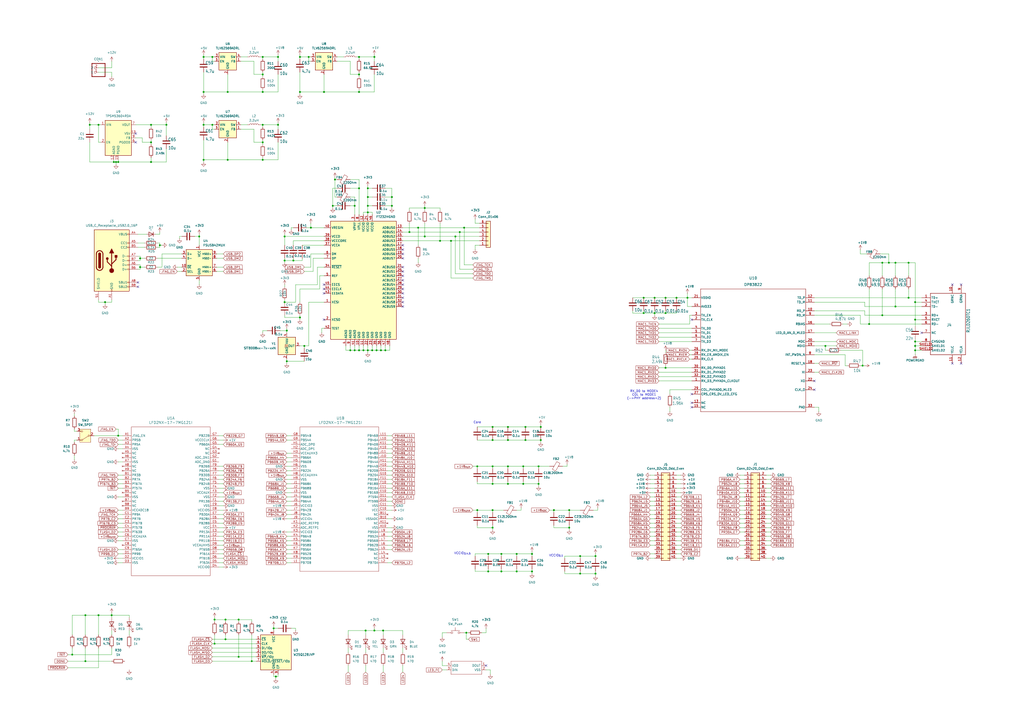
<source format=kicad_sch>
(kicad_sch (version 20250114) (generator "eeschema") (generator_version "9.0")
  (paper "A2")
  (text "RX_D0 to MODE4\nCOL to MODE1\n(->PHY address=2)" (at 373.634 229.108 0) (effects (font (size 1.27 1.27))))
  (text "VCCIO_{3,4,5}" (at 268.224 321.056 0) (effects (font (size 1.27 1.27))))
  (text "Core" (at 276.86 245.11 0) (effects (font (size 1.27 1.27))))
  (text "VCCIO_{0,1}" (at 322.58 322.326 0) (effects (font (size 1.27 1.27))))
  (junction (at 213.36 109.22))
  (junction (at 123.19 72.39))
  (junction (at 321.31 295.91))
  (junction (at 132.08 53.34))
  (junction (at 519.43 152.4))
  (junction (at 210.82 203.2))
  (junction (at 299.72 321.31))
  (junction (at 173.99 184.15))
  (junction (at 161.29 33.02))
  (junction (at 313.69 255.27))
  (junction (at 304.8 247.65))
  (junction (at 49.53 383.54))
  (junction (at 379.73 181.61))
  (junction (at 276.86 270.51))
  (junction (at 345.44 322.58))
  (junction (at 208.28 43.18))
  (junction (at 194.31 104.14))
  (junction (at 213.36 203.2))
  (junction (at 205.74 203.2))
  (junction (at 52.07 72.39))
  (junction (at 64.77 356.87))
  (junction (at 173.99 33.02))
  (junction (at 227.33 119.38))
  (junction (at 261.62 139.7))
  (junction (at 294.64 255.27))
  (junction (at 213.36 123.19))
  (junction (at 500.38 212.09))
  (junction (at 60.96 175.26))
  (junction (at 303.53 270.51))
  (junction (at 217.17 33.02))
  (junction (at 312.42 280.67))
  (junction (at 138.43 359.41))
  (junction (at 308.61 321.31))
  (junction (at 242.57 132.08))
  (junction (at 180.34 132.08))
  (junction (at 530.86 203.2))
  (junction (at 176.53 200.66))
  (junction (at 386.08 181.61))
  (junction (at 527.05 152.4))
  (junction (at 511.81 152.4))
  (junction (at 208.28 53.34))
  (junction (at 81.28 149.86))
  (junction (at 264.16 137.16))
  (junction (at 158.75 364.49))
  (junction (at 218.44 203.2))
  (junction (at 255.27 139.7))
  (junction (at 379.73 172.72))
  (junction (at 165.1 151.13))
  (junction (at 511.81 182.88))
  (junction (at 67.31 93.98))
  (junction (at 173.99 53.34))
  (junction (at 166.37 209.55))
  (junction (at 215.9 203.2))
  (junction (at 203.2 203.2))
  (junction (at 294.64 280.67))
  (junction (at 386.08 213.36))
  (junction (at 130.81 370.84))
  (junction (at 165.1 175.26))
  (junction (at 152.4 92.71))
  (junction (at 152.4 72.39))
  (junction (at 118.11 53.34))
  (junction (at 290.83 331.47))
  (junction (at 530.86 200.66))
  (junction (at 299.72 331.47))
  (junction (at 285.75 247.65))
  (junction (at 330.2 306.07))
  (junction (at 87.63 72.39))
  (junction (at 345.44 332.74))
  (junction (at 41.91 379.73))
  (junction (at 220.98 203.2))
  (junction (at 312.42 270.51))
  (junction (at 138.43 381))
  (junction (at 152.4 53.34))
  (junction (at 246.38 137.16))
  (junction (at 504.19 187.96))
  (junction (at 304.8 255.27))
  (junction (at 217.17 365.76))
  (junction (at 308.61 331.47))
  (junction (at 124.46 359.41))
  (junction (at 283.21 321.31))
  (junction (at 68.58 93.98))
  (junction (at 269.24 132.08))
  (junction (at 515.62 152.4))
  (junction (at 530.86 175.26))
  (junction (at 66.04 93.98))
  (junction (at 49.53 356.87))
  (junction (at 160.02 392.43))
  (junction (at 118.11 72.39))
  (junction (at 398.78 172.72))
  (junction (at 519.43 177.8))
  (junction (at 285.75 255.27))
  (junction (at 303.53 280.67))
  (junction (at 373.38 181.61))
  (junction (at 87.63 93.98))
  (junction (at 223.52 203.2))
  (junction (at 57.15 72.39))
  (junction (at 146.05 383.54))
  (junction (at 87.63 82.55))
  (junction (at 213.36 119.38))
  (junction (at 118.11 92.71))
  (junction (at 290.83 321.31))
  (junction (at 130.81 359.41))
  (junction (at 132.08 92.71))
  (junction (at 285.75 295.91))
  (junction (at 213.36 114.3))
  (junction (at 530.86 198.12))
  (junction (at 187.96 53.34))
  (junction (at 270.51 367.03))
  (junction (at 57.15 356.87))
  (junction (at 118.11 33.02))
  (junction (at 96.52 72.39))
  (junction (at 179.07 33.02))
  (junction (at 237.49 134.62))
  (junction (at 373.38 172.72))
  (junction (at 246.38 120.65))
  (junction (at 165.1 137.16))
  (junction (at 266.7 134.62))
  (junction (at 68.58 252.73))
  (junction (at 283.21 331.47))
  (junction (at 170.18 151.13))
  (junction (at 152.4 82.55))
  (junction (at 294.64 270.51))
  (junction (at 115.57 137.16))
  (junction (at 208.28 203.2))
  (junction (at 193.04 119.38))
  (junction (at 478.79 200.66))
  (junction (at 285.75 280.67))
  (junction (at 208.28 109.22))
  (junction (at 527.05 172.72))
  (junction (at 530.86 185.42))
  (junction (at 386.08 172.72))
  (junction (at 212.09 365.76))
  (junction (at 285.75 270.51))
  (junction (at 166.37 191.77))
  (junction (at 294.64 247.65))
  (junction (at 227.33 114.3))
  (junction (at 330.2 295.91))
  (junction (at 336.55 332.74))
  (junction (at 161.29 72.39))
  (junction (at 222.25 365.76))
  (junction (at 336.55 322.58))
  (junction (at 124.46 373.38))
  (junction (at 313.69 247.65))
  (junction (at 276.86 295.91))
  (junction (at 208.28 33.02))
  (junction (at 81.28 154.94))
  (junction (at 92.71 142.24))
  (junction (at 285.75 306.07))
  (junction (at 205.74 119.38))
  (junction (at 152.4 33.02))
  (junction (at 152.4 43.18))
  (junction (at 123.19 33.02))
  (junction (at 392.43 172.72))
  (no_connect (at 187.96 167.64))
  (no_connect (at 233.68 165.1))
  (no_connect (at 233.68 167.64))
  (no_connect (at 472.44 226.06))
  (no_connect (at 534.67 193.04))
  (no_connect (at 552.45 165.1))
  (no_connect (at 233.68 177.8))
  (no_connect (at 401.32 233.68))
  (no_connect (at 80.01 163.83))
  (no_connect (at 401.32 236.22))
  (no_connect (at 557.53 210.82))
  (no_connect (at 233.68 144.78))
  (no_connect (at 401.32 228.6))
  (no_connect (at 233.68 157.48))
  (no_connect (at 233.68 154.94))
  (no_connect (at 281.94 386.08))
  (no_connect (at 233.68 170.18))
  (no_connect (at 401.32 185.42))
  (no_connect (at 233.68 160.02))
  (no_connect (at 187.96 185.42))
  (no_connect (at 233.68 162.56))
  (no_connect (at 187.96 165.1))
  (no_connect (at 80.01 166.37))
  (no_connect (at 233.68 149.86))
  (no_connect (at 187.96 170.18))
  (no_connect (at 78.74 82.55))
  (no_connect (at 552.45 210.82))
  (no_connect (at 78.74 77.47))
  (no_connect (at 557.53 165.1))
  (no_connect (at 233.68 175.26))
  (no_connect (at 233.68 147.32))
  (no_connect (at 233.68 172.72))
  (no_connect (at 233.68 142.24))
  (no_connect (at 472.44 220.98))
  (wire (pts (xy 152.4 91.44) (xy 152.4 92.71)))
  (wire (pts (xy 473.71 182.88) (xy 472.44 182.88)))
  (wire (pts (xy 266.7 156.21) (xy 266.7 134.62)))
  (wire (pts (xy 392.43 313.69) (xy 394.97 313.69)))
  (wire (pts (xy 57.15 356.87) (xy 64.77 356.87)))
  (wire (pts (xy 511.81 152.4) (xy 504.19 152.4)) (stroke (width 0.1524)))
  (wire (pts (xy 218.44 200.66) (xy 218.44 203.2)))
  (wire (pts (xy 187.96 175.26) (xy 179.07 175.26)))
  (wire (pts (xy 139.7 35.56) (xy 147.32 35.56)))
  (wire (pts (xy 401.32 177.8) (xy 398.78 177.8)))
  (wire (pts (xy 274.32 156.21) (xy 266.7 156.21)))
  (wire (pts (xy 392.43 288.29) (xy 394.97 288.29)))
  (wire (pts (xy 233.68 386.08) (xy 233.68 389.89)))
  (wire (pts (xy 181.61 149.86) (xy 187.96 149.86)))
  (wire (pts (xy 130.81 359.41) (xy 138.43 359.41)))
  (wire (pts (xy 499.11 144.78) (xy 499.11 147.32)))
  (wire (pts (xy 227.33 311.15) (xy 224.79 311.15)))
  (wire (pts (xy 92.71 142.24) (xy 93.98 142.24)))
  (wire (pts (xy 168.91 364.49) (xy 171.45 364.49)))
  (wire (pts (xy 530.86 203.2) (xy 530.86 205.74)) (stroke (width 0.1524)))
  (wire (pts (xy 124.46 373.38) (xy 148.59 373.38)))
  (wire (pts (xy 68.58 257.81) (xy 71.12 257.81)))
  (wire (pts (xy 222.25 375.92) (xy 222.25 378.46)))
  (wire (pts (xy 321.31 304.8) (xy 321.31 306.07)))
  (wire (pts (xy 152.4 81.28) (xy 152.4 82.55)))
  (wire (pts (xy 195.58 35.56) (xy 203.2 35.56)))
  (wire (pts (xy 373.38 180.34) (xy 373.38 181.61)))
  (wire (pts (xy 444.5 316.23) (xy 447.04 316.23)))
  (wire (pts (xy 377.19 275.59) (xy 379.73 275.59)))
  (wire (pts (xy 158.75 392.43) (xy 158.75 391.16)))
  (wire (pts (xy 444.5 278.13) (xy 447.04 278.13)))
  (wire (pts (xy 500.38 212.09) (xy 501.65 212.09)))
  (wire (pts (xy 170.18 151.13) (xy 165.1 151.13)))
  (wire (pts (xy 394.97 283.21) (xy 392.43 283.21)))
  (wire (pts (xy 392.43 275.59) (xy 394.97 275.59)))
  (wire (pts (xy 93.98 147.32) (xy 93.98 154.94)))
  (wire (pts (xy 278.13 129.54) (xy 275.59 129.54)))
  (wire (pts (xy 321.31 306.07) (xy 330.2 306.07)))
  (wire (pts (xy 161.29 31.75) (xy 161.29 33.02)))
  (wire (pts (xy 530.86 152.4) (xy 527.05 152.4)) (stroke (width 0.1524)))
  (wire (pts (xy 233.68 139.7) (xy 255.27 139.7)))
  (wire (pts (xy 377.19 306.07) (xy 379.73 306.07)))
  (wire (pts (xy 472.44 200.66) (xy 478.79 200.66)))
  (wire (pts (xy 118.11 34.29) (xy 118.11 33.02)))
  (wire (pts (xy 166.37 316.23) (xy 168.91 316.23)))
  (wire (pts (xy 313.69 247.65) (xy 304.8 247.65)))
  (wire (pts (xy 269.24 132.08) (xy 278.13 132.08)))
  (wire (pts (xy 173.99 182.88) (xy 173.99 184.15)))
  (wire (pts (xy 203.2 200.66) (xy 203.2 203.2)))
  (wire (pts (xy 527.05 167.64) (xy 527.05 168.91)))
  (wire (pts (xy 255.27 121.92) (xy 255.27 120.65)))
  (wire (pts (xy 104.14 138.43) (xy 104.14 137.16)))
  (wire (pts (xy 52.07 74.93) (xy 52.07 72.39)))
  (wire (pts (xy 472.44 215.9) (xy 474.98 215.9)))
  (wire (pts (xy 275.59 142.24) (xy 275.59 144.78)))
  (wire (pts (xy 181.61 157.48) (xy 176.53 157.48)))
  (wire (pts (xy 184.15 165.1) (xy 171.45 165.1)))
  (wire (pts (xy 285.75 306.07) (xy 285.75 307.34)))
  (wire (pts (xy 201.93 375.92) (xy 201.93 378.46)))
  (wire (pts (xy 478.79 200.66) (xy 478.79 203.2)))
  (wire (pts (xy 519.43 158.75) (xy 519.43 160.02)))
  (wire (pts (xy 429.26 306.07) (xy 431.8 306.07)))
  (wire (pts (xy 304.8 255.27) (xy 313.69 255.27)))
  (wire (pts (xy 444.5 288.29) (xy 447.04 288.29)))
  (wire (pts (xy 138.43 381) (xy 148.59 381)))
  (wire (pts (xy 215.9 200.66) (xy 215.9 203.2)))
  (wire (pts (xy 71.12 267.97) (xy 68.58 267.97)))
  (wire (pts (xy 431.8 323.85) (xy 429.26 323.85)))
  (wire (pts (xy 227.33 285.75) (xy 224.79 285.75)))
  (wire (pts (xy 96.52 78.74) (xy 96.52 72.39)))
  (wire (pts (xy 377.19 293.37) (xy 379.73 293.37)))
  (wire (pts (xy 227.33 109.22) (xy 227.33 114.3)))
  (wire (pts (xy 294.64 255.27) (xy 304.8 255.27)))
  (wire (pts (xy 224.79 290.83) (xy 227.33 290.83)))
  (wire (pts (xy 125.73 157.48) (xy 129.54 157.48)))
  (wire (pts (xy 68.58 303.53) (xy 71.12 303.53)))
  (wire (pts (xy 367.03 172.72) (xy 373.38 172.72)))
  (wire (pts (xy 82.55 80.01) (xy 82.55 82.55)))
  (wire (pts (xy 208.28 203.2) (xy 205.74 203.2)))
  (wire (pts (xy 71.12 326.39) (xy 68.58 326.39)))
  (wire (pts (xy 382.27 218.44) (xy 401.32 218.44)))
  (wire (pts (xy 444.5 323.85) (xy 447.04 323.85)))
  (wire (pts (xy 129.54 316.23) (xy 127 316.23)))
  (wire (pts (xy 224.79 326.39) (xy 227.33 326.39)))
  (wire (pts (xy 285.75 247.65) (xy 294.64 247.65)))
  (wire (pts (xy 127 318.77) (xy 129.54 318.77)))
  (wire (pts (xy 68.58 300.99) (xy 71.12 300.99)))
  (wire (pts (xy 429.26 316.23) (xy 431.8 316.23)))
  (wire (pts (xy 129.54 285.75) (xy 127 285.75)))
  (wire (pts (xy 400.05 187.96) (xy 400.05 182.88)))
  (wire (pts (xy 165.1 182.88) (xy 165.1 184.15)))
  (wire (pts (xy 127 313.69) (xy 129.54 313.69)))
  (wire (pts (xy 444.5 285.75) (xy 447.04 285.75)))
  (wire (pts (xy 213.36 200.66) (xy 213.36 203.2)))
  (wire (pts (xy 346.71 295.91) (xy 346.71 294.64)))
  (wire (pts (xy 64.77 41.91) (xy 64.77 44.45)))
  (wire (pts (xy 283.21 330.2) (xy 283.21 331.47)))
  (wire (pts (xy 166.37 318.77) (xy 168.91 318.77)))
  (wire (pts (xy 210.82 123.19) (xy 210.82 124.46)))
  (wire (pts (xy 205.74 114.3) (xy 205.74 119.38)))
  (wire (pts (xy 444.5 300.99) (xy 447.04 300.99)))
  (wire (pts (xy 534.67 187.96) (xy 504.19 187.96)) (stroke (width 0.1524)))
  (wire (pts (xy 519.43 158.75) (xy 519.43 152.4)) (stroke (width 0.1524)))
  (wire (pts (xy 519.43 152.4) (xy 515.62 152.4)) (stroke (width 0.1524)))
  (wire (pts (xy 92.71 143.51) (xy 92.71 142.24)))
  (wire (pts (xy 504.19 168.91) (xy 504.19 187.96)) (stroke (width 0.1524)))
  (wire (pts (xy 299.72 295.91) (xy 302.26 295.91)))
  (wire (pts (xy 255.27 120.65) (xy 246.38 120.65)))
  (wire (pts (xy 129.54 328.93) (xy 127 328.93)))
  (wire (pts (xy 173.99 34.29) (xy 173.99 33.02)))
  (wire (pts (xy 274.32 161.29) (xy 261.62 161.29)))
  (wire (pts (xy 208.28 53.34) (xy 187.96 53.34)))
  (wire (pts (xy 161.29 92.71) (xy 152.4 92.71)))
  (wire (pts (xy 81.28 149.86) (xy 83.82 149.86)))
  (wire (pts (xy 180.34 132.08) (xy 187.96 132.08)))
  (wire (pts (xy 201.93 386.08) (xy 201.93 389.89)))
  (wire (pts (xy 165.1 175.26) (xy 171.45 175.26)))
  (wire (pts (xy 187.96 160.02) (xy 185.42 160.02)))
  (wire (pts (xy 127 326.39) (xy 129.54 326.39)))
  (wire (pts (xy 429.26 313.69) (xy 431.8 313.69)))
  (wire (pts (xy 299.72 321.31) (xy 299.72 322.58)))
  (wire (pts (xy 173.99 41.91) (xy 173.99 53.34)))
  (wire (pts (xy 290.83 321.31) (xy 299.72 321.31)))
  (wire (pts (xy 274.32 295.91) (xy 276.86 295.91)))
  (wire (pts (xy 166.37 313.69) (xy 168.91 313.69)))
  (wire (pts (xy 124.46 35.56) (xy 123.19 35.56)))
  (wire (pts (xy 127 303.53) (xy 129.54 303.53)))
  (wire (pts (xy 478.79 203.2) (xy 480.06 203.2)))
  (wire (pts (xy 132.08 82.55) (xy 132.08 92.71)))
  (wire (pts (xy 217.17 33.02) (xy 208.28 33.02)))
  (wire (pts (xy 146.05 383.54) (xy 148.59 383.54)))
  (wire (pts (xy 217.17 365.76) (xy 212.09 365.76)))
  (wire (pts (xy 303.53 270.51) (xy 303.53 271.78)))
  (wire (pts (xy 124.46 358.14) (xy 124.46 359.41)))
  (wire (pts (xy 127 308.61) (xy 129.54 308.61)))
  (wire (pts (xy 527.05 158.75) (xy 527.05 160.02)))
  (wire (pts (xy 283.21 331.47) (xy 290.83 331.47)))
  (wire (pts (xy 278.13 142.24) (xy 275.59 142.24)))
  (wire (pts (xy 444.5 298.45) (xy 447.04 298.45)))
  (wire (pts (xy 266.7 134.62) (xy 278.13 134.62)))
  (wire (pts (xy 237.49 129.54) (xy 237.49 134.62)))
  (wire (pts (xy 104.14 137.16) (xy 105.41 137.16)))
  (wire (pts (xy 175.26 142.24) (xy 187.96 142.24)))
  (wire (pts (xy 68.58 275.59) (xy 71.12 275.59)))
  (wire (pts (xy 152.4 53.34) (xy 132.08 53.34)))
  (wire (pts (xy 227.33 257.81) (xy 224.79 257.81)))
  (wire (pts (xy 256.54 367.03) (xy 256.54 369.57)))
  (wire (pts (xy 299.72 321.31) (xy 308.61 321.31)))
  (wire (pts (xy 91.44 149.86) (xy 105.41 149.86)))
  (wire (pts (xy 444.5 313.69) (xy 447.04 313.69)))
  (wire (pts (xy 201.93 368.3) (xy 201.93 365.76)))
  (wire (pts (xy 392.43 306.07) (xy 394.97 306.07)))
  (wire (pts (xy 213.36 109.22) (xy 213.36 114.3)))
  (wire (pts (xy 444.5 303.53) (xy 447.04 303.53)))
  (wire (pts (xy 326.39 270.51) (xy 328.93 270.51)))
  (wire (pts (xy 171.45 364.49) (xy 171.45 365.76)))
  (wire (pts (xy 285.75 297.18) (xy 285.75 295.91)))
  (wire (pts (xy 123.19 375.92) (xy 148.59 375.92)))
  (wire (pts (xy 392.43 180.34) (xy 392.43 181.61)))
  (wire (pts (xy 279.4 367.03) (xy 281.94 367.03)))
  (wire (pts (xy 161.29 43.18) (xy 161.29 53.34)))
  (wire (pts (xy 336.55 332.74) (xy 345.44 332.74)))
  (wire (pts (xy 227.33 265.43) (xy 224.79 265.43)))
  (wire (pts (xy 223.52 114.3) (xy 227.33 114.3)))
  (wire (pts (xy 68.58 323.85) (xy 71.12 323.85)))
  (wire (pts (xy 392.43 172.72) (xy 398.78 172.72)))
  (wire (pts (xy 96.52 86.36) (xy 96.52 93.98)))
  (wire (pts (xy 207.01 33.02) (xy 208.28 33.02)))
  (wire (pts (xy 179.07 35.56) (xy 179.07 33.02)))
  (wire (pts (xy 166.37 308.61) (xy 168.91 308.61)))
  (wire (pts (xy 43.18 240.03) (xy 43.18 241.3)))
  (wire (pts (xy 166.37 298.45) (xy 168.91 298.45)))
  (wire (pts (xy 377.19 303.53) (xy 379.73 303.53)))
  (wire (pts (xy 57.15 375.92) (xy 57.15 387.35)))
  (wire (pts (xy 472.44 187.96) (xy 481.33 187.96)))
  (wire (pts (xy 429.26 303.53) (xy 431.8 303.53)))
  (wire (pts (xy 127 257.81) (xy 129.54 257.81)))
  (wire (pts (xy 303.53 280.67) (xy 312.42 280.67)))
  (wire (pts (xy 64.77 39.37) (xy 64.77 35.56)))
  (wire (pts (xy 429.26 278.13) (xy 431.8 278.13)))
  (wire (pts (xy 276.86 306.07) (xy 285.75 306.07)))
  (wire (pts (xy 345.44 332.74) (xy 345.44 334.01)))
  (wire (pts (xy 299.72 331.47) (xy 308.61 331.47)))
  (wire (pts (xy 212.09 365.76) (xy 212.09 368.3)))
  (wire (pts (xy 74.93 358.14) (xy 74.93 356.87)))
  (wire (pts (xy 186.69 190.5) (xy 186.69 193.04)))
  (wire (pts (xy 125.73 154.94) (xy 129.54 154.94)))
  (wire (pts (xy 237.49 121.92) (xy 237.49 120.65)))
  (wire (pts (xy 312.42 271.78) (xy 312.42 270.51)))
  (wire (pts (xy 87.63 72.39) (xy 87.63 73.66)))
  (wire (pts (xy 534.67 200.66) (xy 530.86 200.66)) (stroke (width 0.1524)))
  (wire (pts (xy 299.72 330.2) (xy 299.72 331.47)))
  (wire (pts (xy 444.5 306.07) (xy 447.04 306.07)))
  (wire (pts (xy 312.42 280.67) (xy 312.42 279.4)))
  (wire (pts (xy 165.1 165.1) (xy 165.1 166.37)))
  (wire (pts (xy 377.19 308.61) (xy 379.73 308.61)))
  (wire (pts (xy 81.28 153.67) (xy 81.28 154.94)))
  (wire (pts (xy 336.55 322.58) (xy 336.55 323.85)))
  (wire (pts (xy 127 270.51) (xy 129.54 270.51)))
  (wire (pts (xy 49.53 375.92) (xy 49.53 383.54)))
  (wire (pts (xy 218.44 203.2) (xy 215.9 203.2)))
  (wire (pts (xy 194.31 104.14) (xy 194.31 102.87)))
  (wire (pts (xy 57.15 72.39) (xy 58.42 72.39)))
  (wire (pts (xy 81.28 154.94) (xy 83.82 154.94)))
  (wire (pts (xy 256.54 388.62) (xy 259.08 388.62)))
  (wire (pts (xy 530.86 185.42) (xy 530.86 189.23)) (stroke (width 0.1524)))
  (wire (pts (xy 392.43 308.61) (xy 394.97 308.61)))
  (wire (pts (xy 308.61 331.47) (xy 308.61 330.2)))
  (wire (pts (xy 147.32 74.93) (xy 147.32 82.55)))
  (wire (pts (xy 170.18 139.7) (xy 170.18 142.24)))
  (wire (pts (xy 165.1 173.99) (xy 165.1 175.26)))
  (wire (pts (xy 138.43 368.3) (xy 138.43 381)))
  (wire (pts (xy 127 321.31) (xy 129.54 321.31)))
  (wire (pts (xy 71.12 313.69) (xy 68.58 313.69)))
  (wire (pts (xy 527.05 158.75) (xy 527.05 152.4)) (stroke (width 0.1524)))
  (wire (pts (xy 400.05 203.2) (xy 401.32 203.2)))
  (wire (pts (xy 68.58 92.71) (xy 68.58 93.98)))
  (wire (pts (xy 233.68 137.16) (xy 246.38 137.16)))
  (wire (pts (xy 127 252.73) (xy 129.54 252.73)))
  (wire (pts (xy 173.99 185.42) (xy 173.99 184.15)))
  (wire (pts (xy 160.02 392.43) (xy 160.02 393.7)))
  (wire (pts (xy 227.33 308.61) (xy 224.79 308.61)))
  (wire (pts (xy 125.73 149.86) (xy 129.54 149.86)))
  (wire (pts (xy 270.51 367.03) (xy 271.78 367.03)))
  (wire (pts (xy 118.11 92.71) (xy 118.11 93.98)))
  (wire (pts (xy 127 288.29) (xy 129.54 288.29)))
  (wire (pts (xy 166.37 323.85) (xy 168.91 323.85)))
  (wire (pts (xy 276.86 279.4) (xy 276.86 280.67)))
  (wire (pts (xy 130.81 359.41) (xy 130.81 360.68)))
  (wire (pts (xy 68.58 283.21) (xy 71.12 283.21)))
  (wire (pts (xy 213.36 203.2) (xy 213.36 204.47)))
  (wire (pts (xy 161.29 35.56) (xy 161.29 33.02)))
  (wire (pts (xy 185.42 160.02) (xy 185.42 167.64)))
  (wire (pts (xy 534.67 177.8) (xy 519.43 177.8)) (stroke (width 0.1524)))
  (wire (pts (xy 308.61 320.04) (xy 308.61 321.31)))
  (wire (pts (xy 130.81 368.3) (xy 130.81 370.84)))
  (wire (pts (xy 377.19 295.91) (xy 379.73 295.91)))
  (wire (pts (xy 223.52 200.66) (xy 223.52 203.2)))
  (wire (pts (xy 429.26 308.61) (xy 431.8 308.61)))
  (wire (pts (xy 43.18 264.16) (xy 43.18 266.7)))
  (wire (pts (xy 227.33 270.51) (xy 224.79 270.51)))
  (wire (pts (xy 255.27 139.7) (xy 261.62 139.7)))
  (wire (pts (xy 501.65 175.26) (xy 501.65 177.8)))
  (wire (pts (xy 127 283.21) (xy 129.54 283.21)))
  (wire (pts (xy 80.01 140.97) (xy 83.82 140.97)))
  (wire (pts (xy 168.91 132.08) (xy 168.91 133.35)))
  (wire (pts (xy 87.63 82.55) (xy 87.63 83.82)))
  (wire (pts (xy 377.19 316.23) (xy 379.73 316.23)))
  (wire (pts (xy 444.5 275.59) (xy 447.04 275.59)))
  (wire (pts (xy 92.71 135.89) (xy 92.71 134.62)))
  (wire (pts (xy 166.37 209.55) (xy 176.53 209.55)))
  (wire (pts (xy 127 298.45) (xy 129.54 298.45)))
  (wire (pts (xy 224.79 306.07) (xy 227.33 306.07)))
  (wire (pts (xy 74.93 365.76) (xy 74.93 368.3)))
  (wire (pts (xy 67.31 93.98) (xy 67.31 95.25)))
  (wire (pts (xy 392.43 298.45) (xy 394.97 298.45)))
  (wire (pts (xy 68.58 278.13) (xy 71.12 278.13)))
  (wire (pts (xy 166.37 267.97) (xy 168.91 267.97)))
  (wire (pts (xy 118.11 73.66) (xy 118.11 72.39)))
  (wire (pts (xy 123.19 378.46) (xy 148.59 378.46)))
  (wire (pts (xy 223.52 203.2) (xy 220.98 203.2)))
  (wire (pts (xy 176.53 200.66) (xy 176.53 201.93)))
  (wire (pts (xy 261.62 139.7) (xy 278.13 139.7)))
  (wire (pts (xy 276.86 280.67) (xy 285.75 280.67)))
  (wire (pts (xy 220.98 200.66) (xy 220.98 203.2)))
  (wire (pts (xy 43.18 248.92) (xy 43.18 250.19)))
  (wire (pts (xy 87.63 91.44) (xy 87.63 93.98)))
  (wire (pts (xy 195.58 114.3) (xy 194.31 114.3)))
  (wire (pts (xy 49.53 356.87) (xy 57.15 356.87)))
  (wire (pts (xy 166.37 252.73) (xy 168.91 252.73)))
  (wire (pts (xy 90.17 135.89) (xy 92.71 135.89)))
  (wire (pts (xy 123.19 72.39) (xy 124.46 72.39)))
  (wire (pts (xy 490.22 212.09) (xy 490.22 205.74)))
  (wire (pts (xy 527.05 168.91) (xy 527.05 172.72)) (stroke (width 0.1524)))
  (wire (pts (xy 303.53 279.4) (xy 303.53 280.67)))
  (wire (pts (xy 130.81 370.84) (xy 148.59 370.84)))
  (wire (pts (xy 242.57 132.08) (xy 242.57 142.24)))
  (wire (pts (xy 377.19 290.83) (xy 379.73 290.83)))
  (wire (pts (xy 284.48 388.62) (xy 284.48 391.16)))
  (wire (pts (xy 166.37 300.99) (xy 168.91 300.99)))
  (wire (pts (xy 213.36 123.19) (xy 213.36 124.46)))
  (wire (pts (xy 152.4 34.29) (xy 152.4 33.02)))
  (wire (pts (xy 499.11 212.09) (xy 500.38 212.09)))
  (wire (pts (xy 80.01 135.89) (xy 85.09 135.89)))
  (wire (pts (xy 194.31 114.3) (xy 194.31 104.14)))
  (wire (pts (xy 217.17 364.49) (xy 217.17 365.76)))
  (wire (pts (xy 203.2 203.2) (xy 200.66 203.2)))
  (wire (pts (xy 179.07 175.26) (xy 179.07 200.66)))
  (wire (pts (xy 68.58 311.15) (xy 71.12 311.15)))
  (wire (pts (xy 377.19 311.15) (xy 379.73 311.15)))
  (wire (pts (xy 152.4 52.07) (xy 152.4 53.34)))
  (wire (pts (xy 308.61 331.47) (xy 308.61 332.74)))
  (wire (pts (xy 166.37 265.43) (xy 168.91 265.43)))
  (wire (pts (xy 123.19 381) (xy 138.43 381)))
  (wire (pts (xy 64.77 375.92) (xy 64.77 379.73)))
  (wire (pts (xy 166.37 273.05) (xy 168.91 273.05)))
  (wire (pts (xy 161.29 72.39) (xy 152.4 72.39)))
  (wire (pts (xy 166.37 321.31) (xy 168.91 321.31)))
  (wire (pts (xy 318.77 295.91) (xy 321.31 295.91)))
  (wire (pts (xy 68.58 321.31) (xy 71.12 321.31)))
  (wire (pts (xy 215.9 203.2) (xy 213.36 203.2)))
  (wire (pts (xy 124.46 368.3) (xy 124.46 373.38)))
  (wire (pts (xy 161.29 391.16) (xy 161.29 392.43)))
  (wire (pts (xy 166.37 280.67) (xy 168.91 280.67)))
  (wire (pts (xy 377.19 280.67) (xy 379.73 280.67)))
  (wire (pts (xy 377.19 298.45) (xy 379.73 298.45)))
  (wire (pts (xy 233.68 368.3) (xy 233.68 365.76)))
  (wire (pts (xy 382.27 220.98) (xy 401.32 220.98)))
  (wire (pts (xy 392.43 290.83) (xy 394.97 290.83)))
  (wire (pts (xy 171.45 175.26) (xy 171.45 165.1)))
  (wire (pts (xy 127 280.67) (xy 129.54 280.67)))
  (wire (pts (xy 294.64 247.65) (xy 304.8 247.65)))
  (wire (pts (xy 515.62 152.4) (xy 511.81 152.4)) (stroke (width 0.1524)))
  (wire (pts (xy 330.2 297.18) (xy 330.2 295.91)))
  (wire (pts (xy 152.4 191.77) (xy 152.4 193.04)))
  (wire (pts (xy 327.66 322.58) (xy 336.55 322.58)))
  (wire (pts (xy 87.63 72.39) (xy 78.74 72.39)))
  (wire (pts (xy 429.26 298.45) (xy 431.8 298.45)))
  (wire (pts (xy 118.11 71.12) (xy 118.11 72.39)))
  (wire (pts (xy 215.9 109.22) (xy 213.36 109.22)))
  (wire (pts (xy 400.05 205.74) (xy 401.32 205.74)))
  (wire (pts (xy 392.43 316.23) (xy 394.97 316.23)))
  (wire (pts (xy 91.44 143.51) (xy 92.71 143.51)))
  (wire (pts (xy 81.28 149.86) (xy 81.28 151.13)))
  (wire (pts (xy 54.61 252.73) (xy 68.58 252.73)))
  (wire (pts (xy 165.1 149.86) (xy 165.1 151.13)))
  (wire (pts (xy 274.32 153.67) (xy 269.24 153.67)))
  (wire (pts (xy 511.81 167.64) (xy 511.81 168.91)))
  (wire (pts (xy 330.2 295.91) (xy 336.55 295.91)))
  (wire (pts (xy 394.97 285.75) (xy 392.43 285.75)))
  (wire (pts (xy 208.28 104.14) (xy 208.28 109.22)))
  (wire (pts (xy 80.01 153.67) (xy 81.28 153.67)))
  (wire (pts (xy 165.1 184.15) (xy 173.99 184.15)))
  (wire (pts (xy 275.59 321.31) (xy 283.21 321.31)))
  (wire (pts (xy 379.73 181.61) (xy 386.08 181.61)))
  (wire (pts (xy 152.4 82.55) (xy 152.4 83.82)))
  (wire (pts (xy 80.01 148.59) (xy 81.28 148.59)))
  (wire (pts (xy 151.13 72.39) (xy 152.4 72.39)))
  (wire (pts (xy 146.05 368.3) (xy 146.05 383.54)))
  (wire (pts (xy 490.22 212.09) (xy 491.49 212.09)))
  (wire (pts (xy 81.28 154.94) (xy 81.28 156.21)))
  (wire (pts (xy 246.38 129.54) (xy 246.38 137.16)))
  (wire (pts (xy 490.22 205.74) (xy 472.44 205.74)))
  (wire (pts (xy 166.37 262.89) (xy 168.91 262.89)))
  (wire (pts (xy 180.34 129.54) (xy 180.34 132.08)))
  (wire (pts (xy 87.63 81.28) (xy 87.63 82.55)))
  (wire (pts (xy 303.53 270.51) (xy 312.42 270.51)))
  (wire (pts (xy 66.04 93.98) (xy 66.04 92.71)))
  (wire (pts (xy 127 323.85) (xy 129.54 323.85)))
  (wire (pts (xy 203.2 114.3) (xy 205.74 114.3)))
  (wire (pts (xy 382.27 195.58) (xy 401.32 195.58)))
  (wire (pts (xy 256.54 383.54) (xy 256.54 386.08)))
  (wire (pts (xy 285.75 295.91) (xy 292.1 295.91)))
  (wire (pts (xy 125.73 147.32) (xy 129.54 147.32)))
  (wire (pts (xy 74.93 356.87) (xy 64.77 356.87)))
  (wire (pts (xy 208.28 34.29) (xy 208.28 33.02)))
  (wire (pts (xy 166.37 270.51) (xy 168.91 270.51)))
  (wire (pts (xy 285.75 270.51) (xy 285.75 271.78)))
  (wire (pts (xy 530.86 175.26) (xy 530.86 185.42)) (stroke (width 0.1524)))
  (wire (pts (xy 269.24 153.67) (xy 269.24 132.08)))
  (wire (pts (xy 67.31 248.92) (xy 68.58 248.92)))
  (wire (pts (xy 222.25 365.76) (xy 217.17 365.76)))
  (wire (pts (xy 429.26 283.21) (xy 431.8 283.21)))
  (wire (pts (xy 429.26 290.83) (xy 431.8 290.83)))
  (wire (pts (xy 64.77 365.76) (xy 64.77 368.3)))
  (wire (pts (xy 64.77 379.73) (xy 41.91 379.73)))
  (wire (pts (xy 246.38 119.38) (xy 246.38 120.65)))
  (wire (pts (xy 444.5 280.67) (xy 447.04 280.67)))
  (wire (pts (xy 472.44 193.04) (xy 485.14 193.04)))
  (wire (pts (xy 173.99 31.75) (xy 173.99 33.02)))
  (wire (pts (xy 173.99 53.34) (xy 173.99 54.61)))
  (wire (pts (xy 113.03 137.16) (xy 115.57 137.16)))
  (wire (pts (xy 166.37 285.75) (xy 168.91 285.75)))
  (wire (pts (xy 64.77 355.6) (xy 64.77 356.87)))
  (wire (pts (xy 223.52 109.22) (xy 227.33 109.22)))
  (wire (pts (xy 377.19 288.29) (xy 379.73 288.29)))
  (wire (pts (xy 52.07 93.98) (xy 66.04 93.98)))
  (wire (pts (xy 124.46 359.41) (xy 130.81 359.41)))
  (wire (pts (xy 57.15 173.99) (xy 57.15 175.26)))
  (wire (pts (xy 285.75 255.27) (xy 294.64 255.27)))
  (wire (pts (xy 276.86 255.27) (xy 285.75 255.27)))
  (wire (pts (xy 259.08 367.03) (xy 256.54 367.03)))
  (wire (pts (xy 429.26 275.59) (xy 431.8 275.59)))
  (wire (pts (xy 392.43 181.61) (xy 386.08 181.61)))
  (wire (pts (xy 184.15 154.94) (xy 184.15 165.1)))
  (wire (pts (xy 68.58 248.92) (xy 68.58 252.73)))
  (wire (pts (xy 44.45 255.27) (xy 43.18 255.27)))
  (wire (pts (xy 60.96 175.26) (xy 60.96 176.53)))
  (wire (pts (xy 290.83 321.31) (xy 290.83 322.58)))
  (wire (pts (xy 203.2 35.56) (xy 203.2 43.18)))
  (wire (pts (xy 222.25 386.08) (xy 222.25 389.89)))
  (wire (pts (xy 527.05 172.72) (xy 500.38 172.72)) (stroke (width 0.1524)))
  (wire (pts (xy 444.5 295.91) (xy 447.04 295.91)))
  (wire (pts (xy 400.05 182.88) (xy 401.32 182.88)))
  (wire (pts (xy 274.32 270.51) (xy 276.86 270.51)))
  (wire (pts (xy 213.36 203.2) (xy 210.82 203.2)))
  (wire (pts (xy 398.78 172.72) (xy 401.32 172.72)))
  (wire (pts (xy 227.33 120.65) (xy 227.33 119.38)))
  (wire (pts (xy 373.38 172.72) (xy 379.73 172.72)))
  (wire (pts (xy 321.31 295.91) (xy 330.2 295.91)))
  (wire (pts (xy 246.38 120.65) (xy 246.38 121.92)))
  (wire (pts (xy 472.44 172.72) (xy 500.38 172.72)))
  (wire (pts (xy 203.2 109.22) (xy 208.28 109.22)))
  (wire (pts (xy 41.91 356.87) (xy 49.53 356.87)))
  (wire (pts (xy 123.19 383.54) (xy 146.05 383.54)))
  (wire (pts (xy 213.36 119.38) (xy 213.36 123.19)))
  (wire (pts (xy 237.49 120.65) (xy 246.38 120.65)))
  (wire (pts (xy 213.36 107.95) (xy 213.36 109.22)))
  (wire (pts (xy 345.44 321.31) (xy 345.44 322.58)))
  (wire (pts (xy 227.33 275.59) (xy 224.79 275.59)))
  (wire (pts (xy 52.07 72.39) (xy 57.15 72.39)))
  (wire (pts (xy 386.08 213.36) (xy 401.32 213.36)))
  (wire (pts (xy 377.19 313.69) (xy 379.73 313.69)))
  (wire (pts (xy 312.42 280.67) (xy 312.42 281.94)))
  (wire (pts (xy 261.62 161.29) (xy 261.62 139.7)))
  (wire (pts (xy 118.11 53.34) (xy 118.11 54.61)))
  (wire (pts (xy 227.33 114.3) (xy 227.33 119.38)))
  (wire (pts (xy 166.37 208.28) (xy 166.37 209.55)))
  (wire (pts (xy 124.46 360.68) (xy 124.46 359.41)))
  (wire (pts (xy 180.34 154.94) (xy 176.53 154.94)))
  (wire (pts (xy 152.4 41.91) (xy 152.4 43.18)))
  (wire (pts (xy 276.86 295.91) (xy 276.86 297.18)))
  (wire (pts (xy 193.04 119.38) (xy 193.04 120.65)))
  (wire (pts (xy 166.37 326.39) (xy 168.91 326.39)))
  (wire (pts (xy 166.37 275.59) (xy 168.91 275.59)))
  (wire (pts (xy 123.19 373.38) (xy 124.46 373.38)))
  (wire (pts (xy 166.37 311.15) (xy 168.91 311.15)))
  (wire (pts (xy 275.59 330.2) (xy 275.59 331.47)))
  (wire (pts (xy 161.29 82.55) (xy 161.29 92.71)))
  (wire (pts (xy 166.37 293.37) (xy 168.91 293.37)))
  (wire (pts (xy 118.11 33.02) (xy 123.19 33.02)))
  (wire (pts (xy 270.51 370.84) (xy 270.51 367.03)))
  (wire (pts (xy 379.73 323.85) (xy 377.19 323.85)))
  (wire (pts (xy 515.62 147.32) (xy 515.62 152.4)) (stroke (width 0.1524)))
  (wire (pts (xy 227.33 280.67) (xy 224.79 280.67)))
  (wire (pts (xy 227.33 316.23) (xy 224.79 316.23)))
  (wire (pts (xy 166.37 290.83) (xy 168.91 290.83)))
  (wire (pts (xy 161.29 33.02) (xy 152.4 33.02)))
  (wire (pts (xy 330.2 306.07) (xy 330.2 307.34)))
  (wire (pts (xy 166.37 295.91) (xy 168.91 295.91)))
  (wire (pts (xy 57.15 387.35) (xy 39.37 387.35)))
  (wire (pts (xy 473.71 180.34) (xy 472.44 180.34)))
  (wire (pts (xy 39.37 383.54) (xy 49.53 383.54)))
  (wire (pts (xy 187.96 53.34) (xy 173.99 53.34)))
  (wire (pts (xy 313.69 246.38) (xy 313.69 247.65)))
  (wire (pts (xy 80.01 143.51) (xy 83.82 143.51)))
  (wire (pts (xy 213.36 114.3) (xy 213.36 119.38)))
  (wire (pts (xy 68.58 318.77) (xy 71.12 318.77)))
  (wire (pts (xy 345.44 332.74) (xy 345.44 331.47)))
  (wire (pts (xy 102.87 157.48) (xy 105.41 157.48)))
  (wire (pts (xy 71.12 260.35) (xy 68.58 260.35)))
  (wire (pts (xy 179.07 200.66) (xy 176.53 200.66)))
  (wire (pts (xy 271.78 370.84) (xy 270.51 370.84)))
  (wire (pts (xy 501.65 180.34) (xy 473.71 180.34)) (stroke (width 0.1524)))
  (wire (pts (xy 276.86 270.51) (xy 276.86 271.78)))
  (wire (pts (xy 281.94 388.62) (xy 284.48 388.62)))
  (wire (pts (xy 205.74 203.2) (xy 203.2 203.2)))
  (wire (pts (xy 205.74 200.66) (xy 205.74 203.2)))
  (wire (pts (xy 290.83 331.47) (xy 299.72 331.47)))
  (wire (pts (xy 290.83 330.2) (xy 290.83 331.47)))
  (wire (pts (xy 173.99 200.66) (xy 176.53 200.66)))
  (wire (pts (xy 87.63 93.98) (xy 68.58 93.98)))
  (wire (pts (xy 118.11 41.91) (xy 118.11 53.34)))
  (wire (pts (xy 534.67 198.12) (xy 530.86 198.12)) (stroke (width 0.1524)))
  (wire (pts (xy 93.98 154.94) (xy 91.44 154.94)))
  (wire (pts (xy 276.86 247.65) (xy 285.75 247.65)))
  (wire (pts (xy 501.65 182.88) (xy 511.81 182.88)) (stroke (width 0.1524)))
  (wire (pts (xy 208.28 109.22) (xy 208.28 124.46)))
  (wire (pts (xy 276.86 304.8) (xy 276.86 306.07)))
  (wire (pts (xy 227.33 267.97) (xy 224.79 267.97)))
  (wire (pts (xy 227.33 283.21) (xy 224.79 283.21)))
  (wire (pts (xy 166.37 255.27) (xy 168.91 255.27)))
  (wire (pts (xy 166.37 278.13) (xy 168.91 278.13)))
  (wire (pts (xy 105.41 147.32) (xy 93.98 147.32)))
  (wire (pts (xy 161.29 392.43) (xy 160.02 392.43)))
  (wire (pts (xy 224.79 300.99) (xy 227.33 300.99)))
  (wire (pts (xy 208.28 43.18) (xy 208.28 44.45)))
  (wire (pts (xy 195.58 104.14) (xy 194.31 104.14)))
  (wire (pts (xy 226.06 200.66) (xy 226.06 203.2)))
  (wire (pts (xy 472.44 210.82) (xy 474.98 210.82)))
  (wire (pts (xy 146.05 359.41) (xy 138.43 359.41)))
  (wire (pts (xy 400.05 208.28) (xy 401.32 208.28)))
  (wire (pts (xy 123.19 33.02) (xy 124.46 33.02)))
  (wire (pts (xy 208.28 41.91) (xy 208.28 43.18)))
  (wire (pts (xy 283.21 322.58) (xy 283.21 321.31)))
  (wire (pts (xy 212.09 386.08) (xy 212.09 389.89)))
  (wire (pts (xy 367.03 181.61) (xy 373.38 181.61)))
  (wire (pts (xy 68.58 255.27) (xy 71.12 255.27)))
  (wire (pts (xy 170.18 132.08) (xy 168.91 132.08)))
  (wire (pts (xy 499.11 147.32) (xy 502.92 147.32)))
  (wire (pts (xy 123.19 35.56) (xy 123.19 33.02)))
  (wire (pts (xy 165.1 135.89) (xy 165.1 137.16)))
  (wire (pts (xy 321.31 295.91) (xy 321.31 297.18)))
  (wire (pts (xy 530.86 200.66) (xy 530.86 203.2)) (stroke (width 0.1524)))
  (wire (pts (xy 308.61 322.58) (xy 308.61 321.31)))
  (wire (pts (xy 127 300.99) (xy 129.54 300.99)))
  (wire (pts (xy 123.19 74.93) (xy 123.19 72.39)))
  (wire (pts (xy 165.1 137.16) (xy 165.1 142.24)))
  (wire (pts (xy 187.96 43.18) (xy 187.96 53.34)))
  (wire (pts (xy 118.11 31.75) (xy 118.11 33.02)))
  (wire (pts (xy 444.5 283.21) (xy 447.04 283.21)))
  (wire (pts (xy 276.86 270.51) (xy 285.75 270.51)))
  (wire (pts (xy 377.19 283.21) (xy 379.73 283.21)))
  (wire (pts (xy 213.36 123.19) (xy 210.82 123.19)))
  (wire (pts (xy 179.07 33.02) (xy 180.34 33.02)))
  (wire (pts (xy 161.29 71.12) (xy 161.29 72.39)))
  (wire (pts (xy 534.67 185.42) (xy 530.86 185.42)) (stroke (width 0.1524)))
  (wire (pts (xy 392.43 303.53) (xy 394.97 303.53)))
  (wire (pts (xy 510.54 147.32) (xy 511.81 147.32)))
  (wire (pts (xy 49.53 368.3) (xy 49.53 356.87)))
  (wire (pts (xy 124.46 74.93) (xy 123.19 74.93)))
  (wire (pts (xy 210.82 200.66) (xy 210.82 203.2)))
  (wire (pts (xy 373.38 181.61) (xy 379.73 181.61)))
  (wire (pts (xy 147.32 82.55) (xy 152.4 82.55)))
  (wire (pts (xy 444.5 290.83) (xy 447.04 290.83)))
  (wire (pts (xy 68.58 308.61) (xy 71.12 308.61)))
  (wire (pts (xy 96.52 72.39) (xy 87.63 72.39)))
  (wire (pts (xy 527.05 152.4) (xy 519.43 152.4)) (stroke (width 0.1524)))
  (wire (pts (xy 224.79 295.91) (xy 227.33 295.91)))
  (wire (pts (xy 177.8 132.08) (xy 180.34 132.08)))
  (wire (pts (xy 92.71 140.97) (xy 92.71 142.24)))
  (wire (pts (xy 275.59 331.47) (xy 283.21 331.47)))
  (wire (pts (xy 504.19 187.96) (xy 499.11 187.96)) (stroke (width 0.1524)))
  (wire (pts (xy 275.59 322.58) (xy 275.59 321.31)))
  (wire (pts (xy 379.73 180.34) (xy 379.73 181.61)))
  (wire (pts (xy 165.1 151.13) (xy 165.1 152.4)))
  (wire (pts (xy 139.7 72.39) (xy 143.51 72.39)))
  (wire (pts (xy 166.37 191.77) (xy 166.37 193.04)))
  (wire (pts (xy 71.12 288.29) (xy 68.58 288.29)))
  (wire (pts (xy 118.11 72.39) (xy 123.19 72.39)))
  (wire (pts (xy 203.2 43.18) (xy 208.28 43.18)))
  (wire (pts (xy 530.86 196.85) (xy 530.86 198.12)) (stroke (width 0.1524)))
  (wire (pts (xy 213.36 119.38) (xy 215.9 119.38)))
  (wire (pts (xy 534.67 203.2) (xy 530.86 203.2)) (stroke (width 0.1524)))
  (wire (pts (xy 227.33 255.27) (xy 224.79 255.27)))
  (wire (pts (xy 217.17 31.75) (xy 217.17 33.02)))
  (wire (pts (xy 285.75 270.51) (xy 294.64 270.51)))
  (wire (pts (xy 181.61 149.86) (xy 181.61 157.48)))
  (wire (pts (xy 220.98 203.2) (xy 218.44 203.2)))
  (wire (pts (xy 444.5 308.61) (xy 447.04 308.61)))
  (wire (pts (xy 392.43 321.31) (xy 394.97 321.31)))
  (wire (pts (xy 382.27 215.9) (xy 401.32 215.9)))
  (wire (pts (xy 501.65 182.88) (xy 501.65 180.34)) (stroke (width 0.1524)))
  (wire (pts (xy 81.28 148.59) (xy 81.28 149.86)))
  (wire (pts (xy 43.18 255.27) (xy 43.18 256.54)))
  (wire (pts (xy 161.29 74.93) (xy 161.29 72.39)))
  (wire (pts (xy 175.26 151.13) (xy 170.18 151.13)))
  (wire (pts (xy 68.58 306.07) (xy 71.12 306.07)))
  (wire (pts (xy 147.32 35.56) (xy 147.32 43.18)))
  (wire (pts (xy 222.25 368.3) (xy 222.25 365.76)))
  (wire (pts (xy 227.33 273.05) (xy 224.79 273.05)))
  (wire (pts (xy 41.91 375.92) (xy 41.91 379.73)))
  (wire (pts (xy 227.33 260.35) (xy 224.79 260.35)))
  (wire (pts (xy 146.05 360.68) (xy 146.05 359.41)))
  (wire (pts (xy 237.49 134.62) (xy 266.7 134.62)))
  (wire (pts (xy 327.66 331.47) (xy 327.66 332.74)))
  (wire (pts (xy 68.58 280.67) (xy 71.12 280.67)))
  (wire (pts (xy 344.17 295.91) (xy 346.71 295.91)))
  (wire (pts (xy 444.5 293.37) (xy 447.04 293.37)))
  (wire (pts (xy 511.81 158.75) (xy 511.81 160.02)))
  (wire (pts (xy 472.44 236.22) (xy 474.98 236.22)))
  (wire (pts (xy 515.62 147.32) (xy 511.81 147.32)) (stroke (width 0.1524)))
  (wire (pts (xy 215.9 124.46) (xy 215.9 123.19)))
  (wire (pts (xy 227.33 119.38) (xy 223.52 119.38)))
  (wire (pts (xy 200.66 203.2) (xy 200.66 200.66)))
  (wire (pts (xy 203.2 104.14) (xy 208.28 104.14)))
  (wire (pts (xy 217.17 43.18) (xy 217.17 53.34)))
  (wire (pts (xy 64.77 173.99) (xy 64.77 175.26)))
  (wire (pts (xy 180.34 147.32) (xy 180.34 154.94)))
  (wire (pts (xy 388.62 226.06) (xy 388.62 228.6)))
  (wire (pts (xy 429.26 300.99) (xy 431.8 300.99)))
  (wire (pts (xy 500.38 203.2) (xy 500.38 212.09)))
  (wire (pts (xy 68.58 298.45) (xy 71.12 298.45)))
  (wire (pts (xy 185.42 167.64) (xy 173.99 167.64)))
  (wire (pts (xy 129.54 295.91) (xy 127 295.91)))
  (wire (pts (xy 208.28 200.66) (xy 208.28 203.2)))
  (wire (pts (xy 474.98 236.22) (xy 474.98 238.76)))
  (wire (pts (xy 519.43 168.91) (xy 519.43 177.8)) (stroke (width 0.1524)))
  (wire (pts (xy 398.78 177.8) (xy 398.78 172.72)))
  (wire (pts (xy 392.43 311.15) (xy 394.97 311.15)))
  (wire (pts (xy 160.02 392.43) (xy 158.75 392.43)))
  (wire (pts (xy 242.57 149.86) (xy 242.57 152.4)))
  (wire (pts (xy 394.97 280.67) (xy 392.43 280.67)))
  (wire (pts (xy 336.55 322.58) (xy 345.44 322.58)))
  (wire (pts (xy 91.44 140.97) (xy 92.71 140.97)))
  (wire (pts (xy 41.91 379.73) (xy 39.37 379.73)))
  (wire (pts (xy 203.2 119.38) (xy 205.74 119.38)))
  (wire (pts (xy 382.27 213.36) (xy 386.08 213.36)))
  (wire (pts (xy 127 306.07) (xy 129.54 306.07)))
  (wire (pts (xy 81.28 151.13) (xy 80.01 151.13)))
  (wire (pts (xy 392.43 300.99) (xy 394.97 300.99)))
  (wire (pts (xy 386.08 180.34) (xy 386.08 181.61)))
  (wire (pts (xy 294.64 270.51) (xy 294.64 271.78)))
  (wire (pts (xy 499.11 187.96) (xy 499.11 182.88)) (stroke (width 0.1524)))
  (wire (pts (xy 327.66 322.58) (xy 327.66 323.85)))
  (wire (pts (xy 382.27 187.96) (xy 400.05 187.96)))
  (wire (pts (xy 379.73 172.72) (xy 386.08 172.72)))
  (wire (pts (xy 504.19 167.64) (xy 504.19 168.91)))
  (wire (pts (xy 127 311.15) (xy 129.54 311.15)))
  (wire (pts (xy 57.15 39.37) (xy 64.77 39.37)))
  (wire (pts (xy 64.77 175.26) (xy 60.96 175.26)))
  (wire (pts (xy 392.43 293.37) (xy 394.97 293.37)))
  (wire (pts (xy 217.17 53.34) (xy 208.28 53.34)))
  (wire (pts (xy 162.56 191.77) (xy 166.37 191.77)))
  (wire (pts (xy 233.68 132.08) (xy 242.57 132.08)))
  (wire (pts (xy 478.79 200.66) (xy 485.14 200.66)))
  (wire (pts (xy 78.74 80.01) (xy 82.55 80.01)))
  (wire (pts (xy 327.66 332.74) (xy 336.55 332.74)))
  (wire (pts (xy 276.86 295.91) (xy 285.75 295.91)))
  (wire (pts (xy 224.79 293.37) (xy 227.33 293.37)))
  (wire (pts (xy 264.16 137.16) (xy 278.13 137.16)))
  (wire (pts (xy 173.99 167.64) (xy 173.99 175.26)))
  (wire (pts (xy 328.93 270.51) (xy 328.93 269.24)))
  (wire (pts (xy 102.87 154.94) (xy 105.41 154.94)))
  (wire (pts (xy 118.11 81.28) (xy 118.11 92.71)))
  (wire (pts (xy 485.14 198.12) (xy 472.44 198.12)))
  (wire (pts (xy 233.68 365.76) (xy 222.25 365.76)))
  (wire (pts (xy 173.99 33.02) (xy 179.07 33.02)))
  (wire (pts (xy 52.07 82.55) (xy 52.07 93.98)))
  (wire (pts (xy 275.59 129.54) (xy 275.59 127)))
  (wire (pts (xy 429.26 293.37) (xy 431.8 293.37)))
  (wire (pts (xy 205.74 119.38) (xy 205.74 124.46)))
  (wire (pts (xy 208.28 52.07) (xy 208.28 53.34)))
  (wire (pts (xy 227.33 252.73) (xy 224.79 252.73)))
  (wire (pts (xy 147.32 43.18) (xy 152.4 43.18)))
  (wire (pts (xy 255.27 129.54) (xy 255.27 139.7)))
  (wire (pts (xy 312.42 270.51) (xy 318.77 270.51)))
  (wire (pts (xy 377.19 278.13) (xy 379.73 278.13)))
  (wire (pts (xy 132.08 92.71) (xy 118.11 92.71)))
  (wire (pts (xy 170.18 149.86) (xy 170.18 151.13)))
  (wire (pts (xy 166.37 190.5) (xy 166.37 191.77)))
  (wire (pts (xy 175.26 149.86) (xy 175.26 151.13)))
  (wire (pts (xy 166.37 209.55) (xy 166.37 210.82)))
  (wire (pts (xy 429.26 288.29) (xy 431.8 288.29)))
  (wire (pts (xy 504.19 158.75) (xy 504.19 152.4)) (stroke (width 0.1524)))
  (wire (pts (xy 227.33 318.77) (xy 224.79 318.77)))
  (wire (pts (xy 115.57 162.56) (xy 115.57 165.1)))
  (wire (pts (xy 213.36 114.3) (xy 215.9 114.3)))
  (wire (pts (xy 127 273.05) (xy 129.54 273.05)))
  (wire (pts (xy 215.9 123.19) (xy 213.36 123.19)))
  (wire (pts (xy 127 293.37) (xy 129.54 293.37)))
  (wire (pts (xy 429.26 280.67) (xy 431.8 280.67)))
  (wire (pts (xy 285.75 280.67) (xy 294.64 280.67)))
  (wire (pts (xy 166.37 283.21) (xy 168.91 283.21)))
  (wire (pts (xy 294.64 270.51) (xy 303.53 270.51)))
  (wire (pts (xy 519.43 177.8) (xy 501.65 177.8)) (stroke (width 0.1524)))
  (wire (pts (xy 58.42 82.55) (xy 57.15 82.55)))
  (wire (pts (xy 313.69 256.54) (xy 313.69 255.27)))
  (wire (pts (xy 139.7 74.93) (xy 147.32 74.93)))
  (wire (pts (xy 398.78 170.18) (xy 398.78 172.72)))
  (wire (pts (xy 281.94 367.03) (xy 281.94 364.49)))
  (wire (pts (xy 217.17 35.56) (xy 217.17 33.02)))
  (wire (pts (xy 429.26 295.91) (xy 431.8 295.91)))
  (wire (pts (xy 233.68 375.92) (xy 233.68 378.46)))
  (wire (pts (xy 139.7 33.02) (xy 143.51 33.02)))
  (wire (pts (xy 67.31 93.98) (xy 66.04 93.98)))
  (wire (pts (xy 187.96 154.94) (xy 184.15 154.94)))
  (wire (pts (xy 285.75 306.07) (xy 285.75 304.8)))
  (wire (pts (xy 57.15 41.91) (xy 64.77 41.91)))
  (wire (pts (xy 127 275.59) (xy 129.54 275.59)))
  (wire (pts (xy 212.09 375.92) (xy 212.09 378.46)))
  (wire (pts (xy 165.1 137.16) (xy 187.96 137.16)))
  (wire (pts (xy 127 290.83) (xy 129.54 290.83)))
  (wire (pts (xy 82.55 82.55) (xy 87.63 82.55)))
  (wire (pts (xy 210.82 203.2) (xy 208.28 203.2)))
  (wire (pts (xy 256.54 386.08) (xy 259.08 386.08)))
  (wire (pts (xy 444.5 311.15) (xy 447.04 311.15)))
  (wire (pts (xy 534.67 175.26) (xy 530.86 175.26)) (stroke (width 0.1524)))
  (wire (pts (xy 377.19 300.99) (xy 379.73 300.99)))
  (wire (pts (xy 377.19 285.75) (xy 379.73 285.75)))
  (wire (pts (xy 64.77 356.87) (xy 64.77 358.14)))
  (wire (pts (xy 195.58 33.02) (xy 199.39 33.02)))
  (wire (pts (xy 294.64 280.67) (xy 303.53 280.67)))
  (wire (pts (xy 392.43 295.91) (xy 394.97 295.91)))
  (wire (pts (xy 336.55 331.47) (xy 336.55 332.74)))
  (wire (pts (xy 294.64 279.4) (xy 294.64 280.67)))
  (wire (pts (xy 530.86 175.26) (xy 530.86 152.4)) (stroke (width 0.1524)))
  (wire (pts (xy 242.57 132.08) (xy 269.24 132.08)))
  (wire (pts (xy 392.43 318.77) (xy 394.97 318.77)))
  (wire (pts (xy 386.08 172.72) (xy 392.43 172.72)))
  (wire (pts (xy 49.53 383.54) (xy 64.77 383.54)))
  (wire (pts (xy 96.52 71.12) (xy 96.52 72.39)))
  (wire (pts (xy 224.79 288.29) (xy 227.33 288.29)))
  (wire (pts (xy 57.15 175.26) (xy 60.96 175.26)))
  (wire (pts (xy 246.38 137.16) (xy 264.16 137.16)))
  (wire (pts (xy 511.81 168.91) (xy 511.81 182.88)) (stroke (width 0.1524)))
  (wire (pts (xy 158.75 364.49) (xy 161.29 364.49)))
  (wire (pts (xy 227.33 262.89) (xy 224.79 262.89)))
  (wire (pts (xy 158.75 363.22) (xy 158.75 364.49)))
  (wire (pts (xy 499.11 182.88) (xy 473.71 182.88)) (stroke (width 0.1524)))
  (wire (pts (xy 71.12 252.73) (xy 68.58 252.73)))
  (wire (pts (xy 195.58 109.22) (xy 193.04 109.22)))
  (wire (pts (xy 227.33 278.13) (xy 224.79 278.13)))
  (wire (pts (xy 401.32 226.06) (xy 388.62 226.06)))
  (wire (pts (xy 379.73 181.61) (xy 379.73 182.88)))
  (wire (pts (xy 302.26 295.91) (xy 302.26 294.64)))
  (wire (pts (xy 534.67 182.88) (xy 511.81 182.88)) (stroke (width 0.1524)))
  (wire (pts (xy 345.44 323.85) (xy 345.44 322.58)))
  (wire (pts (xy 115.57 137.16) (xy 115.57 142.24)))
  (wire (pts (xy 81.28 156.21) (xy 80.01 156.21)))
  (wire (pts (xy 115.57 135.89) (xy 115.57 137.16)))
  (wire (pts (xy 158.75 364.49) (xy 158.75 365.76)))
  (wire (pts (xy 233.68 134.62) (xy 237.49 134.62)))
  (wire (pts (xy 57.15 368.3) (xy 57.15 356.87)))
  (wire (pts (xy 519.43 167.64) (xy 519.43 168.91)))
  (wire (pts (xy 285.75 279.4) (xy 285.75 280.67)))
  (wire (pts (xy 386.08 203.2) (xy 386.08 204.47)))
  (wire (pts (xy 386.08 212.09) (xy 386.08 213.36)))
  (wire (pts (xy 330.2 306.07) (xy 330.2 304.8)))
  (wire (pts (xy 227.33 313.69) (xy 224.79 313.69)))
  (wire (pts (xy 488.95 187.96) (xy 491.49 187.96)))
  (wire (pts (xy 151.13 33.02) (xy 152.4 33.02)))
  (wire (pts (xy 487.68 203.2) (xy 500.38 203.2)))
  (wire (pts (xy 388.62 236.22) (xy 388.62 238.76)))
  (wire (pts (xy 367.03 180.34) (xy 367.03 181.61)))
  (wire (pts (xy 394.97 278.13) (xy 392.43 278.13)))
  (wire (pts (xy 530.86 198.12) (xy 530.86 200.66)) (stroke (width 0.1524)))
  (wire (pts (xy 166.37 288.29) (xy 168.91 288.29)))
  (wire (pts (xy 195.58 119.38) (xy 193.04 119.38)))
  (wire (pts (xy 127 278.13) (xy 129.54 278.13)))
  (wire (pts (xy 52.07 71.12) (xy 52.07 72.39)))
  (wire (pts (xy 154.94 191.77) (xy 152.4 191.77)))
  (wire (pts (xy 382.27 193.04) (xy 401.32 193.04)))
  (wire (pts (xy 269.24 367.03) (xy 270.51 367.03)))
  (wire (pts (xy 382.27 190.5) (xy 401.32 190.5)))
  (wire (pts (xy 152.4 73.66) (xy 152.4 72.39)))
  (wire (pts (xy 534.67 172.72) (xy 527.05 172.72)) (stroke (width 0.1524)))
  (wire (pts (xy 511.81 158.75) (xy 511.81 152.4)) (stroke (width 0.1524)))
  (wire (pts (xy 429.26 285.75) (xy 431.8 285.75)))
  (wire (pts (xy 41.91 368.3) (xy 41.91 356.87)))
  (wire (pts (xy 170.18 139.7) (xy 187.96 139.7)))
  (wire (pts (xy 123.19 370.84) (xy 130.81 370.84)))
  (wire (pts (xy 161.29 53.34) (xy 152.4 53.34)))
  (wire (pts (xy 152.4 43.18) (xy 152.4 44.45)))
  (wire (pts (xy 382.27 198.12) (xy 401.32 198.12)))
  (wire (pts (xy 264.16 158.75) (xy 264.16 137.16)))
  (wire (pts (xy 472.44 175.26) (xy 501.65 175.26)))
  (wire (pts (xy 68.58 93.98) (xy 67.31 93.98)))
  (wire (pts (xy 504.19 158.75) (xy 504.19 160.02)))
  (wire (pts (xy 180.34 35.56) (xy 179.07 35.56)))
  (wire (pts (xy 132.08 43.18) (xy 132.08 53.34)))
  (wire (pts (xy 96.52 93.98) (xy 87.63 93.98)))
  (wire (pts (xy 377.19 321.31) (xy 379.73 321.31)))
  (wire (pts (xy 43.18 250.19) (xy 44.45 250.19)))
  (wire (pts (xy 187.96 190.5) (xy 186.69 190.5)))
  (wire (pts (xy 226.06 203.2) (xy 223.52 203.2)))
  (wire (pts (xy 283.21 321.31) (xy 290.83 321.31)))
  (wire (pts (xy 132.08 53.34) (xy 118.11 53.34)))
  (wire (pts (xy 68.58 295.91) (xy 71.12 295.91)))
  (wire (pts (xy 138.43 360.68) (xy 138.43 359.41)))
  (wire (pts (xy 392.43 323.85) (xy 394.97 323.85)))
  (wire (pts (xy 127 255.27) (xy 129.54 255.27)))
  (wire (pts (xy 201.93 365.76) (xy 212.09 365.76)))
  (wire (pts (xy 274.32 158.75) (xy 264.16 158.75)))
  (wire (pts (xy 57.15 82.55) (xy 57.15 72.39)))
  (wire (pts (xy 193.04 109.22) (xy 193.04 119.38)))
  (wire (pts (xy 180.34 147.32) (xy 187.96 147.32)))
  (wire (pts (xy 152.4 92.71) (xy 132.08 92.71)))
  (global_label "MAC1_RXD2" (shape input) (at 382.27 218.44 180) (property "Intersheetrefs" "${INTERSHEET_REFS}" (effects (hide yes))))
  (global_label "PR11A_E2" (shape input) (at 129.54 311.15 0) (property "Intersheetrefs" "${INTERSHEET_REFS}" (effects (hide yes))))
  (global_label "MAC1_RXCLK" (shape input) (at 400.05 208.28 180) (property "Intersheetrefs" "${INTERSHEET_REFS}" (effects (hide yes))))
  (global_label "PB54B_G8" (shape input) (at 166.37 252.73 180) (property "Intersheetrefs" "${INTERSHEET_REFS}" (effects (hide yes))))
  (global_label "~{INIT}" (shape input) (at 39.37 379.73 180) (property "Intersheetrefs" "${INTERSHEET_REFS}" (effects (hide yes))))
  (global_label "+1V8_{AUX}" (shape input) (at 129.54 316.23 0) (property "Intersheetrefs" "${INTERSHEET_REFS}" (effects (hide yes))))
  (global_label "PR13B_F1" (shape input) (at 129.54 290.83 0) (property "Intersheetrefs" "${INTERSHEET_REFS}" (effects (hide yes))))
  (global_label "PR13B_F1" (shape input) (at 394.97 313.69 0) (property "Intersheetrefs" "${INTERSHEET_REFS}" (effects (hide yes))))
  (global_label "PR7A_B2" (shape input) (at 68.58 278.13 180) (property "Intersheetrefs" "${INTERSHEET_REFS}" (effects (hide yes))))
  (global_label "PB46A_L10" (shape input) (at 429.26 283.21 180) (property "Intersheetrefs" "${INTERSHEET_REFS}" (effects (hide yes))))
  (global_label "~{PROGRAM}" (shape input) (at 39.37 387.35 180) (property "Intersheetrefs" "${INTERSHEET_REFS}" (effects (hide yes))))
  (global_label "LED1" (shape input) (at 201.93 389.89 270) (property "Intersheetrefs" "${INTERSHEET_REFS}" (effects (hide yes))))
  (global_label "FLASH_MOSI" (shape input) (at 129.54 323.85 0) (property "Intersheetrefs" "${INTERSHEET_REFS}" (effects (hide yes))))
  (global_label "PB42B_J7" (shape input) (at 166.37 295.91 180) (property "Intersheetrefs" "${INTERSHEET_REFS}" (effects (hide yes))))
  (global_label "PB24B_F5" (shape input) (at 129.54 280.67 0) (property "Intersheetrefs" "${INTERSHEET_REFS}" (effects (hide yes))))
  (global_label "PB20A_G10" (shape input) (at 429.26 303.53 180) (property "Intersheetrefs" "${INTERSHEET_REFS}" (effects (hide yes))))
  (global_label "PR65B_D8" (shape input) (at 129.54 318.77 0) (property "Intersheetrefs" "${INTERSHEET_REFS}" (effects (hide yes))))
  (global_label "DONE" (shape input) (at 227.33 290.83 0) (property "Intersheetrefs" "${INTERSHEET_REFS}" (effects (hide yes))))
  (global_label "PB66B_J4" (shape input) (at 394.97 298.45 0) (property "Intersheetrefs" "${INTERSHEET_REFS}" (effects (hide yes))))
  (global_label "PB54A_G9" (shape input) (at 166.37 255.27 180) (property "Intersheetrefs" "${INTERSHEET_REFS}" (effects (hide yes))))
  (global_label "MAC1_CLK25" (shape input) (at 474.98 215.9 0) (property "Intersheetrefs" "${INTERSHEET_REFS}" (effects (hide yes))))
  (global_label "PB64B_K4" (shape input) (at 166.37 311.15 180) (property "Intersheetrefs" "${INTERSHEET_REFS}" (effects (hide yes))))
  (global_label "PR28A_E6" (shape input) (at 129.54 300.99 0) (property "Intersheetrefs" "${INTERSHEET_REFS}" (effects (hide yes))))
  (global_label "PB42B_J7" (shape input) (at 447.04 288.29 0) (property "Intersheetrefs" "${INTERSHEET_REFS}" (effects (hide yes))))
  (global_label "PR28B_E5" (shape input) (at 129.54 303.53 0) (property "Intersheetrefs" "${INTERSHEET_REFS}" (effects (hide yes))))
  (global_label "PB60A_G5" (shape input) (at 377.19 300.99 180) (property "Intersheetrefs" "${INTERSHEET_REFS}" (effects (hide yes))))
  (global_label "MAC1_RXDV" (shape input) (at 400.05 203.2 180) (property "Intersheetrefs" "${INTERSHEET_REFS}" (effects (hide yes))))
  (global_label "PB54A_G9" (shape input) (at 429.26 298.45 180) (property "Intersheetrefs" "${INTERSHEET_REFS}" (effects (hide yes))))
  (global_label "FLASH_D2" (shape input) (at 123.19 381 180) (property "Intersheetrefs" "${INTERSHEET_REFS}" (effects (hide yes))))
  (global_label "PR28B_E5" (shape input) (at 394.97 308.61 0) (property "Intersheetrefs" "${INTERSHEET_REFS}" (effects (hide yes))))
  (global_label "PB46A_L10" (shape input) (at 227.33 255.27 0) (property "Intersheetrefs" "${INTERSHEET_REFS}" (effects (hide yes))))
  (global_label "PB48A_J10" (shape input) (at 227.33 265.43 0) (property "Intersheetrefs" "${INTERSHEET_REFS}" (effects (hide yes))))
  (global_label "MAC1_RXD1" (shape input) (at 382.27 215.9 180) (property "Intersheetrefs" "${INTERSHEET_REFS}" (effects (hide yes))))
  (global_label "FLASH_MISO" (shape input) (at 129.54 326.39 0) (property "Intersheetrefs" "${INTERSHEET_REFS}" (effects (hide yes))))
  (global_label "PB60B_H5" (shape input) (at 394.97 300.99 0) (property "Intersheetrefs" "${INTERSHEET_REFS}" (effects (hide yes))))
  (global_label "PB24A_F6" (shape input) (at 377.19 306.07 180) (property "Intersheetrefs" "${INTERSHEET_REFS}" (effects (hide yes))))
  (global_label "PR11B_E1" (shape input) (at 129.54 313.69 0) (property "Intersheetrefs" "${INTERSHEET_REFS}" (effects (hide yes))))
  (global_label "PB48B_J11" (shape input) (at 447.04 290.83 0) (property "Intersheetrefs" "${INTERSHEET_REFS}" (effects (hide yes))))
  (global_label "+1V8_{AUXA}" (shape input) (at 68.58 311.15 180) (property "Intersheetrefs" "${INTERSHEET_REFS}" (effects (hide yes))))
  (global_label "PB48B_J11" (shape input) (at 227.33 262.89 0) (property "Intersheetrefs" "${INTERSHEET_REFS}" (effects (hide yes))))
  (global_label "JTAG_TDO" (shape input) (at 274.32 158.75 0) (property "Intersheetrefs" "${INTERSHEET_REFS}" (effects (hide yes))))
  (global_label "PB58B_K6" (shape input) (at 166.37 316.23 180) (property "Intersheetrefs" "${INTERSHEET_REFS}" (effects (hide yes))))
  (global_label "PB54B_G8" (shape input) (at 447.04 298.45 0) (property "Intersheetrefs" "${INTERSHEET_REFS}" (effects (hide yes))))
  (global_label "~{INIT}" (shape input) (at 68.58 283.21 180) (property "Intersheetrefs" "${INTERSHEET_REFS}" (effects (hide yes))))
  (global_label "MAC1_TXD1" (shape input) (at 382.27 193.04 180) (property "Intersheetrefs" "${INTERSHEET_REFS}" (effects (hide yes))))
  (global_label "PB58B_K6" (shape input) (at 394.97 303.53 0) (property "Intersheetrefs" "${INTERSHEET_REFS}" (effects (hide yes))))
  (global_label "PB18B_F10" (shape input) (at 447.04 313.69 0) (property "Intersheetrefs" "${INTERSHEET_REFS}" (effects (hide yes))))
  (global_label "PB24A_F6" (shape input) (at 129.54 278.13 0) (property "Intersheetrefs" "${INTERSHEET_REFS}" (effects (hide yes))))
  (global_label "PB68B_J2" (shape input) (at 166.37 283.21 180) (property "Intersheetrefs" "${INTERSHEET_REFS}" (effects (hide yes))))
  (global_label "+1V8_{AUX}" (shape input) (at 129.54 285.75 0) (property "Intersheetrefs" "${INTERSHEET_REFS}" (effects (hide yes))))
  (global_label "PB40B_K11" (shape input) (at 227.33 257.81 0) (property "Intersheetrefs" "${INTERSHEET_REFS}" (effects (hide yes))))
  (global_label "PB64A_J5" (shape input) (at 377.19 293.37 180) (property "Intersheetrefs" "${INTERSHEET_REFS}" (effects (hide yes))))
  (global_label "DONE" (shape input) (at 39.37 383.54 180) (property "Intersheetrefs" "${INTERSHEET_REFS}" (effects (hide yes))))
  (global_label "PR7A_B2" (shape input) (at 377.19 321.31 180) (property "Intersheetrefs" "${INTERSHEET_REFS}" (effects (hide yes))))
  (global_label "MAC1_~{RST}" (shape input) (at 474.98 210.82 0) (property "Intersheetrefs" "${INTERSHEET_REFS}" (effects (hide yes))))
  (global_label "PB62B_L6" (shape input) (at 227.33 316.23 0) (property "Intersheetrefs" "${INTERSHEET_REFS}" (effects (hide yes))))
  (global_label "PB52A_L8" (shape input) (at 429.26 280.67 180) (property "Intersheetrefs" "${INTERSHEET_REFS}" (effects (hide yes))))
  (global_label "PB70A_L2" (shape input) (at 377.19 288.29 180) (property "Intersheetrefs" "${INTERSHEET_REFS}" (effects (hide yes))))
  (global_label "PB30B_F7" (shape input) (at 447.04 308.61 0) (property "Intersheetrefs" "${INTERSHEET_REFS}" (effects (hide yes))))
  (global_label "PB44A_H11" (shape input) (at 227.33 267.97 0) (property "Intersheetrefs" "${INTERSHEET_REFS}" (effects (hide yes))))
  (global_label "PB50B_K9" (shape input) (at 447.04 295.91 0) (property "Intersheetrefs" "${INTERSHEET_REFS}" (effects (hide yes))))
  (global_label "USB_DM1" (shape input) (at 129.54 157.48 0) (property "Intersheetrefs" "${INTERSHEET_REFS}" (effects (hide yes))))
  (global_label "USB_DM2" (shape input) (at 129.54 149.86 0) (property "Intersheetrefs" "${INTERSHEET_REFS}" (effects (hide yes))))
  (global_label "PR7B_C2" (shape input) (at 68.58 300.99 180) (property "Intersheetrefs" "${INTERSHEET_REFS}" (effects (hide yes))))
  (global_label "PB56A_K7" (shape input) (at 166.37 318.77 180) (property "Intersheetrefs" "${INTERSHEET_REFS}" (effects (hide yes))))
  (global_label "USB_DP1" (shape input) (at 129.54 154.94 0) (property "Intersheetrefs" "${INTERSHEET_REFS}" (effects (hide yes))))
  (global_label "~{PROGRAM}" (shape input) (at 68.58 306.07 180) (property "Intersheetrefs" "${INTERSHEET_REFS}" (effects (hide yes))))
  (global_label "PB22B_G7" (shape input) (at 447.04 300.99 0) (property "Intersheetrefs" "${INTERSHEET_REFS}" (effects (hide yes))))
  (global_label "USB_DP2" (shape input) (at 129.54 147.32 0) (property "Intersheetrefs" "${INTERSHEET_REFS}" (effects (hide yes))))
  (global_label "PB64B_K4" (shape input) (at 394.97 293.37 0) (property "Intersheetrefs" "${INTERSHEET_REFS}" (effects (hide yes))))
  (global_label "+1V8_{AUX}" (shape input) (at 166.37 262.89 180) (property "Intersheetrefs" "${INTERSHEET_REFS}" (effects (hide yes))))
  (global_label "PB44A_H11" (shape input) (at 429.26 293.37 180) (property "Intersheetrefs" "${INTERSHEET_REFS}" (effects (hide yes))))
  (global_label "PB62B_L6" (shape input) (at 394.97 290.83 0) (property "Intersheetrefs" "${INTERSHEET_REFS}" (effects (hide yes))))
  (global_label "FLASH_CLK" (shape input) (at 227.33 288.29 0) (property "Intersheetrefs" "${INTERSHEET_REFS}" (effects (hide yes))))
  (global_label "PR65B_D8" (shape input) (at 447.04 311.15 0) (property "Intersheetrefs" "${INTERSHEET_REFS}" (effects (hide yes))))
  (global_label "PB44B_H10" (shape input) (at 227.33 270.51 0) (property "Intersheetrefs" "${INTERSHEET_REFS}" (effects (hide yes))))
  (global_label "PB24B_F5" (shape input) (at 394.97 306.07 0) (property "Intersheetrefs" "${INTERSHEET_REFS}" (effects (hide yes))))
  (global_label "PB22A_H7" (shape input) (at 429.26 300.99 180) (property "Intersheetrefs" "${INTERSHEET_REFS}" (effects (hide yes))))
  (global_label "JTAG_TMS" (shape input) (at 68.58 275.59 180) (property "Intersheetrefs" "${INTERSHEET_REFS}" (effects (hide yes))))
  (global_label "JTAG_TMS" (shape input) (at 274.32 161.29 0) (property "Intersheetrefs" "${INTERSHEET_REFS}" (effects (hide yes))))
  (global_label "+1V8_{AUX}" (shape input) (at 166.37 275.59 180) (property "Intersheetrefs" "${INTERSHEET_REFS}" (effects (hide yes))))
  (global_label "FLASH_~{CS}" (shape input) (at 123.19 370.84 180) (property "Intersheetrefs" "${INTERSHEET_REFS}" (effects (hide yes))))
  (global_label "PB20A_G10" (shape input) (at 227.33 275.59 0) (property "Intersheetrefs" "${INTERSHEET_REFS}" (effects (hide yes))))
  (global_label "PB50B_K9" (shape input) (at 166.37 323.85 180) (property "Intersheetrefs" "${INTERSHEET_REFS}" (effects (hide yes))))
  (global_label "PB48A_J10" (shape input) (at 429.26 290.83 180) (property "Intersheetrefs" "${INTERSHEET_REFS}" (effects (hide yes))))
  (global_label "FLASH_D2" (shape input) (at 68.58 308.61 180) (property "Intersheetrefs" "${INTERSHEET_REFS}" (effects (hide yes))))
  (global_label "PB66A_H4" (shape input) (at 377.19 298.45 180) (property "Intersheetrefs" "${INTERSHEET_REFS}" (effects (hide yes))))
  (global_label "PB56B_L7" (shape input) (at 447.04 278.13 0) (property "Intersheetrefs" "${INTERSHEET_REFS}" (effects (hide yes))))
  (global_label "MAC1_TXD0" (shape input) (at 382.27 190.5 180) (property "Intersheetrefs" "${INTERSHEET_REFS}" (effects (hide yes))))
  (global_label "+1V8_{ADC}" (shape input) (at 318.77 295.91 180) (property "Intersheetrefs" "${INTERSHEET_REFS}" (effects (hide yes))))
  (global_label "MAC1_RXD0" (shape input) (at 382.27 213.36 180) (property "Intersheetrefs" "${INTERSHEET_REFS}" (effects (hide yes))))
  (global_label "PB68A_J1" (shape input) (at 377.19 295.91 180) (property "Intersheetrefs" "${INTERSHEET_REFS}" (effects (hide yes))))
  (global_label "PR9B_D1" (shape input) (at 68.58 321.31 180) (property "Intersheetrefs" "${INTERSHEET_REFS}" (effects (hide yes))))
  (global_label "PR11B_E1" (shape input) (at 394.97 316.23 0) (property "Intersheetrefs" "${INTERSHEET_REFS}" (effects (hide yes))))
  (global_label "PB16A_E11" (shape input) (at 429.26 316.23 180) (property "Intersheetrefs" "${INTERSHEET_REFS}" (effects (hide yes))))
  (global_label "LED4" (shape input) (at 233.68 389.89 270) (property "Intersheetrefs" "${INTERSHEET_REFS}" (effects (hide yes))))
  (global_label "PB68B_J2" (shape input) (at 394.97 295.91 0) (property "Intersheetrefs" "${INTERSHEET_REFS}" (effects (hide yes))))
  (global_label "PB52A_L8" (shape input) (at 227.33 311.15 0) (property "Intersheetrefs" "${INTERSHEET_REFS}" (effects (hide yes))))
  (global_label "PB26A_F8" (shape input) (at 429.26 306.07 180) (property "Intersheetrefs" "${INTERSHEET_REFS}" (effects (hide yes))))
  (global_label "PB40A_K10" (shape input) (at 429.26 285.75 180) (property "Intersheetrefs" "${INTERSHEET_REFS}" (effects (hide yes))))
  (global_label "MAC1_RXER" (shape input) (at 400.05 205.74 180) (property "Intersheetrefs" "${INTERSHEET_REFS}" (effects (hide yes))))
  (global_label "PB42A_J8" (shape input) (at 429.26 288.29 180) (property "Intersheetrefs" "${INTERSHEET_REFS}" (effects (hide yes))))
  (global_label "PB60B_H5" (shape input) (at 166.37 267.97 180) (property "Intersheetrefs" "${INTERSHEET_REFS}" (effects (hide yes))))
  (global_label "PB58A_K5" (shape input) (at 166.37 313.69 180) (property "Intersheetrefs" "${INTERSHEET_REFS}" (effects (hide yes))))
  (global_label "FLASH_~{CS}" (shape input) (at 129.54 321.31 0) (property "Intersheetrefs" "${INTERSHEET_REFS}" (effects (hide yes))))
  (global_label "PB58A_K5" (shape input) (at 377.19 303.53 180) (property "Intersheetrefs" "${INTERSHEET_REFS}" (effects (hide yes))))
  (global_label "PB68A_J1" (shape input) (at 166.37 280.67 180) (property "Intersheetrefs" "${INTERSHEET_REFS}" (effects (hide yes))))
  (global_label "JTAG_TDI" (shape input) (at 274.32 156.21 0) (property "Intersheetrefs" "${INTERSHEET_REFS}" (effects (hide yes))))
  (global_label "PB22A_H7" (shape input) (at 166.37 273.05 180) (property "Intersheetrefs" "${INTERSHEET_REFS}" (effects (hide yes))))
  (global_label "FLASH_D3" (shape input) (at 123.19 383.54 180) (property "Intersheetrefs" "${INTERSHEET_REFS}" (effects (hide yes))))
  (global_label "LED3" (shape input) (at 222.25 389.89 270) (property "Intersheetrefs" "${INTERSHEET_REFS}" (effects (hide yes))))
  (global_label "PR30A_E7" (shape input) (at 429.26 308.61 180) (property "Intersheetrefs" "${INTERSHEET_REFS}" (effects (hide yes))))
  (global_label "+1V8_{AUX}" (shape input) (at 274.32 270.51 180) (property "Intersheetrefs" "${INTERSHEET_REFS}" (effects (hide yes))))
  (global_label "FLASH_MOSI" (shape input) (at 123.19 375.92 180) (property "Intersheetrefs" "${INTERSHEET_REFS}" (effects (hide yes))))
  (global_label "MAC1_MDC" (shape input) (at 485.14 198.12 0) (property "Intersheetrefs" "${INTERSHEET_REFS}" (effects (hide yes))))
  (global_label "PB42A_J8" (shape input) (at 166.37 298.45 180) (property "Intersheetrefs" "${INTERSHEET_REFS}" (effects (hide yes))))
  (global_label "LED_FC" (shape input) (at 256.54 388.62 180) (property "Intersheetrefs" "${INTERSHEET_REFS}" (effects (hide yes))))
  (global_label "PB52B_K8" (shape input) (at 447.04 280.67 0) (property "Intersheetrefs" "${INTERSHEET_REFS}" (effects (hide yes))))
  (global_label "PB70B_L1" (shape input) (at 166.37 326.39 180) (property "Intersheetrefs" "${INTERSHEET_REFS}" (effects (hide yes))))
  (global_label "MAC1_MDIO" (shape input) (at 485.14 200.66 0) (property "Intersheetrefs" "${INTERSHEET_REFS}" (effects (hide yes))))
  (global_label "MAC1_LINK" (shape input) (at 485.14 193.04 0) (property "Intersheetrefs" "${INTERSHEET_REFS}" (effects (hide yes))))
  (global_label "PR13A_E3" (shape input) (at 129.54 308.61 0) (property "Intersheetrefs" "${INTERSHEET_REFS}" (effects (hide yes))))
  (global_label "PB18B_F10" (shape input) (at 227.33 280.67 0) (property "Intersheetrefs" "${INTERSHEET_REFS}" (effects (hide yes))))
  (global_label "PB18A_F11" (shape input) (at 227.33 278.13 0) (property "Intersheetrefs" "${INTERSHEET_REFS}" (effects (hide yes))))
  (global_label "PB22B_G7" (shape input) (at 129.54 252.73 0) (property "Intersheetrefs" "${INTERSHEET_REFS}" (effects (hide yes))))
  (global_label "MAC1_RXD3" (shape input) (at 382.27 220.98 180) (property "Intersheetrefs" "${INTERSHEET_REFS}" (effects (hide yes))))
  (global_label "PB52B_K8" (shape input) (at 166.37 321.31 180) (property "Intersheetrefs" "${INTERSHEET_REFS}" (effects (hide yes))))
  (global_label "FLASH_D3" (shape input) (at 68.58 318.77 180) (property "Intersheetrefs" "${INTERSHEET_REFS}" (effects (hide yes))))
  (global_label "LED2" (shape input) (at 212.09 389.89 270) (property "Intersheetrefs" "${INTERSHEET_REFS}" (effects (hide yes))))
  (global_label "PB70B_L1" (shape input) (at 394.97 288.29 0) (property "Intersheetrefs" "${INTERSHEET_REFS}" (effects (hide yes))))
  (global_label "PB46B_L11" (shape input) (at 447.04 283.21 0) (property "Intersheetrefs" "${INTERSHEET_REFS}" (effects (hide yes))))
  (global_label "PB70A_L2" (shape input) (at 227.33 326.39 0) (property "Intersheetrefs" "${INTERSHEET_REFS}" (effects (hide yes))))
  (global_label "PB56B_L7" (shape input) (at 227.33 313.69 0) (property "Intersheetrefs" "${INTERSHEET_REFS}" (effects (hide yes))))
  (global_label "PR9B_D1" (shape input) (at 394.97 318.77 0) (property "Intersheetrefs" "${INTERSHEET_REFS}" (effects (hide yes))))
  (global_label "PB50A_L9" (shape input) (at 429.26 295.91 180) (property "Intersheetrefs" "${INTERSHEET_REFS}" (effects (hide yes))))
  (global_label "PB46B_L11" (shape input) (at 227.33 252.73 0) (property "Intersheetrefs" "${INTERSHEET_REFS}" (effects (hide yes))))
  (global_label "PB20B_G11" (shape input) (at 447.04 303.53 0) (property "Intersheetrefs" "${INTERSHEET_REFS}" (effects (hide yes))))
  (global_label "+1V8_{ADC}" (shape input) (at 68.58 295.91 180) (property "Intersheetrefs" "${INTERSHEET_REFS}" (effects (hide yes))))
  (global_label "JTAG_TCK" (shape input) (at 274.32 153.67 0) (property "Intersheetrefs" "${INTERSHEET_REFS}" (effects (hide yes))))
  (global_label "PB64A_J5" (shape input) (at 166.37 290.83 180) (property "Intersheetrefs" "${INTERSHEET_REFS}" (effects (hide yes))))
  (global_label "PB66A_H4" (shape input) (at 166.37 265.43 180) (property "Intersheetrefs" "${INTERSHEET_REFS}" (effects (hide yes))))
  (global_label "PB44B_H10" (shape input) (at 447.04 293.37 0) (property "Intersheetrefs" "${INTERSHEET_REFS}" (effects (hide yes))))
  (global_label "PT67B_C3" (shape input) (at 394.97 311.15 0) (property "Intersheetrefs" "${INTERSHEET_REFS}" (effects (hide yes))))
  (global_label "PB30B_F7" (shape input) (at 129.54 275.59 0) (property "Intersheetrefs" "${INTERSHEET_REFS}" (effects (hide yes))))
  (global_label "JTAG_TDI" (shape input) (at 68.58 257.81 180) (property "Intersheetrefs" "${INTERSHEET_REFS}" (effects (hide yes))))
  (global_label "PB26A_F8" (shape input) (at 129.54 273.05 0) (property "Intersheetrefs" "${INTERSHEET_REFS}" (effects (hide yes))))
  (global_label "PB16A_E11" (shape input) (at 227.33 283.21 0) (property "Intersheetrefs" "${INTERSHEET_REFS}" (effects (hide yes))))
  (global_label "JTAG_EN" (shape input) (at 67.31 248.92 180) (property "Intersheetrefs" "${INTERSHEET_REFS}" (effects (hide yes))))
  (global_label "JTAG_TDO" (shape input) (at 68.58 255.27 180) (property "Intersheetrefs" "${INTERSHEET_REFS}" (effects (hide yes))))
  (global_label "PB26B_F9" (shape input) (at 447.04 306.07 0) (property "Intersheetrefs" "${INTERSHEET_REFS}" (effects (hide yes))))
  (global_label "SW1" (shape input) (at 271.78 370.84 0) (property "Intersheetrefs" "${INTERSHEET_REFS}" (effects (hide yes))))
  (global_label "PB62A_L5" (shape input) (at 227.33 318.77 0) (property "Intersheetrefs" "${INTERSHEET_REFS}" (effects (hide yes))))
  (global_label "JTAG_EN" (shape input) (at 102.87 157.48 180) (property "Intersheetrefs" "${INTERSHEET_REFS}" (effects (hide yes))))
  (global_label "PB18A_F11" (shape input) (at 429.26 313.69 180) (property "Intersheetrefs" "${INTERSHEET_REFS}" (effects (hide yes))))
  (global_label "USB_DM1" (shape input) (at 176.53 154.94 180) (property "Intersheetrefs" "${INTERSHEET_REFS}" (effects (hide yes))))
  (global_label "PT67B_C3" (shape input) (at 68.58 303.53 180) (property "Intersheetrefs" "${INTERSHEET_REFS}" (effects (hide yes))))
  (global_label "PB40B_K11" (shape input) (at 447.04 285.75 0) (property "Intersheetrefs" "${INTERSHEET_REFS}" (effects (hide yes))))
  (global_label "PB50A_L9" (shape input) (at 227.33 308.61 0) (property "Intersheetrefs" "${INTERSHEET_REFS}" (effects (hide yes))))
  (global_label "PB16B_E10" (shape input) (at 227.33 285.75 0) (property "Intersheetrefs" "${INTERSHEET_REFS}" (effects (hide yes))))
  (global_label "MAC1_TXD3" (shape input) (at 382.27 198.12 180) (property "Intersheetrefs" "${INTERSHEET_REFS}" (effects (hide yes))))
  (global_label "PT67A_B3" (shape input) (at 68.58 280.67 180) (property "Intersheetrefs" "${INTERSHEET_REFS}" (effects (hide yes))))
  (global_label "PR30A_E7" (shape input) (at 129.54 298.45 0) (property "Intersheetrefs" "${INTERSHEET_REFS}" (effects (hide yes))))
  (global_label "PR7B_C2" (shape input) (at 394.97 321.31 0) (property "Intersheetrefs" "${INTERSHEET_REFS}" (effects (hide yes))))
  (global_label "PB40A_K10" (shape input) (at 227.33 260.35 0) (property "Intersheetrefs" "${INTERSHEET_REFS}" (effects (hide yes))))
  (global_label "USB_DP1" (shape input) (at 176.53 157.48 180) (property "Intersheetrefs" "${INTERSHEET_REFS}" (effects (hide yes))))
  (global_label "PR11A_E2" (shape input) (at 377.19 316.23 180) (property "Intersheetrefs" "${INTERSHEET_REFS}" (effects (hide yes))))
  (global_label "FLASH_CLK" (shape input) (at 123.19 373.38 180) (property "Intersheetrefs" "${INTERSHEET_REFS}" (effects (hide yes))))
  (global_label "PR28A_E6" (shape input) (at 377.19 308.61 180) (property "Intersheetrefs" "${INTERSHEET_REFS}" (effects (hide yes))))
  (global_label "PB66B_J4" (shape input) (at 166.37 288.29 180) (property "Intersheetrefs" "${INTERSHEET_REFS}" (effects (hide yes))))
  (global_label "PT67A_B3" (shape input) (at 377.19 311.15 180) (property "Intersheetrefs" "${INTERSHEET_REFS}" (effects (hide yes))))
  (global_label "MAC1_TXEN" (shape input) (at 382.27 187.96 180) (property "Intersheetrefs" "${INTERSHEET_REFS}" (effects (hide yes))))
  (global_label "PB26B_F9" (shape input) (at 129.54 270.51 0) (property "Intersheetrefs" "${INTERSHEET_REFS}" (effects (hide yes))))
  (global_label "PB62A_L5" (shape input) (at 377.19 290.83 180) (property "Intersheetrefs" "${INTERSHEET_REFS}" (effects (hide yes))))
  (global_label "PB16B_E10" (shape input) (at 447.04 316.23 0) (property "Intersheetrefs" "${INTERSHEET_REFS}" (effects (hide yes))))
  (global_label "PB20B_G11" (shape input) (at 227.33 273.05 0) (property "Intersheetrefs" "${INTERSHEET_REFS}" (effects (hide yes))))
  (global_label "+1V8_{AUXA}" (shape input) (at 274.32 295.91 180) (property "Intersheetrefs" "${INTERSHEET_REFS}" (effects (hide yes))))
  (global_label "PB56A_K7" (shape input) (at 429.26 278.13 180) (property "Intersheetrefs" "${INTERSHEET_REFS}" (effects (hide yes))))
  (global_label "MAC1_TXD2" (shape input) (at 382.27 195.58 180) (property "Intersheetrefs" "${INTERSHEET_REFS}" (effects (hide yes))))
  (global_label "PR13A_E3" (shape input) (at 377.19 313.69 180) (property "Intersheetrefs" "${INTERSHEET_REFS}" (effects (hide yes))))
  (global_label "FLASH_MISO" (shape input) (at 123.19 378.46 180) (property "Intersheetrefs" "${INTERSHEET_REFS}" (effects (hide yes))))
  (global_label "JTAG_TCK" (shape input) (at 68.58 298.45 180) (property "Intersheetrefs" "${INTERSHEET_REFS}" (effects (hide yes))))
  (global_label "PB60A_G5" (shape input) (at 129.54 257.81 0) (property "Intersheetrefs" "${INTERSHEET_REFS}" (effects (hide yes))))
  (symbol (lib_id "Device:C") (at 321.31 300.99 0) (unit 1)
    (property "Reference" "C22" (at 323.85 299.72 0) (effects (justify left)))
    (property "Value" "0.1u" (at 323.85 302.26 0) (effects (justify left)))
    (property "Footprint" "Capacitor_SMD:C_0201_0603Metric" (effects (hide yes)))
    (property "Description" "Unpolarized capacitor" (effects (hide yes)))
  )
  (symbol (lib_id "power:+3V3") (at 115.57 135.89 0) (unit 1)
    (property "Reference" "#PWR036" (effects (hide yes)))
    (property "Value" "+3V3" (at 115.57 130.81 0))
    (property "Description" "Power symbol creates a global label with name \"+3V3\"" (effects (hide yes)))
  )
  (symbol (lib_id "power:+3V3") (at 64.77 35.56 0) (unit 1)
    (property "Reference" "#PWR089" (effects (hide yes)))
    (property "Value" "+12V" (at 64.77 30.48 0))
    (property "Description" "Power symbol creates a global label with name \"+3V3\"" (effects (hide yes)))
  )
  (symbol (lib_id "power:+3V3") (at 166.37 190.5 0) (unit 1)
    (property "Reference" "#PWR052" (effects (hide yes)))
    (property "Value" "+3V3" (at 166.37 186.69 0))
    (property "Description" "Power symbol creates a global label with name \"+3V3\"" (effects (hide yes)))
  )
  (symbol (lib_id "Connector_Generic:Conn_01x06") (at 283.21 137.16 0) (mirror x) (unit 1)
    (property "Reference" "J2" (at 283.21 123.19 0))
    (property "Value" "Conn_01x06" (at 283.21 125.73 0))
    (property "Footprint" "Connector_PinHeader_2.54mm:PinHeader_1x06_P2.54mm_Vertical" (effects (hide yes)))
    (property "Description" "Generic connector, single row, 01x06, script generated (kicad-library-utils/schlib/autogen/connector/)" (effects (hide yes)))
  )
  (symbol (lib_id "power:GND") (at 166.37 278.13 270) (mirror x) (unit 1)
    (property "Reference" "#PWR070" (effects (hide yes)))
    (property "Value" "GND" (at 161.798 278.13 90))
    (property "Description" "Power symbol creates a global label with name \"GND\" , ground" (effects (hide yes)))
  )
  (symbol (lib_id "power:GND") (at 394.97 323.85 90) (unit 1)
    (property "Reference" "#PWR018" (effects (hide yes)))
    (property "Value" "GND" (at 398.78 323.8499 90) (effects (justify right)))
    (property "Description" "Power symbol creates a global label with name \"GND\" , ground" (effects (hide yes)))
  )
  (symbol (lib_id "power:GND") (at 193.04 120.65 0) (unit 1)
    (property "Reference" "#PWR049" (effects (hide yes)))
    (property "Value" "GND" (at 193.04 125.73 0))
    (property "Description" "Power symbol creates a global label with name \"GND\" , ground" (effects (hide yes)))
  )
  (symbol (lib_id "power:GND") (at 312.42 281.94 0) (unit 1)
    (property "Reference" "#PWR07" (effects (hide yes)))
    (property "Value" "GND" (at 312.42 287.02 0))
    (property "Description" "Power symbol creates a global label with name \"GND\" , ground" (effects (hide yes)))
  )
  (symbol (lib_id "power:GND") (at 474.98 238.76 0) (unit 1)
    (property "Reference" "#PWR0117" (effects (hide yes)))
    (property "Value" "GND" (at 474.98 243.84 0))
    (property "Description" "Power symbol creates a global label with name \"GND\" , ground" (effects (hide yes)))
  )
  (symbol (lib_id "Device:R") (at 138.43 364.49 0) (unit 1)
    (property "Reference" "R8" (at 140.97 363.2199 0) (effects (justify left)))
    (property "Value" "4.7k" (at 140.97 365.7599 0) (effects (justify left)))
    (property "Footprint" "Resistor_SMD:R_0402_1005Metric_Pad0.72x0.64mm_HandSolder" (effects (hide yes)))
    (property "Description" "Resistor" (effects (hide yes)))
  )
  (symbol (lib_id "power:+3V3") (at 313.69 246.38 0) (unit 1)
    (property "Reference" "#PWR027" (effects (hide yes)))
    (property "Value" "+1V" (at 312.166 242.062 0) (effects (justify left)))
    (property "Description" "Power symbol creates a global label with name \"+3V3\"" (effects (hide yes)))
  )
  (symbol (lib_id "Device:R") (at 483.87 203.2 90) (unit 1)
    (property "Reference" "R52" (at 477.52 202.438 90) (effects (font (size 1.778 1.5113)) (justify left bottom)))
    (property "Value" "2.2k" (at 486.156 202.184 90) (effects (font (size 1.778 1.5113)) (justify left bottom)))
    (property "Footprint" "Resistor_SMD:R_0402_1005Metric_Pad0.72x0.64mm_HandSolder" (effects (hide yes)))
    (property "Description" "Resistor" (effects (hide yes)))
  )
  (symbol (lib_id "power:GND") (at 74.93 388.62 0) (unit 1)
    (property "Reference" "#PWR076" (effects (hide yes)))
    (property "Value" "GND" (at 74.93 393.7 0))
    (property "Description" "Power symbol creates a global label with name \"GND\" , ground" (effects (hide yes)))
  )
  (symbol (lib_id "power:GND") (at 93.98 142.24 90) (unit 1)
    (property "Reference" "#PWR038" (effects (hide yes)))
    (property "Value" "GND" (at 97.79 142.2399 90) (effects (justify right)))
    (property "Description" "Power symbol creates a global label with name \"GND\" , ground" (effects (hide yes)))
  )
  (symbol (lib_id "Device:R") (at 208.28 38.1 0) (unit 1)
    (property "Reference" "R15" (at 210.82 36.8299 0) (effects (justify left)))
    (property "Value" "66.5k" (at 210.82 39.3699 0) (effects (justify left)))
    (property "Footprint" "Resistor_SMD:R_0402_1005Metric_Pad0.72x0.64mm_HandSolder" (effects (hide yes)))
    (property "Description" "Resistor" (effects (hide yes)))
  )
  (symbol (lib_id "power:+3V3") (at 194.31 102.87 0) (unit 1)
    (property "Reference" "#PWR050" (effects (hide yes)))
    (property "Value" "+3V3" (at 194.31 97.79 0))
    (property "Description" "Power symbol creates a global label with name \"+3V3\"" (effects (hide yes)))
  )
  (symbol (lib_id "Device:C") (at 285.75 275.59 0) (unit 1)
    (property "Reference" "C20" (at 288.29 274.32 0) (effects (justify left)))
    (property "Value" "0.1u" (at 288.29 276.86 0) (effects (justify left)))
    (property "Footprint" "Capacitor_SMD:C_0201_0603Metric" (effects (hide yes)))
    (property "Description" "Unpolarized capacitor" (effects (hide yes)))
  )
  (symbol (lib_id "Device:C") (at 294.64 251.46 0) (unit 1)
    (property "Reference" "C14" (at 297.18 250.19 0) (effects (justify left)))
    (property "Value" "0.1u" (at 297.18 252.73 0) (effects (justify left)))
    (property "Footprint" "Capacitor_SMD:C_0201_0603Metric" (effects (hide yes)))
    (property "Description" "Unpolarized capacitor" (effects (hide yes)))
  )
  (symbol (lib_id "power:GND") (at 64.77 44.45 0) (unit 1)
    (property "Reference" "#PWR090" (effects (hide yes)))
    (property "Value" "GND" (at 64.77 49.53 0))
    (property "Description" "Power symbol creates a global label with name \"GND\" , ground" (effects (hide yes)))
  )
  (symbol (lib_id "power:+3V3") (at 129.54 306.07 270) (unit 1)
    (property "Reference" "#PWR033" (effects (hide yes)))
    (property "Value" "+1V" (at 132.588 306.07 90) (effects (justify left)))
    (property "Description" "Power symbol creates a global label with name \"+3V3\"" (effects (hide yes)))
  )
  (symbol (lib_id "Connector_Robotech:RJLD260TC1") (at 549.91 185.42 0) (unit 1)
    (property "Reference" "J4" (at 549.148 189.484 0) (effects (font (size 1.778 1.5113)) (justify left bottom)))
    (property "Value" "RJLD260TC1" (at 562.61 193.04 90) (effects (font (size 1.778 1.5113)) (justify left bottom)))
    (property "Footprint" "Connector_Robotech:RJLD260TC1" (effects (hide yes)))
  )
  (symbol (lib_id "power:+3V3") (at 499.11 144.78 0) (unit 1)
    (property "Reference" "#PWR0119" (effects (hide yes)))
    (property "Value" "+1V8" (at 497.586 140.716 0) (effects (justify left)))
    (property "Description" "Power symbol creates a global label with name \"+3V3\"" (effects (hide yes)))
  )
  (symbol (lib_id "Device:L") (at 147.32 72.39 90) (unit 1)
    (property "Reference" "L2" (at 147.32 67.31 90))
    (property "Value" "2.2uH" (at 147.32 69.85 90))
    (property "Footprint" "Inductor_SMD:L_1210_3225Metric_Pad1.42x2.65mm_HandSolder" (effects (hide yes)))
    (property "Description" "Inductor" (effects (hide yes)))
  )
  (symbol (lib_id "Device:LED") (at 64.77 361.95 90) (unit 1)
    (property "Reference" "D5" (at 68.58 362.2674 90) (effects (justify right)))
    (property "Value" "RED" (at 68.58 364.8074 90) (effects (justify right)))
    (property "Footprint" "LED_SMD:LED_0402_1005Metric_Pad0.77x0.64mm_HandSolder" (effects (hide yes)))
    (property "Description" "Light emitting diode" (effects (hide yes)))
    (property "Sim.Pins" "1=K 2=A" (effects (hide yes)))
  )
  (symbol (lib_id "Device:R") (at 87.63 149.86 90) (unit 1)
    (property "Reference" "R22" (at 87.63 152.146 90))
    (property "Value" "22" (at 87.63 149.86 90))
    (property "Footprint" "Resistor_SMD:R_0402_1005Metric_Pad0.72x0.64mm_HandSolder" (effects (hide yes)))
    (property "Description" "Resistor" (effects (hide yes)))
  )
  (symbol (lib_id "power:GND") (at 160.02 393.7 0) (unit 1)
    (property "Reference" "#PWR021" (effects (hide yes)))
    (property "Value" "GND" (at 160.02 398.78 0))
    (property "Description" "Power symbol creates a global label with name \"GND\" , ground" (effects (hide yes)))
  )
  (symbol (lib_id "power:GND") (at 168.91 133.35 0) (unit 1)
    (property "Reference" "#PWR043" (effects (hide yes)))
    (property "Value" "GND" (at 171.704 135.636 0))
    (property "Description" "Power symbol creates a global label with name \"GND\" , ground" (effects (hide yes)))
  )
  (symbol (lib_id "power:+3V3") (at 118.11 71.12 0) (unit 1)
    (property "Reference" "#PWR099" (effects (hide yes)))
    (property "Value" "+5V" (at 118.11 67.31 0))
    (property "Description" "Power symbol creates a global label with name \"+3V3\"" (effects (hide yes)))
  )
  (symbol (lib_id "power:GND") (at 171.45 365.76 0) (unit 1)
    (property "Reference" "#PWR023" (effects (hide yes)))
    (property "Value" "GND" (at 171.45 370.84 0))
    (property "Description" "Power symbol creates a global label with name \"GND\" , ground" (effects (hide yes)))
  )
  (symbol (lib_id "Device:R") (at 87.63 143.51 90) (unit 1)
    (property "Reference" "R25" (at 87.884 145.796 90))
    (property "Value" "5.1k" (at 87.63 143.51 90))
    (property "Footprint" "Resistor_SMD:R_0402_1005Metric_Pad0.72x0.64mm_HandSolder" (effects (hide yes)))
    (property "Description" "Resistor" (effects (hide yes)))
  )
  (symbol (lib_id "Device:R") (at 222.25 382.27 0) (unit 1)
    (property "Reference" "R18" (at 224.79 380.9999 0) (effects (justify left)))
    (property "Value" "470" (at 224.79 383.5399 0) (effects (justify left)))
    (property "Footprint" "Resistor_SMD:R_0402_1005Metric_Pad0.72x0.64mm_HandSolder" (effects (hide yes)))
    (property "Description" "Resistor" (effects (hide yes)))
  )
  (symbol (lib_id "Device:R") (at 152.4 77.47 0) (unit 1)
    (property "Reference" "R13" (at 154.94 76.1999 0) (effects (justify left)))
    (property "Value" "442k" (at 154.94 78.7399 0) (effects (justify left)))
    (property "Footprint" "Resistor_SMD:R_0402_1005Metric_Pad0.72x0.64mm_HandSolder" (effects (hide yes)))
    (property "Description" "Resistor" (effects (hide yes)))
  )
  (symbol (lib_id "Device:C") (at 299.72 326.39 0) (unit 1)
    (property "Reference" "C25" (at 302.26 325.12 0) (effects (justify left)))
    (property "Value" "0.1u" (at 302.26 327.66 0) (effects (justify left)))
    (property "Footprint" "Capacitor_SMD:C_0201_0603Metric" (effects (hide yes)))
    (property "Description" "Unpolarized capacitor" (effects (hide yes)))
  )
  (symbol (lib_id "Device:R") (at 87.63 154.94 90) (mirror x) (unit 1)
    (property "Reference" "R23" (at 87.63 157.48 90))
    (property "Value" "22" (at 87.63 154.94 90))
    (property "Footprint" "Resistor_SMD:R_0402_1005Metric_Pad0.72x0.64mm_HandSolder" (effects (hide yes)))
    (property "Description" "Resistor" (effects (hide yes)))
  )
  (symbol (lib_id "Device:R") (at 386.08 208.28 180) (unit 1)
    (property "Reference" "R44" (at 382.778 206.248 0) (effects (font (size 1.778 1.5113)) (justify left bottom)))
    (property "Value" "2.49k" (at 384.556 208.788 0) (effects (font (size 1.778 1.5113)) (justify left bottom)))
    (property "Footprint" "Resistor_SMD:R_0402_1005Metric_Pad0.72x0.64mm_HandSolder" (effects (hide yes)))
    (property "Description" "Resistor" (effects (hide yes)))
  )
  (symbol (lib_id "power:GND") (at 173.99 54.61 0) (unit 1)
    (property "Reference" "#PWR0108" (effects (hide yes)))
    (property "Value" "GND" (at 173.99 59.69 0))
    (property "Description" "Power symbol creates a global label with name \"GND\" , ground" (effects (hide yes)))
  )
  (symbol (lib_id "power:GND") (at 227.33 120.65 0) (unit 1)
    (property "Reference" "#PWR055" (effects (hide yes)))
    (property "Value" "GND" (at 227.33 125.73 0))
    (property "Description" "Power symbol creates a global label with name \"GND\" , ground" (effects (hide yes)))
  )
  (symbol (lib_id "Device:R") (at 68.58 383.54 90) (unit 1)
    (property "Reference" "R30" (at 68.58 377.19 90))
    (property "Value" "1k" (at 68.58 379.73 90))
    (property "Footprint" "Resistor_SMD:R_0402_1005Metric_Pad0.72x0.64mm_HandSolder" (effects (hide yes)))
    (property "Description" "Resistor" (effects (hide yes)))
  )
  (symbol (lib_id "Device:LED") (at 212.09 372.11 90) (unit 1)
    (property "Reference" "D2" (at 215.9 372.4274 90) (effects (justify right)))
    (property "Value" "YEL" (at 215.9 374.9674 90) (effects (justify right)))
    (property "Footprint" "LED_SMD:LED_0402_1005Metric_Pad0.77x0.64mm_HandSolder" (effects (hide yes)))
    (property "Description" "Light emitting diode" (effects (hide yes)))
    (property "Sim.Pins" "1=K 2=A" (effects (hide yes)))
  )
  (symbol (lib_id "Device:C") (at 379.73 176.53 0) (unit 1)
    (property "Reference" "C52" (at 380.238 176.022 0) (effects (font (size 1.778 1.5113)) (justify left bottom)))
    (property "Value" "0.1u" (at 379.984 181.356 0) (effects (font (size 1.778 1.5113)) (justify left bottom)))
    (property "Footprint" "Capacitor_SMD:C_0402_1005Metric_Pad0.74x0.62mm_HandSolder" (effects (hide yes)))
    (property "Description" "Unpolarized capacitor" (effects (hide yes)))
  )
  (symbol (lib_id "Device:R") (at 165.1 170.18 180) (unit 1)
    (property "Reference" "R27" (at 163.068 170.18 90))
    (property "Value" "10k" (at 165.1 170.18 90))
    (property "Footprint" "Resistor_SMD:R_0402_1005Metric_Pad0.72x0.64mm_HandSolder" (effects (hide yes)))
    (property "Description" "Resistor" (effects (hide yes)))
  )
  (symbol (lib_id "power:+3V3") (at 377.19 285.75 90) (unit 1)
    (property "Reference" "#PWR0124" (effects (hide yes)))
    (property "Value" "+5V" (at 372.618 285.75 90))
    (property "Description" "Power symbol creates a global label with name \"+3V3\"" (effects (hide yes)))
  )
  (symbol (lib_id "Device:C") (at 176.53 205.74 0) (unit 1)
    (property "Reference" "C46" (at 177.292 203.454 0) (effects (justify left)))
    (property "Value" "15p" (at 177.038 208.28 0) (effects (justify left)))
    (property "Footprint" "Capacitor_SMD:C_0402_1005Metric_Pad0.74x0.62mm_HandSolder" (effects (hide yes)))
    (property "Description" "Unpolarized capacitor" (effects (hide yes)))
  )
  (symbol (lib_id "Device:R") (at 152.4 87.63 0) (unit 1)
    (property "Reference" "R14" (at 154.94 86.3599 0) (effects (justify left)))
    (property "Value" "100k" (at 154.94 88.8999 0) (effects (justify left)))
    (property "Footprint" "Resistor_SMD:R_0402_1005Metric_Pad0.72x0.64mm_HandSolder" (effects (hide yes)))
    (property "Description" "Resistor" (effects (hide yes)))
  )
  (symbol (lib_id "Device:C") (at 330.2 300.99 0) (unit 1)
    (property "Reference" "C23" (at 332.994 299.72 0) (effects (justify left)))
    (property "Value" "10u" (at 332.994 302.26 0) (effects (justify left)))
    (property "Footprint" "Capacitor_SMD:C_0603_1608Metric_Pad1.08x0.95mm_HandSolder" (effects (hide yes)))
    (property "Description" "Unpolarized capacitor" (effects (hide yes)))
  )
  (symbol (lib_id "power:+3V3") (at 43.18 240.03 0) (unit 1)
    (property "Reference" "#PWR034" (effects (hide yes)))
    (property "Value" "+3V3" (at 43.18 235.712 0))
    (property "Description" "Power symbol creates a global label with name \"+3V3\"" (effects (hide yes)))
  )
  (symbol (lib_id "power:+3V3") (at 173.99 31.75 0) (unit 1)
    (property "Reference" "#PWR0107" (effects (hide yes)))
    (property "Value" "+5V" (at 173.99 27.94 0))
    (property "Description" "Power symbol creates a global label with name \"+3V3\"" (effects (hide yes)))
  )
  (symbol (lib_id "Device:R") (at 519.43 163.83 0) (mirror y) (unit 1)
    (property "Reference" "R50" (at 518.16 163.576 0) (effects (font (size 1.778 1.5113)) (justify left bottom)))
    (property "Value" "49.9" (at 518.16 166.116 0) (effects (font (size 1.778 1.5113)) (justify left bottom)))
    (property "Footprint" "Passive_Robotech:2012-R" (effects (hide yes)))
    (property "Description" "Resistor" (effects (hide yes)))
  )
  (symbol (lib_id "Device:C") (at 161.29 39.37 0) (unit 1)
    (property "Reference" "C60" (at 162.306 38.735 0) (effects (font (size 1.778 1.5113)) (justify left bottom)))
    (property "Value" "10u" (at 162.306 43.561 0) (effects (font (size 1.778 1.5113)) (justify left bottom)))
    (property "Footprint" "Capacitor_SMD:C_0603_1608Metric_Pad1.08x0.95mm_HandSolder" (effects (hide yes)))
    (property "Description" "Unpolarized capacitor" (effects (hide yes)))
  )
  (symbol (lib_id "power:+3V3") (at 180.34 129.54 0) (unit 1)
    (property "Reference" "#PWR044" (effects (hide yes)))
    (property "Value" "+3V3" (at 180.34 124.46 0))
    (property "Description" "Power symbol creates a global label with name \"+3V3\"" (effects (hide yes)))
  )
  (symbol (lib_id "Device:R") (at 504.19 163.83 0) (mirror y) (unit 1)
    (property "Reference" "R48" (at 502.92 163.576 0) (effects (font (size 1.778 1.5113)) (justify left bottom)))
    (property "Value" "49.9" (at 502.92 166.116 0) (effects (font (size 1.778 1.5113)) (justify left bottom)))
    (property "Footprint" "Passive_Robotech:2012-R" (effects (hide yes)))
    (property "Description" "Resistor" (effects (hide yes)))
  )
  (symbol (lib_id "Device:R") (at 173.99 179.07 180) (unit 1)
    (property "Reference" "R26" (at 171.958 179.07 90))
    (property "Value" "12k" (at 173.99 179.07 90))
    (property "Footprint" "Resistor_SMD:R_0402_1005Metric_Pad0.72x0.64mm_HandSolder" (effects (hide yes)))
    (property "Description" "Resistor" (effects (hide yes)))
  )
  (symbol (lib_id "power:+3V3") (at 501.65 212.09 270) (unit 1)
    (property "Reference" "#PWR0120" (effects (hide yes)))
    (property "Value" "+1V8" (at 505.46 210.82 90) (effects (justify left)))
    (property "Description" "Power symbol creates a global label with name \"+3V3\"" (effects (hide yes)))
  )
  (symbol (lib_id "power:GND") (at 227.33 293.37 90) (mirror x) (unit 1)
    (property "Reference" "#PWR062" (effects (hide yes)))
    (property "Value" "GND" (at 231.902 293.37 90))
    (property "Description" "Power symbol creates a global label with name \"GND\" , ground" (effects (hide yes)))
  )
  (symbol (lib_id "power:+3V3") (at 394.97 285.75 270) (mirror x) (unit 1)
    (property "Reference" "#PWR0128" (effects (hide yes)))
    (property "Value" "+5V" (at 399.542 285.75 90))
    (property "Description" "Power symbol creates a global label with name \"+3V3\"" (effects (hide yes)))
  )
  (symbol (lib_id "Device:R") (at 201.93 382.27 0) (unit 1)
    (property "Reference" "R16" (at 204.47 380.9999 0) (effects (justify left)))
    (property "Value" "470" (at 204.47 383.5399 0) (effects (justify left)))
    (property "Footprint" "Resistor_SMD:R_0402_1005Metric_Pad0.72x0.64mm_HandSolder" (effects (hide yes)))
    (property "Description" "Resistor" (effects (hide yes)))
  )
  (symbol (lib_id "Device:C") (at 283.21 326.39 0) (unit 1)
    (property "Reference" "C28" (at 285.75 325.12 0) (effects (justify left)))
    (property "Value" "0.1u" (at 285.75 327.66 0) (effects (justify left)))
    (property "Footprint" "Capacitor_SMD:C_0201_0603Metric" (effects (hide yes)))
    (property "Description" "Unpolarized capacitor" (effects (hide yes)))
  )
  (symbol (lib_id "power:GND") (at 166.37 210.82 0) (unit 1)
    (property "Reference" "#PWR054" (effects (hide yes)))
    (property "Value" "GND" (at 166.37 215.9 0))
    (property "Description" "Power symbol creates a global label with name \"GND\" , ground" (effects (hide yes)))
  )
  (symbol (lib_id "power:GND") (at 379.73 182.88 0) (unit 1)
    (property "Reference" "#PWR0102" (effects (hide yes)))
    (property "Value" "GND" (at 383.54 184.658 0))
    (property "Description" "Power symbol creates a global label with name \"GND\" , ground" (effects (hide yes)))
  )
  (symbol (lib_id "Regulator_Switching:TLV62569ADRL") (at 132.08 74.93 0) (unit 1)
    (property "Reference" "U7" (at 132.08 64.77 0))
    (property "Value" "TLV62569ADRL" (at 132.08 67.31 0))
    (property "Footprint" "Package_TO_SOT_SMD:SOT-563" (effects (hide yes)))
    (property "Datasheet" "https://www.ti.com/lit/gpn/tlv62569a" (effects (hide yes)))
    (property "Description" "High Efficiency Synchronous Buck Converter with forced PWM, Adjustable Output 0.6V-5.5V, 2A, SOT-563-6" (effects (hide yes)))
  )
  (symbol (lib_id "power:GND") (at 166.37 285.75 270) (mirror x) (unit 1)
    (property "Reference" "#PWR061" (effects (hide yes)))
    (property "Value" "GND" (at 161.798 285.75 90))
    (property "Description" "Power symbol creates a global label with name \"GND\" , ground" (effects (hide yes)))
  )
  (symbol (lib_id "Device:C") (at 52.07 78.74 0) (mirror y) (unit 1)
    (property "Reference" "C1" (at 49.022 77.724 0) (effects (justify left)))
    (property "Value" "22u" (at 49.022 80.264 0) (effects (justify left)))
    (property "Footprint" "Capacitor_SMD:C_1206_3216Metric_Pad1.33x1.80mm_HandSolder" (effects (hide yes)))
    (property "Description" "Unpolarized capacitor" (effects (hide yes)))
  )
  (symbol (lib_id "Device:C") (at 308.61 326.39 0) (unit 1)
    (property "Reference" "C26" (at 311.404 325.12 0) (effects (justify left)))
    (property "Value" "10u" (at 311.404 327.66 0) (effects (justify left)))
    (property "Footprint" "Capacitor_SMD:C_0603_1608Metric_Pad1.08x0.95mm_HandSolder" (effects (hide yes)))
    (property "Description" "Unpolarized capacitor" (effects (hide yes)))
  )
  (symbol (lib_id "power:+3V3") (at 227.33 295.91 270) (unit 1)
    (property "Reference" "#PWR025" (effects (hide yes)))
    (property "Value" "+1V" (at 230.378 295.91 90) (effects (justify left)))
    (property "Description" "Power symbol creates a global label with name \"+3V3\"" (effects (hide yes)))
  )
  (symbol (lib_id "power:+3V3") (at 217.17 364.49 0) (unit 1)
    (property "Reference" "#PWR0101" (effects (hide yes)))
    (property "Value" "+3V3" (at 217.17 359.41 0))
    (property "Description" "Power symbol creates a global label with name \"+3V3\"" (effects (hide yes)))
  )
  (symbol (lib_id "power:+3V3") (at 302.26 294.64 0) (unit 1)
    (property "Reference" "#PWR028" (effects (hide yes)))
    (property "Value" "+1V8" (at 300.736 290.576 0) (effects (justify left)))
    (property "Description" "Power symbol creates a global label with name \"+3V3\"" (effects (hide yes)))
  )
  (symbol (lib_id "Device:R") (at 152.4 38.1 0) (unit 1)
    (property "Reference" "R11" (at 154.94 36.8299 0) (effects (justify left)))
    (property "Value" "200k" (at 154.94 39.3699 0) (effects (justify left)))
    (property "Footprint" "Resistor_SMD:R_0402_1005Metric_Pad0.72x0.64mm_HandSolder" (effects (hide yes)))
    (property "Description" "Resistor" (effects (hide yes)))
  )
  (symbol (lib_id "power:GND") (at 68.58 313.69 270) (mirror x) (unit 1)
    (property "Reference" "#PWR068" (effects (hide yes)))
    (property "Value" "GND" (at 64.008 313.69 90))
    (property "Description" "Power symbol creates a global label with name \"GND\" , ground" (effects (hide yes)))
  )
  (symbol (lib_id "Device:C") (at 109.22 137.16 90) (unit 1)
    (property "Reference" "C34" (at 110.49 131.572 90) (effects (justify left)))
    (property "Value" "0.1u" (at 110.998 133.858 90) (effects (justify left)))
    (property "Footprint" "Capacitor_SMD:C_0402_1005Metric_Pad0.74x0.62mm_HandSolder" (effects (hide yes)))
    (property "Description" "Unpolarized capacitor" (effects (hide yes)))
  )
  (symbol (lib_id "power:+3V3") (at 377.19 278.13 90) (unit 1)
    (property "Reference" "#PWR0100" (effects (hide yes)))
    (property "Value" "+1V" (at 373.634 278.13 90) (effects (justify left)))
    (property "Description" "Power symbol creates a global label with name \"+3V3\"" (effects (hide yes)))
  )
  (symbol (lib_id "Device:FerriteBead") (at 199.39 104.14 270) (unit 1)
    (property "Reference" "FB4" (at 196.85 102.87 90))
    (property "Value" "120Ohm" (at 202.946 105.918 90))
    (property "Footprint" "Inductor_SMD:L_0603_1608Metric_Pad1.05x0.95mm_HandSolder" (effects (hide yes)))
    (property "Description" "Ferrite bead" (effects (hide yes)))
  )
  (symbol (lib_id "power:GND") (at 165.1 152.4 0) (unit 1)
    (property "Reference" "#PWR046" (effects (hide yes)))
    (property "Value" "GND" (at 165.1 157.48 0))
    (property "Description" "Power symbol creates a global label with name \"GND\" , ground" (effects (hide yes)))
  )
  (symbol (lib_id "power:+3V3") (at 158.75 363.22 0) (unit 1)
    (property "Reference" "#PWR022" (effects (hide yes)))
    (property "Value" "+3V3" (at 158.75 358.14 0))
    (property "Description" "Power symbol creates a global label with name \"+3V3\"" (effects (hide yes)))
  )
  (symbol (lib_id "Device:C") (at 312.42 275.59 0) (unit 1)
    (property "Reference" "C18" (at 315.214 274.32 0) (effects (justify left)))
    (property "Value" "10u" (at 315.214 276.86 0) (effects (justify left)))
    (property "Footprint" "Capacitor_SMD:C_0603_1608Metric_Pad1.08x0.95mm_HandSolder" (effects (hide yes)))
    (property "Description" "Unpolarized capacitor" (effects (hide yes)))
  )
  (symbol (lib_id "Device:FerriteBead") (at 295.91 295.91 270) (unit 1)
    (property "Reference" "FB1" (at 295.91 291.592 90))
    (property "Value" "120Ohm" (at 295.91 299.72 90))
    (property "Footprint" "Inductor_SMD:L_0603_1608Metric_Pad1.05x0.95mm_HandSolder" (effects (hide yes)))
    (property "Description" "Ferrite bead" (effects (hide yes)))
  )
  (symbol (lib_id "Device:FerriteBead") (at 340.36 295.91 270) (unit 1)
    (property "Reference" "FB3" (at 340.36 291.592 90))
    (property "Value" "120Ohm" (at 340.36 299.72 90))
    (property "Footprint" "Inductor_SMD:L_0603_1608Metric_Pad1.05x0.95mm_HandSolder" (effects (hide yes)))
    (property "Description" "Ferrite bead" (effects (hide yes)))
  )
  (symbol (lib_id "power:+3V3") (at 328.93 269.24 0) (unit 1)
    (property "Reference" "#PWR029" (effects (hide yes)))
    (property "Value" "+1V8" (at 327.406 265.176 0) (effects (justify left)))
    (property "Description" "Power symbol creates a global label with name \"+3V3\"" (effects (hide yes)))
  )
  (symbol (lib_id "Device:C") (at 165.1 146.05 0) (unit 1)
    (property "Reference" "C40" (at 165.862 143.764 0) (effects (justify left)))
    (property "Value" "0.1u" (at 165.862 148.59 0) (effects (justify left)))
    (property "Footprint" "Capacitor_SMD:C_0402_1005Metric_Pad0.74x0.62mm_HandSolder" (effects (hide yes)))
    (property "Description" "Unpolarized capacitor" (effects (hide yes)))
  )
  (symbol (lib_id "Device:R") (at 87.63 87.63 0) (unit 1)
    (property "Reference" "R43" (at 90.17 86.3599 0) (effects (justify left)))
    (property "Value" "2.49k" (at 90.17 88.8999 0) (effects (justify left)))
    (property "Footprint" "Resistor_SMD:R_0402_1005Metric_Pad0.72x0.64mm_HandSolder" (effects (hide yes)))
    (property "Description" "Resistor" (effects (hide yes)))
  )
  (symbol (lib_id "Device:C") (at 275.59 326.39 0) (unit 1)
    (property "Reference" "C29" (at 278.13 325.12 0) (effects (justify left)))
    (property "Value" "0.1u" (at 278.13 327.66 0) (effects (justify left)))
    (property "Footprint" "Capacitor_SMD:C_0201_0603Metric" (effects (hide yes)))
    (property "Description" "Unpolarized capacitor" (effects (hide yes)))
  )
  (symbol (lib_id "power:+3V3") (at 161.29 31.75 0) (unit 1)
    (property "Reference" "#PWR098" (effects (hide yes)))
    (property "Value" "+1V8" (at 159.766 27.686 0) (effects (justify left)))
    (property "Description" "Power symbol creates a global label with name \"+3V3\"" (effects (hide yes)))
  )
  (symbol (lib_id "Oscillator:SiT8008xx-7x-xxN") (at 166.37 200.66 0) (unit 1)
    (property "Reference" "Y1" (at 160.02 199.3899 0) (effects (justify right)))
    (property "Value" "SiT8008xx-7x-xxN" (at 160.02 201.9299 0) (effects (justify right)))
    (property "Footprint" "Oscillator:Oscillator_SMD_SiT_PQFN-4Pin_2.0x1.6mm" (effects (hide yes)))
    (property "Datasheet" "https://www.sitime.com/support/resource-library/datasheets/sit8008-datasheet" (effects (hide yes)))
    (property "Description" "SiTime Low Power Mems programmable oscillator, 1MHz to 110MHz, PQFN-4, 2.0x1.6mm (with NC pin)" (effects (hide yes)))
  )
  (symbol (lib_id "Device:R") (at 49.53 372.11 0) (unit 1)
    (property "Reference" "R32" (at 52.07 370.8399 0) (effects (justify left)))
    (property "Value" "4.7k" (at 52.07 373.3799 0) (effects (justify left)))
    (property "Footprint" "Resistor_SMD:R_0402_1005Metric_Pad0.72x0.64mm_HandSolder" (effects (hide yes)))
    (property "Description" "Resistor" (effects (hide yes)))
  )
  (symbol (lib_id "Device:LED") (at 74.93 361.95 90) (unit 1)
    (property "Reference" "D6" (at 78.74 362.2674 90) (effects (justify right)))
    (property "Value" "GRN" (at 78.74 364.8074 90) (effects (justify right)))
    (property "Footprint" "LED_SMD:LED_0402_1005Metric_Pad0.77x0.64mm_HandSolder" (effects (hide yes)))
    (property "Description" "Light emitting diode" (effects (hide yes)))
    (property "Sim.Pins" "1=K 2=A" (effects (hide yes)))
  )
  (symbol (lib_id "Device:C") (at 373.38 176.53 0) (unit 1)
    (property "Reference" "C67" (at 373.888 176.022 0) (effects (font (size 1.778 1.5113)) (justify left bottom)))
    (property "Value" "0.1u" (at 373.634 181.356 0) (effects (font (size 1.778 1.5113)) (justify left bottom)))
    (property "Footprint" "Capacitor_SMD:C_0402_1005Metric_Pad0.74x0.62mm_HandSolder" (effects (hide yes)))
    (property "Description" "Unpolarized capacitor" (effects (hide yes)))
  )
  (symbol (lib_id "power:+3V3") (at 129.54 255.27 270) (unit 1)
    (property "Reference" "#PWR026" (effects (hide yes)))
    (property "Value" "+1V" (at 132.588 255.27 90) (effects (justify left)))
    (property "Description" "Power symbol creates a global label with name \"+3V3\"" (effects (hide yes)))
  )
  (symbol (lib_id "power:+3V3") (at 129.54 295.91 270) (unit 1)
    (property "Reference" "#PWR085" (effects (hide yes)))
    (property "Value" "+1V8" (at 132.588 295.91 90) (effects (justify left)))
    (property "Description" "Power symbol creates a global label with name \"+3V3\"" (effects (hide yes)))
  )
  (symbol (lib_id "power:GND") (at 377.19 275.59 270) (unit 1)
    (property "Reference" "#PWR015" (effects (hide yes)))
    (property "Value" "GND" (at 373.38 275.5899 90) (effects (justify right)))
    (property "Description" "Power symbol creates a global label with name \"GND\" , ground" (effects (hide yes)))
  )
  (symbol (lib_id "Device:C") (at 173.99 132.08 90) (unit 1)
    (property "Reference" "C41" (at 178.054 130.81 90) (effects (justify left)))
    (property "Value" "0.1u" (at 179.07 133.858 90) (effects (justify left)))
    (property "Footprint" "Capacitor_SMD:C_0402_1005Metric_Pad0.74x0.62mm_HandSolder" (effects (hide yes)))
    (property "Description" "Unpolarized capacitor" (effects (hide yes)))
  )
  (symbol (lib_id "power:+3V3") (at 213.36 107.95 0) (unit 1)
    (property "Reference" "#PWR041" (effects (hide yes)))
    (property "Value" "+3V3" (at 213.36 102.87 0))
    (property "Description" "Power symbol creates a global label with name \"+3V3\"" (effects (hide yes)))
  )
  (symbol (lib_id "Device:C") (at 165.1 364.49 90) (unit 1)
    (property "Reference" "C32" (at 166.37 358.648 90) (effects (justify left)))
    (property "Value" "0.1u" (at 167.132 360.68 90) (effects (justify left)))
    (property "Footprint" "Capacitor_SMD:C_0402_1005Metric_Pad0.74x0.62mm_HandSolder" (effects (hide yes)))
    (property "Description" "Unpolarized capacitor" (effects (hide yes)))
  )
  (symbol (lib_id "power:+3V3") (at 386.08 203.2 0) (unit 1)
    (property "Reference" "#PWR0114" (effects (hide yes)))
    (property "Value" "+1V8" (at 384.556 199.136 0) (effects (justify left)))
    (property "Description" "Power symbol creates a global label with name \"+3V3\"" (effects (hide yes)))
  )
  (symbol (lib_id "Device:R") (at 246.38 125.73 0) (unit 1)
    (property "Reference" "R4" (at 248.92 124.4599 0) (effects (justify left)))
    (property "Value" "4.7k" (at 248.92 126.9999 0) (effects (justify left)))
    (property "Footprint" "Resistor_SMD:R_0402_1005Metric_Pad0.72x0.64mm_HandSolder" (effects (hide yes)))
    (property "Description" "Resistor" (effects (hide yes)))
  )
  (symbol (lib_id "Device:R") (at 87.63 140.97 90) (unit 1)
    (property "Reference" "R24" (at 87.63 138.938 90))
    (property "Value" "5.1k" (at 87.63 140.97 90))
    (property "Footprint" "Resistor_SMD:R_0402_1005Metric_Pad0.72x0.64mm_HandSolder" (effects (hide yes)))
    (property "Description" "Resistor" (effects (hide yes)))
  )
  (symbol (lib_id "Device:C") (at 96.52 82.55 0) (unit 1)
    (property "Reference" "C65" (at 97.536 81.915 0) (effects (font (size 1.778 1.5113)) (justify left bottom)))
    (property "Value" "10u" (at 97.536 86.741 0) (effects (font (size 1.778 1.5113)) (justify left bottom)))
    (property "Footprint" "Capacitor_SMD:C_0603_1608Metric_Pad1.08x0.95mm_HandSolder" (effects (hide yes)))
    (property "Description" "Unpolarized capacitor" (effects (hide yes)))
  )
  (symbol (lib_id "power:+3V3") (at 165.1 165.1 0) (unit 1)
    (property "Reference" "#PWR051" (effects (hide yes)))
    (property "Value" "+3V3" (at 165.1 161.29 0))
    (property "Description" "Power symbol creates a global label with name \"+3V3\"" (effects (hide yes)))
  )
  (symbol (lib_id "power:GND") (at 308.61 332.74 0) (unit 1)
    (property "Reference" "#PWR09" (effects (hide yes)))
    (property "Value" "GND" (at 308.61 337.82 0))
    (property "Description" "Power symbol creates a global label with name \"GND\" , ground" (effects (hide yes)))
  )
  (symbol (lib_id "Diode_Robotech:WS2812C") (at 271.78 386.08 0) (unit 1)
    (property "Reference" "LED1" (effects (hide yes)))
    (property "Footprint" "Diode_Robotech:WS2812C-2020" (effects (hide yes)))
    (property "Description" "Intelligent control LED integrated light source" (effects (hide yes)))
  )
  (symbol (lib_id "power:+3V3") (at 346.71 294.64 0) (unit 1)
    (property "Reference" "#PWR030" (effects (hide yes)))
    (property "Value" "+1V8" (at 345.186 290.576 0) (effects (justify left)))
    (property "Description" "Power symbol creates a global label with name \"+3V3\"" (effects (hide yes)))
  )
  (symbol (lib_id "power:GND") (at 68.58 288.29 270) (mirror x) (unit 1)
    (property "Reference" "#PWR067" (effects (hide yes)))
    (property "Value" "GND" (at 64.008 288.29 90))
    (property "Description" "Power symbol creates a global label with name \"GND\" , ground" (effects (hide yes)))
  )
  (symbol (lib_id "power:+3V3") (at 345.44 321.31 0) (unit 1)
    (property "Reference" "#PWR086" (effects (hide yes)))
    (property "Value" "+3V3" (at 343.916 317.246 0) (effects (justify left)))
    (property "Description" "Power symbol creates a global label with name \"+3V3\"" (effects (hide yes)))
  )
  (symbol (lib_id "power:GND") (at 256.54 369.57 0) (unit 1)
    (property "Reference" "#PWR057" (effects (hide yes)))
    (property "Value" "GND" (at 256.54 374.65 0))
    (property "Description" "Power symbol creates a global label with name \"GND\" , ground" (effects (hide yes)))
  )
  (symbol (lib_id "Device:R") (at 275.59 367.03 90) (unit 1)
    (property "Reference" "R20" (at 275.59 360.68 90))
    (property "Value" "4.7k" (at 275.59 363.22 90))
    (property "Footprint" "Resistor_SMD:R_0402_1005Metric_Pad0.72x0.64mm_HandSolder" (effects (hide yes)))
    (property "Description" "Resistor" (effects (hide yes)))
  )
  (symbol (lib_id "Device:C") (at 285.75 300.99 0) (unit 1)
    (property "Reference" "C12" (at 288.544 299.72 0) (effects (justify left)))
    (property "Value" "10u" (at 288.544 302.26 0) (effects (justify left)))
    (property "Footprint" "Capacitor_SMD:C_0603_1608Metric_Pad1.08x0.95mm_HandSolder" (effects (hide yes)))
    (property "Description" "Unpolarized capacitor" (effects (hide yes)))
  )
  (symbol (lib_id "power:GND") (at 102.87 154.94 270) (unit 1)
    (property "Reference" "#PWR037" (effects (hide yes)))
    (property "Value" "GND" (at 99.06 154.9399 90) (effects (justify right)))
    (property "Description" "Power symbol creates a global label with name \"GND\" , ground" (effects (hide yes)))
  )
  (symbol (lib_id "Device:C") (at 175.26 146.05 0) (unit 1)
    (property "Reference" "C38" (at 176.022 143.764 0) (effects (justify left)))
    (property "Value" "0.1u" (at 175.768 148.59 0) (effects (justify left)))
    (property "Footprint" "Capacitor_SMD:C_0402_1005Metric_Pad0.74x0.62mm_HandSolder" (effects (hide yes)))
    (property "Description" "Unpolarized capacitor" (effects (hide yes)))
  )
  (symbol (lib_id "Device:C") (at 199.39 109.22 270) (mirror x) (unit 1)
    (property "Reference" "C43" (at 195.326 107.95 90) (effects (justify left)))
    (property "Value" "0.1u" (at 194.31 110.998 90) (effects (justify left)))
    (property "Footprint" "Capacitor_SMD:C_0402_1005Metric_Pad0.74x0.62mm_HandSolder" (effects (hide yes)))
    (property "Description" "Unpolarized capacitor" (effects (hide yes)))
  )
  (symbol (lib_id "Device:C") (at 392.43 176.53 0) (unit 1)
    (property "Reference" "C54" (at 392.938 176.022 0) (effects (font (size 1.778 1.5113)) (justify left bottom)))
    (property "Value" "0.01u" (at 392.684 181.356 0) (effects (font (size 1.778 1.5113)) (justify left bottom)))
    (property "Footprint" "Capacitor_SMD:C_0402_1005Metric_Pad0.74x0.62mm_HandSolder" (effects (hide yes)))
    (property "Description" "Unpolarized capacitor" (effects (hide yes)))
  )
  (symbol (lib_id "Device:C") (at 199.39 119.38 270) (mirror x) (unit 1)
    (property "Reference" "C42" (at 195.326 118.11 90) (effects (justify left)))
    (property "Value" "0.1u" (at 194.31 121.158 90) (effects (justify left)))
    (property "Footprint" "Capacitor_SMD:C_0402_1005Metric_Pad0.74x0.62mm_HandSolder" (effects (hide yes)))
    (property "Description" "Unpolarized capacitor" (effects (hide yes)))
  )
  (symbol (lib_id "Device:LED") (at 233.68 372.11 90) (unit 1)
    (property "Reference" "D4" (at 237.49 372.4274 90) (effects (justify right)))
    (property "Value" "BLUE" (at 237.49 374.9674 90) (effects (justify right)))
    (property "Footprint" "LED_SMD:LED_0402_1005Metric_Pad0.77x0.64mm_HandSolder" (effects (hide yes)))
    (property "Description" "Light emitting diode" (effects (hide yes)))
    (property "Sim.Pins" "1=K 2=A" (effects (hide yes)))
  )
  (symbol (lib_id "Device:R") (at 388.62 232.41 180) (unit 1)
    (property "Reference" "R45" (at 394.97 230.124 0) (effects (font (size 1.778 1.5113)) (justify left bottom)))
    (property "Value" "1.96k" (at 396.494 232.918 0) (effects (font (size 1.778 1.5113)) (justify left bottom)))
    (property "Footprint" "Resistor_SMD:R_0402_1005Metric_Pad0.72x0.64mm_HandSolder" (effects (hide yes)))
    (property "Description" "Resistor" (effects (hide yes)))
  )
  (symbol (lib_id "Device:R") (at 242.57 146.05 0) (unit 1)
    (property "Reference" "R6" (at 245.11 144.7799 0) (effects (justify left)))
    (property "Value" "2.2k" (at 245.11 147.3199 0) (effects (justify left)))
    (property "Footprint" "Resistor_SMD:R_0402_1005Metric_Pad0.72x0.64mm_HandSolder" (effects (hide yes)))
    (property "Description" "Resistor" (effects (hide yes)))
  )
  (symbol (lib_id "Device:R") (at 511.81 163.83 0) (mirror y) (unit 1)
    (property "Reference" "R49" (at 510.54 163.576 0) (effects (font (size 1.778 1.5113)) (justify left bottom)))
    (property "Value" "49.9" (at 510.54 166.116 0) (effects (font (size 1.778 1.5113)) (justify left bottom)))
    (property "Footprint" "Passive_Robotech:2012-R" (effects (hide yes)))
    (property "Description" "Resistor" (effects (hide yes)))
  )
  (symbol (lib_id "Device:C") (at 367.03 176.53 0) (unit 1)
    (property "Reference" "C66" (at 368.046 175.895 0) (effects (font (size 1.778 1.5113)) (justify left bottom)))
    (property "Value" "10u" (at 368.046 180.721 0) (effects (font (size 1.778 1.5113)) (justify left bottom)))
    (property "Footprint" "Capacitor_SMD:C_0603_1608Metric_Pad1.08x0.95mm_HandSolder" (effects (hide yes)))
    (property "Description" "Unpolarized capacitor" (effects (hide yes)))
  )
  (symbol (lib_id "power:+3V3") (at 166.37 300.99 90) (unit 1)
    (property "Reference" "#PWR083" (effects (hide yes)))
    (property "Value" "+1V8" (at 163.322 300.99 90) (effects (justify left)))
    (property "Description" "Power symbol creates a global label with name \"+3V3\"" (effects (hide yes)))
  )
  (symbol (lib_id "power:GND") (at 227.33 300.99 90) (mirror x) (unit 1)
    (property "Reference" "#PWR063" (effects (hide yes)))
    (property "Value" "GND" (at 231.902 300.99 90))
    (property "Description" "Power symbol creates a global label with name \"GND\" , ground" (effects (hide yes)))
  )
  (symbol (lib_id "power:GND") (at 67.31 95.25 0) (unit 1)
    (property "Reference" "#PWR0110" (effects (hide yes)))
    (property "Value" "GND" (at 67.31 100.33 0))
    (property "Description" "Power symbol creates a global label with name \"GND\" , ground" (effects (hide yes)))
  )
  (symbol (lib_id "power:+3V3") (at 124.46 358.14 0) (unit 1)
    (property "Reference" "#PWR024" (effects (hide yes)))
    (property "Value" "+3V3" (at 124.46 353.06 0))
    (property "Description" "Power symbol creates a global label with name \"+3V3\"" (effects (hide yes)))
  )
  (symbol (lib_id "power:GND") (at 186.69 193.04 0) (unit 1)
    (property "Reference" "#PWR048" (effects (hide yes)))
    (property "Value" "GND" (at 186.69 198.12 0))
    (property "Description" "Power symbol creates a global label with name \"GND\" , ground" (effects (hide yes)))
  )
  (symbol (lib_id "Device:R") (at 43.18 260.35 0) (mirror y) (unit 1)
    (property "Reference" "R10" (at 40.64 259.0799 0) (effects (justify left)))
    (property "Value" "4.7k" (at 40.64 261.6199 0) (effects (justify left)))
    (property "Footprint" "Resistor_SMD:R_0402_1005Metric_Pad0.72x0.64mm_HandSolder" (effects (hide yes)))
    (property "Description" "Resistor" (effects (hide yes)))
  )
  (symbol (lib_id "power:+3V3") (at 92.71 134.62 0) (unit 1)
    (property "Reference" "#PWR0113" (effects (hide yes)))
    (property "Value" "+5V" (at 92.71 130.81 0))
    (property "Description" "Power symbol creates a global label with name \"+3V3\"" (effects (hide yes)))
  )
  (symbol (lib_id "power:GND") (at 447.04 275.59 90) (unit 1)
    (property "Reference" "#PWR012" (effects (hide yes)))
    (property "Value" "GND" (at 450.85 275.5899 90) (effects (justify right)))
    (property "Description" "Power symbol creates a global label with name \"GND\" , ground" (effects (hide yes)))
  )
  (symbol (lib_id "Device:R") (at 212.09 382.27 0) (unit 1)
    (property "Reference" "R17" (at 214.63 380.9999 0) (effects (justify left)))
    (property "Value" "470" (at 214.63 383.5399 0) (effects (justify left)))
    (property "Footprint" "Resistor_SMD:R_0402_1005Metric_Pad0.72x0.64mm_HandSolder" (effects (hide yes)))
    (property "Description" "Resistor" (effects (hide yes)))
  )
  (symbol (lib_id "Device:R") (at 255.27 125.73 0) (unit 1)
    (property "Reference" "R5" (at 257.81 124.4599 0) (effects (justify left)))
    (property "Value" "4.7k" (at 257.81 126.9999 0) (effects (justify left)))
    (property "Footprint" "Resistor_SMD:R_0402_1005Metric_Pad0.72x0.64mm_HandSolder" (effects (hide yes)))
    (property "Description" "Resistor" (effects (hide yes)))
  )
  (symbol (lib_id "Device:C") (at 303.53 275.59 0) (unit 1)
    (property "Reference" "C13" (at 306.07 274.32 0) (effects (justify left)))
    (property "Value" "0.1u" (at 306.07 276.86 0) (effects (justify left)))
    (property "Footprint" "Capacitor_SMD:C_0201_0603Metric" (effects (hide yes)))
    (property "Description" "Unpolarized capacitor" (effects (hide yes)))
  )
  (symbol (lib_id "power:GND") (at 377.19 323.85 270) (unit 1)
    (property "Reference" "#PWR017" (effects (hide yes)))
    (property "Value" "GND" (at 373.38 323.8501 90) (effects (justify right)))
    (property "Description" "Power symbol creates a global label with name \"GND\" , ground" (effects (hide yes)))
  )
  (symbol (lib_id "Regulator_Switching:TLV62569ADRL") (at 187.96 35.56 0) (unit 1)
    (property "Reference" "U8" (at 187.96 25.4 0))
    (property "Value" "TLV62569ADRL" (at 187.96 27.94 0))
    (property "Footprint" "Package_TO_SOT_SMD:SOT-563" (effects (hide yes)))
    (property "Datasheet" "https://www.ti.com/lit/gpn/tlv62569a" (effects (hide yes)))
    (property "Description" "High Efficiency Synchronous Buck Converter with forced PWM, Adjustable Output 0.6V-5.5V, 2A, SOT-563-6" (effects (hide yes)))
  )
  (symbol (lib_id "power:+3V3") (at 118.11 31.75 0) (unit 1)
    (property "Reference" "#PWR091" (effects (hide yes)))
    (property "Value" "+5V" (at 118.11 27.94 0))
    (property "Description" "Power symbol creates a global label with name \"+3V3\"" (effects (hide yes)))
  )
  (symbol (lib_id "Connector_Robotech:Nano-fit-1X2") (at 57.15 41.91 180) (unit 1)
    (property "Reference" "CON1" (at 57.15 34.29 0))
    (property "Value" "~" (at 57.15 35.56 0))
    (property "Footprint" "Connector_Robotech:Molex_Nano-Fit_105309-xx02_1x02_P2.50mm_Vertical" (effects (hide yes)))
  )
  (symbol (lib_id "power:+3V3") (at 394.97 283.21 270) (mirror x) (unit 1)
    (property "Reference" "#PWR0127" (effects (hide yes)))
    (property "Value" "+3V3" (at 398.018 282.956 90) (effects (justify left)))
    (property "Description" "Power symbol creates a global label with name \"+3V3\"" (effects (hide yes)))
  )
  (symbol (lib_id "power:GND") (at 388.62 238.76 0) (unit 1)
    (property "Reference" "#PWR0115" (effects (hide yes)))
    (property "Value" "GND" (at 388.62 243.84 0))
    (property "Description" "Power symbol creates a global label with name \"GND\" , ground" (effects (hide yes)))
  )
  (symbol (lib_id "power:GND") (at 104.14 138.43 0) (unit 1)
    (property "Reference" "#PWR035" (effects (hide yes)))
    (property "Value" "GND" (at 104.14 143.51 0))
    (property "Description" "Power symbol creates a global label with name \"GND\" , ground" (effects (hide yes)))
  )
  (symbol (lib_id "power:GND") (at 173.99 185.42 0) (unit 1)
    (property "Reference" "#PWR047" (effects (hide yes)))
    (property "Value" "GND" (at 173.99 190.5 0))
    (property "Description" "Power symbol creates a global label with name \"GND\" , ground" (effects (hide yes)))
  )
  (symbol (lib_id "Device:C") (at 276.86 275.59 0) (unit 1)
    (property "Reference" "C21" (at 279.4 274.32 0) (effects (justify left)))
    (property "Value" "0.1u" (at 279.4 276.86 0) (effects (justify left)))
    (property "Footprint" "Capacitor_SMD:C_0201_0603Metric" (effects (hide yes)))
    (property "Description" "Unpolarized capacitor" (effects (hide yes)))
  )
  (symbol (lib_id "Local:LFD2NX-17-7MG121I") (at 71.12 252.73 0) (unit 1)
    (property "Reference" "U1" (at 99.06 242.57 0) (effects (font (size 1.524 1.524))))
    (property "Value" "LFD2NX-17-7MG121I" (at 99.06 245.11 0) (effects (font (size 1.524 1.524))))
    (property "Footprint" "Local:LFD2NX-17-7MG121I" (effects (hide yes)))
    (property "Datasheet" "LFD2NX-17-7MG121I" (effects (hide yes)))
  )
  (symbol (lib_id "power:GND") (at 129.54 293.37 90) (mirror x) (unit 1)
    (property "Reference" "#PWR060" (effects (hide yes)))
    (property "Value" "GND" (at 134.112 293.37 90))
    (property "Description" "Power symbol creates a global label with name \"GND\" , ground" (effects (hide yes)))
  )
  (symbol (lib_id "power:GND") (at 284.48 391.16 0) (unit 1)
    (property "Reference" "#PWR078" (effects (hide yes)))
    (property "Value" "GND" (at 284.48 396.24 0))
    (property "Description" "Power symbol creates a global label with name \"GND\" , ground" (effects (hide yes)))
  )
  (symbol (lib_id "power:GND") (at 43.18 266.7 0) (mirror y) (unit 1)
    (property "Reference" "#PWR080" (effects (hide yes)))
    (property "Value" "GND" (at 43.18 271.272 0))
    (property "Description" "Power symbol creates a global label with name \"GND\" , ground" (effects (hide yes)))
  )
  (symbol (lib_id "Device:C") (at 276.86 251.46 0) (unit 1)
    (property "Reference" "C24" (at 279.4 250.19 0) (effects (justify left)))
    (property "Value" "0.1u" (at 279.4 252.73 0) (effects (justify left)))
    (property "Footprint" "Capacitor_SMD:C_0201_0603Metric" (effects (hide yes)))
    (property "Description" "Unpolarized capacitor" (effects (hide yes)))
  )
  (symbol (lib_id "power:+3V3") (at 68.58 323.85 90) (unit 1)
    (property "Reference" "#PWR087" (effects (hide yes)))
    (property "Value" "+3V3" (at 65.532 323.85 90) (effects (justify left)))
    (property "Description" "Power symbol creates a global label with name \"+3V3\"" (effects (hide yes)))
  )
  (symbol (lib_id "power:GND") (at 285.75 307.34 0) (unit 1)
    (property "Reference" "#PWR06" (effects (hide yes)))
    (property "Value" "GND" (at 285.75 312.42 0))
    (property "Description" "Power symbol creates a global label with name \"GND\" , ground" (effects (hide yes)))
  )
  (symbol (lib_id "Device:C") (at 530.86 193.04 0) (mirror y) (unit 1)
    (property "Reference" "C56" (at 529.844 192.405 0) (effects (font (size 1.778 1.5113)) (justify left bottom)))
    (property "Value" "22n" (at 529.844 197.231 0) (effects (font (size 1.778 1.5113)) (justify left bottom)))
    (property "Footprint" "Passive_Robotech:1608-C" (effects (hide yes)))
    (property "Description" "Unpolarized capacitor" (effects (hide yes)))
  )
  (symbol (lib_id "power:+3V3") (at 246.38 119.38 0) (unit 1)
    (property "Reference" "#PWR032" (effects (hide yes)))
    (property "Value" "+3V3" (at 246.38 114.3 0))
    (property "Description" "Power symbol creates a global label with name \"+3V3\"" (effects (hide yes)))
  )
  (symbol (lib_id "Device:R") (at 124.46 364.49 0) (unit 1)
    (property "Reference" "R2" (at 127 363.2199 0) (effects (justify left)))
    (property "Value" "1k" (at 127 365.7599 0) (effects (justify left)))
    (property "Footprint" "Resistor_SMD:R_0402_1005Metric_Pad0.72x0.64mm_HandSolder" (effects (hide yes)))
    (property "Description" "Resistor" (effects (hide yes)))
  )
  (symbol (lib_id "Device:C") (at 336.55 327.66 0) (unit 1)
    (property "Reference" "C47" (at 339.09 326.39 0) (effects (justify left)))
    (property "Value" "0.1u" (at 339.09 328.93 0) (effects (justify left)))
    (property "Footprint" "Capacitor_SMD:C_0201_0603Metric" (effects (hide yes)))
    (property "Description" "Unpolarized capacitor" (effects (hide yes)))
  )
  (symbol (lib_id "power:GND") (at 68.58 267.97 270) (mirror x) (unit 1)
    (property "Reference" "#PWR066" (effects (hide yes)))
    (property "Value" "GND" (at 64.008 267.97 90))
    (property "Description" "Power symbol creates a global label with name \"GND\" , ground" (effects (hide yes)))
  )
  (symbol (lib_id "Device:C") (at 345.44 327.66 0) (unit 1)
    (property "Reference" "C48" (at 348.234 326.39 0) (effects (justify left)))
    (property "Value" "10u" (at 348.234 328.93 0) (effects (justify left)))
    (property "Footprint" "Capacitor_SMD:C_0603_1608Metric_Pad1.08x0.95mm_HandSolder" (effects (hide yes)))
    (property "Description" "Unpolarized capacitor" (effects (hide yes)))
  )
  (symbol (lib_id "Device:C") (at 276.86 300.99 0) (unit 1)
    (property "Reference" "C11" (at 279.4 299.72 0) (effects (justify left)))
    (property "Value" "0.1u" (at 279.4 302.26 0) (effects (justify left)))
    (property "Footprint" "Capacitor_SMD:C_0201_0603Metric" (effects (hide yes)))
    (property "Description" "Unpolarized capacitor" (effects (hide yes)))
  )
  (symbol (lib_id "power:+3V3") (at 281.94 364.49 0) (unit 1)
    (property "Reference" "#PWR058" (effects (hide yes)))
    (property "Value" "+3V3" (at 281.94 359.41 0))
    (property "Description" "Power symbol creates a global label with name \"+3V3\"" (effects (hide yes)))
  )
  (symbol (lib_id "Device:R") (at 208.28 48.26 0) (unit 1)
    (property "Reference" "R41" (at 210.82 46.9899 0) (effects (justify left)))
    (property "Value" "100k" (at 210.82 49.5299 0) (effects (justify left)))
    (property "Footprint" "Resistor_SMD:R_0402_1005Metric_Pad0.72x0.64mm_HandSolder" (effects (hide yes)))
    (property "Description" "Resistor" (effects (hide yes)))
  )
  (symbol (lib_id "Device:R") (at 527.05 163.83 0) (mirror y) (unit 1)
    (property "Reference" "R53" (at 525.78 163.576 0) (effects (font (size 1.778 1.5113)) (justify left bottom)))
    (property "Value" "49.9" (at 525.78 166.116 0) (effects (font (size 1.778 1.5113)) (justify left bottom)))
    (property "Footprint" "Passive_Robotech:2012-R" (effects (hide yes)))
    (property "Description" "Resistor" (effects (hide yes)))
  )
  (symbol (lib_name "LFD2NX-17-7MG121I_1") (lib_id "Local:LFD2NX-17-7MG121I") (at 168.91 252.73 0) (unit 2)
    (property "Reference" "U1" (at 197.485 242.57 0) (effects (font (size 1.524 1.524))))
    (property "Value" "LFD2NX-17-7MG121I" (at 197.485 245.11 0) (effects (font (size 1.524 1.524))))
    (property "Footprint" "Local:LFD2NX-17-7MG121I" (effects (hide yes)))
    (property "Datasheet" "LFD2NX-17-7MG121I" (effects (hide yes)))
  )
  (symbol (lib_id "power:+3V3") (at 166.37 308.61 90) (unit 1)
    (property "Reference" "#PWR084" (effects (hide yes)))
    (property "Value" "+1V8" (at 163.322 308.61 90) (effects (justify left)))
    (property "Description" "Power symbol creates a global label with name \"+3V3\"" (effects (hide yes)))
  )
  (symbol (lib_id "Device:FerriteBead") (at 199.39 114.3 270) (unit 1)
    (property "Reference" "FB5" (at 196.85 113.03 90))
    (property "Value" "120Ohm" (at 202.946 116.078 90))
    (property "Footprint" "Inductor_SMD:L_0603_1608Metric_Pad1.05x0.95mm_HandSolder" (effects (hide yes)))
    (property "Description" "Ferrite bead" (effects (hide yes)))
  )
  (symbol (lib_id "power:GND") (at 166.37 270.51 270) (mirror x) (unit 1)
    (property "Reference" "#PWR072" (effects (hide yes)))
    (property "Value" "GND" (at 161.798 270.51 90))
    (property "Description" "Power symbol creates a global label with name \"GND\" , ground" (effects (hide yes)))
  )
  (symbol (lib_id "Device:R") (at 41.91 372.11 0) (unit 1)
    (property "Reference" "R31" (at 44.45 370.8399 0) (effects (justify left)))
    (property "Value" "4.7k" (at 44.45 373.3799 0) (effects (justify left)))
    (property "Footprint" "Resistor_SMD:R_0402_1005Metric_Pad0.72x0.64mm_HandSolder" (effects (hide yes)))
    (property "Description" "Resistor" (effects (hide yes)))
  )
  (symbol (lib_id "power:GND") (at 491.49 187.96 90) (unit 1)
    (property "Reference" "#PWR0118" (effects (hide yes)))
    (property "Value" "GND" (at 491.744 184.912 90) (effects (justify right)))
    (property "Description" "Power symbol creates a global label with name \"GND\" , ground" (effects (hide yes)))
  )
  (symbol (lib_id "Device:C") (at 118.11 77.47 0) (unit 1)
    (property "Reference" "C61" (at 119.126 76.835 0) (effects (font (size 1.778 1.5113)) (justify left bottom)))
    (property "Value" "4.7u" (at 119.126 81.661 0) (effects (font (size 1.778 1.5113)) (justify left bottom)))
    (property "Footprint" "Capacitor_SMD:C_0603_1608Metric_Pad1.08x0.95mm_HandSolder" (effects (hide yes)))
    (property "Description" "Unpolarized capacitor" (effects (hide yes)))
  )
  (symbol (lib_id "power:+3V3") (at 96.52 71.12 0) (unit 1)
    (property "Reference" "#PWR0112" (effects (hide yes)))
    (property "Value" "+5V" (at 96.52 67.31 0))
    (property "Description" "Power symbol creates a global label with name \"+3V3\"" (effects (hide yes)))
  )
  (symbol (lib_id "Converter_DCDC:TPSM53604RDA") (at 68.58 80.01 0) (unit 1)
    (property "Reference" "U9" (at 68.58 64.77 0))
    (property "Value" "TPSM53604RDA" (at 68.58 67.31 0))
    (property "Footprint" "Package_DFN_QFN:Texas_B3QFN-14-1EP_5x5.5mm_P0.65mm_ThermalVia" (effects (hide yes)))
    (property "Datasheet" "https://www.ti.com/lit/ds/symlink/tpsm53604.pdf" (effects (hide yes)))
    (property "Description" "36-V, 4A input, stepdown, DC/DC converter, Texas B3QFN-14" (effects (hide yes)))
  )
  (symbol (lib_id "power:+3V3") (at 394.97 278.13 270) (unit 1)
    (property "Reference" "#PWR0125" (effects (hide yes)))
    (property "Value" "+1V" (at 399.034 278.13 90) (effects (justify left)))
    (property "Description" "Power symbol creates a global label with name \"+3V3\"" (effects (hide yes)))
  )
  (symbol (lib_id "Device:R") (at 57.15 372.11 0) (unit 1)
    (property "Reference" "R33" (at 59.69 370.8399 0) (effects (justify left)))
    (property "Value" "4.7k" (at 59.69 373.3799 0) (effects (justify left)))
    (property "Footprint" "Resistor_SMD:R_0402_1005Metric_Pad0.72x0.64mm_HandSolder" (effects (hide yes)))
    (property "Description" "Resistor" (effects (hide yes)))
  )
  (symbol (lib_id "Device:C") (at 294.64 275.59 0) (unit 1)
    (property "Reference" "C19" (at 297.18 274.32 0) (effects (justify left)))
    (property "Value" "0.1u" (at 297.18 276.86 0) (effects (justify left)))
    (property "Footprint" "Capacitor_SMD:C_0201_0603Metric" (effects (hide yes)))
    (property "Description" "Unpolarized capacitor" (effects (hide yes)))
  )
  (symbol (lib_id "Device:FerriteBead") (at 506.73 147.32 270) (unit 1)
    (property "Reference" "FB8" (at 504.19 146.05 90))
    (property "Value" "120Ohm" (at 510.286 149.098 90))
    (property "Footprint" "Inductor_SMD:L_0603_1608Metric_Pad1.05x0.95mm_HandSolder" (effects (hide yes)))
    (property "Description" "Ferrite bead" (effects (hide yes)))
  )
  (symbol (lib_id "Device:C") (at 170.18 146.05 0) (unit 1)
    (property "Reference" "C39" (at 170.942 143.764 0) (effects (justify left)))
    (property "Value" "0.1u" (at 170.688 148.336 0) (effects (justify left)))
    (property "Footprint" "Capacitor_SMD:C_0402_1005Metric_Pad0.74x0.62mm_HandSolder" (effects (hide yes)))
    (property "Description" "Unpolarized capacitor" (effects (hide yes)))
  )
  (symbol (lib_id "Device:C") (at 158.75 191.77 90) (unit 1)
    (property "Reference" "C45" (at 162.814 189.992 90) (effects (justify left)))
    (property "Value" "0.1u" (at 163.83 193.802 90) (effects (justify left)))
    (property "Footprint" "Capacitor_SMD:C_0402_1005Metric_Pad0.74x0.62mm_HandSolder" (effects (hide yes)))
    (property "Description" "Unpolarized capacitor" (effects (hide yes)))
  )
  (symbol (lib_id "Switch:SW_SPDT") (at 49.53 252.73 180) (unit 1)
    (property "Reference" "SW2" (at 49.53 243.84 0))
    (property "Value" "SW_SPDT" (at 49.53 246.38 0))
    (property "Footprint" "Button_Switch_THT:SW_Slide-03_Wuerth-WS-SLTV_10x2.5x6.4_P2.54mm" (effects (hide yes)))
    (property "Description" "Switch, single pole double throw" (effects (hide yes)))
  )
  (symbol (lib_id "Device:C") (at 313.69 251.46 0) (unit 1)
    (property "Reference" "C17" (at 316.484 250.19 0) (effects (justify left)))
    (property "Value" "10u" (at 316.484 252.73 0) (effects (justify left)))
    (property "Footprint" "Capacitor_SMD:C_0603_1608Metric_Pad1.08x0.95mm_HandSolder" (effects (hide yes)))
    (property "Description" "Unpolarized capacitor" (effects (hide yes)))
  )
  (symbol (lib_id "power:GND") (at 242.57 152.4 0) (unit 1)
    (property "Reference" "#PWR031" (effects (hide yes)))
    (property "Value" "GND" (at 242.57 157.48 0))
    (property "Description" "Power symbol creates a global label with name \"GND\" , ground" (effects (hide yes)))
  )
  (symbol (lib_id "power:+3V3") (at 217.17 31.75 0) (unit 1)
    (property "Reference" "#PWR0109" (effects (hide yes)))
    (property "Value" "+1V" (at 215.646 27.686 0) (effects (justify left)))
    (property "Description" "Power symbol creates a global label with name \"+3V3\"" (effects (hide yes)))
  )
  (symbol (lib_id "Connector_Generic:Conn_02x20_Odd_Even") (at 384.81 298.45 0) (unit 1)
    (property "Reference" "J5" (at 386.08 269.494 0))
    (property "Value" "Conn_02x20_Odd_Even" (at 386.08 271.78 0))
    (property "Footprint" "Connector_Molex:Molex_SlimStack_52991-0408_2x20_P0.50mm_Vertical" (effects (hide yes)))
    (property "Description" "Generic connector, double row, 02x20, odd/even pin numbering scheme (row 1 odd numbers, row 2 even numbers), script generated (kicad-library-utils/schlib/autogen/connector/)" (effects (hide yes)))
  )
  (symbol (lib_id "Switch:SW_Push") (at 264.16 367.03 0) (unit 1)
    (property "Reference" "SW1" (at 264.16 359.41 0))
    (property "Value" "SW_Push" (at 264.16 361.95 0))
    (property "Footprint" "Button_Switch_SMD:SW_SPST_B3U-1000P" (effects (hide yes)))
    (property "Description" "Push button switch, generic, two pins" (effects (hide yes)))
  )
  (symbol (lib_id "power:GND") (at 118.11 93.98 0) (unit 1)
    (property "Reference" "#PWR0105" (effects (hide yes)))
    (property "Value" "GND" (at 118.11 99.06 0))
    (property "Description" "Power symbol creates a global label with name \"GND\" , ground" (effects (hide yes)))
  )
  (symbol (lib_id "power:GND") (at 129.54 283.21 90) (mirror x) (unit 1)
    (property "Reference" "#PWR079" (effects (hide yes)))
    (property "Value" "GND" (at 134.112 283.21 90))
    (property "Description" "Power symbol creates a global label with name \"GND\" , ground" (effects (hide yes)))
  )
  (symbol (lib_id "power:+3V3") (at 377.19 280.67 90) (unit 1)
    (property "Reference" "#PWR0103" (effects (hide yes)))
    (property "Value" "+1V8" (at 374.142 280.67 90) (effects (justify left)))
    (property "Description" "Power symbol creates a global label with name \"+3V3\"" (effects (hide yes)))
  )
  (symbol (lib_id "power:+3V3") (at 52.07 71.12 0) (unit 1)
    (property "Reference" "#PWR0111" (effects (hide yes)))
    (property "Value" "+12V" (at 52.07 66.04 0))
    (property "Description" "Power symbol creates a global label with name \"+3V3\"" (effects (hide yes)))
  )
  (symbol (lib_id "Device:R") (at 146.05 364.49 0) (unit 1)
    (property "Reference" "R9" (at 148.59 363.2199 0) (effects (justify left)))
    (property "Value" "4.7k" (at 148.59 365.7599 0) (effects (justify left)))
    (property "Footprint" "Resistor_SMD:R_0402_1005Metric_Pad0.72x0.64mm_HandSolder" (effects (hide yes)))
    (property "Description" "Resistor" (effects (hide yes)))
  )
  (symbol (lib_id "power:+3V3") (at 398.78 170.18 0) (unit 1)
    (property "Reference" "#PWR0116" (effects (hide yes)))
    (property "Value" "+1V8" (at 397.256 166.116 0) (effects (justify left)))
    (property "Description" "Power symbol creates a global label with name \"+3V3\"" (effects (hide yes)))
  )
  (symbol (lib_id "IC_Robotech:DP83822") (at 436.88 203.2 0) (unit 1)
    (property "Reference" "U10" (at 436.88 161.29 0) (effects (font (size 1.524 1.524))))
    (property "Value" "DP83822" (at 436.88 165.1 0) (effects (font (size 1.524 1.524))))
    (property "Footprint" "IC_Robotech:DP83822" (effects (hide yes)))
  )
  (symbol (lib_id "Device:R") (at 74.93 372.11 0) (unit 1)
    (property "Reference" "R29" (at 77.47 370.8399 0) (effects (justify left)))
    (property "Value" "1k" (at 77.47 373.3799 0) (effects (justify left)))
    (property "Footprint" "Resistor_SMD:R_0402_1005Metric_Pad0.72x0.64mm_HandSolder" (effects (hide yes)))
    (property "Description" "Resistor" (effects (hide yes)))
  )
  (symbol (lib_id "power:GND") (at 447.04 323.85 90) (unit 1)
    (property "Reference" "#PWR013" (effects (hide yes)))
    (property "Value" "GND" (at 450.85 323.8499 90) (effects (justify right)))
    (property "Description" "Power symbol creates a global label with name \"GND\" , ground" (effects (hide yes)))
  )
  (symbol (lib_id "power:GND") (at 394.97 275.59 90) (unit 1)
    (property "Reference" "#PWR016" (effects (hide yes)))
    (property "Value" "GND" (at 398.78 275.5899 90) (effects (justify right)))
    (property "Description" "Power symbol creates a global label with name \"GND\" , ground" (effects (hide yes)))
  )
  (symbol (lib_id "Device:L") (at 203.2 33.02 90) (unit 1)
    (property "Reference" "L3" (at 203.2 27.94 90))
    (property "Value" "2.2uH" (at 203.2 30.48 90))
    (property "Footprint" "Inductor_SMD:L_1210_3225Metric_Pad1.42x2.65mm_HandSolder" (effects (hide yes)))
    (property "Description" "Inductor" (effects (hide yes)))
  )
  (symbol (lib_id "power:GND") (at 313.69 256.54 0) (mirror y) (unit 1)
    (property "Reference" "#PWR071" (effects (hide yes)))
    (property "Value" "GND" (at 313.69 260.858 0))
    (property "Description" "Power symbol creates a global label with name \"GND\" , ground" (effects (hide yes)))
  )
  (symbol (lib_id "power:+3V3") (at 166.37 293.37 90) (unit 1)
    (property "Reference" "#PWR082" (effects (hide yes)))
    (property "Value" "+1V8" (at 163.322 293.37 90) (effects (justify left)))
    (property "Description" "Power symbol creates a global label with name \"+3V3\"" (effects (hide yes)))
  )
  (symbol (lib_id "power:+3V3") (at 377.19 283.21 90) (unit 1)
    (property "Reference" "#PWR0104" (effects (hide yes)))
    (property "Value" "+3V3" (at 374.142 282.956 90) (effects (justify left)))
    (property "Description" "Power symbol creates a global label with name \"+3V3\"" (effects (hide yes)))
  )
  (symbol (lib_id "power:GND") (at 68.58 260.35 270) (mirror x) (unit 1)
    (property "Reference" "#PWR065" (effects (hide yes)))
    (property "Value" "GND" (at 64.008 260.35 90))
    (property "Description" "Power symbol creates a global label with name \"GND\" , ground" (effects (hide yes)))
  )
  (symbol (lib_id "power:GNDPWR") (at 530.86 205.74 0) (unit 1)
    (property "Reference" "#PWR0121" (effects (hide yes)))
    (property "Value" "POWERGND" (at 530.86 209.042 0))
    (property "Description" "Power symbol creates a global label with name \"GNDPWR\" , global ground" (effects (hide yes)))
  )
  (symbol (lib_id "Device:LED") (at 201.93 372.11 90) (unit 1)
    (property "Reference" "D1" (at 205.74 372.4274 90) (effects (justify right)))
    (property "Value" "RED" (at 205.74 374.9674 90) (effects (justify right)))
    (property "Footprint" "LED_SMD:LED_0402_1005Metric_Pad0.77x0.64mm_HandSolder" (effects (hide yes)))
    (property "Description" "Light emitting diode" (effects (hide yes)))
    (property "Sim.Pins" "1=K 2=A" (effects (hide yes)))
  )
  (symbol (lib_id "power:GND") (at 330.2 307.34 0) (unit 1)
    (property "Reference" "#PWR08" (effects (hide yes)))
    (property "Value" "GND" (at 330.2 312.42 0))
    (property "Description" "Power symbol creates a global label with name \"GND\" , ground" (effects (hide yes)))
  )
  (symbol (lib_id "power:+3V3") (at 394.97 280.67 270) (unit 1)
    (property "Reference" "#PWR0126" (effects (hide yes)))
    (property "Value" "+1V8" (at 398.018 280.67 90) (effects (justify left)))
    (property "Description" "Power symbol creates a global label with name \"+3V3\"" (effects (hide yes)))
  )
  (symbol (lib_id "Device:R") (at 485.14 187.96 270) (unit 1)
    (property "Reference" "R46" (at 484.378 183.642 90) (effects (font (size 1.778 1.5113)) (justify left bottom)))
    (property "Value" "4.87k" (at 484.378 185.928 90) (effects (font (size 1.778 1.5113)) (justify left bottom)))
    (property "Footprint" "Resistor_SMD:R_0402_1005Metric_Pad0.72x0.64mm_HandSolder" (effects (hide yes)))
    (property "Description" "Resistor" (effects (hide yes)))
  )
  (symbol (lib_id "Device:C") (at 290.83 326.39 0) (unit 1)
    (property "Reference" "C27" (at 293.37 325.12 0) (effects (justify left)))
    (property "Value" "0.1u" (at 293.37 327.66 0) (effects (justify left)))
    (property "Footprint" "Capacitor_SMD:C_0201_0603Metric" (effects (hide yes)))
    (property "Description" "Unpolarized capacitor" (effects (hide yes)))
  )
  (symbol (lib_id "Interface_USB:FSUSB42MUX") (at 115.57 152.4 0) (unit 1)
    (property "Reference" "U4" (at 117.8872 139.7 0) (effects (justify left)))
    (property "Value" "FSUSB42MUX" (at 117.8872 142.24 0) (effects (justify left)))
    (property "Footprint" "Local:FSUSB42UMX" (effects (hide yes)))
    (property "Datasheet" "https://www.onsemi.com/pub/Collateral/FSUSB42-D.PDF" (effects (hide yes)))
    (property "Description" "Low-Power, Two-Port, High-Speed, USB2.0 (480Mbps) or UART Switch, MSOP-10" (effects (hide yes)))
  )
  (symbol (lib_id "power:GND") (at 68.58 326.39 270) (mirror x) (unit 1)
    (property "Reference" "#PWR069" (effects (hide yes)))
    (property "Value" "GND" (at 64.008 326.39 90))
    (property "Description" "Power symbol creates a global label with name \"GND\" , ground" (effects (hide yes)))
  )
  (symbol (lib_id "power:GND") (at 152.4 193.04 0) (unit 1)
    (property "Reference" "#PWR053" (effects (hide yes)))
    (property "Value" "GND" (at 152.4 198.12 0))
    (property "Description" "Power symbol creates a global label with name \"GND\" , ground" (effects (hide yes)))
  )
  (symbol (lib_id "Device:R") (at 130.81 364.49 0) (unit 1)
    (property "Reference" "R1" (at 133.35 363.2199 0) (effects (justify left)))
    (property "Value" "4.7k" (at 133.35 365.7599 0) (effects (justify left)))
    (property "Footprint" "Resistor_SMD:R_0402_1005Metric_Pad0.72x0.64mm_HandSolder" (effects (hide yes)))
    (property "Description" "Resistor" (effects (hide yes)))
  )
  (symbol (lib_id "power:GND") (at 118.11 54.61 0) (unit 1)
    (property "Reference" "#PWR095" (effects (hide yes)))
    (property "Value" "GND" (at 118.11 59.69 0))
    (property "Description" "Power symbol creates a global label with name \"GND\" , ground" (effects (hide yes)))
  )
  (symbol (lib_id "Device:C") (at 219.71 114.3 90) (unit 1)
    (property "Reference" "C36" (at 223.774 113.03 90) (effects (justify left)))
    (property "Value" "0.1u" (at 224.79 115.824 90) (effects (justify left)))
    (property "Footprint" "Capacitor_SMD:C_0402_1005Metric_Pad0.74x0.62mm_HandSolder" (effects (hide yes)))
    (property "Description" "Unpolarized capacitor" (effects (hide yes)))
  )
  (symbol (lib_id "power:GND") (at 115.57 165.1 0) (unit 1)
    (property "Reference" "#PWR040" (effects (hide yes)))
    (property "Value" "GND" (at 115.57 170.18 0))
    (property "Description" "Power symbol creates a global label with name \"GND\" , ground" (effects (hide yes)))
  )
  (symbol (lib_id "power:+3V3") (at 129.54 328.93 270) (unit 1)
    (property "Reference" "#PWR088" (effects (hide yes)))
    (property "Value" "+3V3" (at 132.588 328.93 90) (effects (justify left)))
    (property "Description" "Power symbol creates a global label with name \"+3V3\"" (effects (hide yes)))
  )
  (symbol (lib_id "Device:C") (at 386.08 176.53 0) (unit 1)
    (property "Reference" "C53" (at 386.588 176.022 0) (effects (font (size 1.778 1.5113)) (justify left bottom)))
    (property "Value" "0.01u" (at 386.334 181.356 0) (effects (font (size 1.778 1.5113)) (justify left bottom)))
    (property "Footprint" "Capacitor_SMD:C_0402_1005Metric_Pad0.74x0.62mm_HandSolder" (effects (hide yes)))
    (property "Description" "Unpolarized capacitor" (effects (hide yes)))
  )
  (symbol (lib_id "power:+3V3") (at 275.59 127 0) (unit 1)
    (property "Reference" "#PWR074" (effects (hide yes)))
    (property "Value" "+3V3" (at 275.59 121.92 0))
    (property "Description" "Power symbol creates a global label with name \"+3V3\"" (effects (hide yes)))
  )
  (symbol (lib_id "Device:R") (at 152.4 48.26 0) (unit 1)
    (property "Reference" "R12" (at 154.94 46.9899 0) (effects (justify left)))
    (property "Value" "100k" (at 154.94 49.5299 0) (effects (justify left)))
    (property "Footprint" "Resistor_SMD:R_0402_1005Metric_Pad0.72x0.64mm_HandSolder" (effects (hide yes)))
    (property "Description" "Resistor" (effects (hide yes)))
  )
  (symbol (lib_id "power:GND") (at 345.44 334.01 0) (unit 1)
    (property "Reference" "#PWR010" (effects (hide yes)))
    (property "Value" "GND" (at 345.44 339.09 0))
    (property "Description" "Power symbol creates a global label with name \"GND\" , ground" (effects (hide yes)))
  )
  (symbol (lib_id "Device:C") (at 304.8 251.46 0) (unit 1)
    (property "Reference" "C15" (at 308.864 250.19 0) (effects (justify left)))
    (property "Value" "10u" (at 308.864 252.73 0) (effects (justify left)))
    (property "Footprint" "Capacitor_SMD:C_0603_1608Metric_Pad1.08x0.95mm_HandSolder" (effects (hide yes)))
    (property "Description" "Unpolarized capacitor" (effects (hide yes)))
  )
  (symbol (lib_id "Device:R") (at 237.49 125.73 0) (unit 1)
    (property "Reference" "R3" (at 240.03 124.4599 0) (effects (justify left)))
    (property "Value" "4.7k" (at 240.03 126.9999 0) (effects (justify left)))
    (property "Footprint" "Resistor_SMD:R_0402_1005Metric_Pad0.72x0.64mm_HandSolder" (effects (hide yes)))
    (property "Description" "Resistor" (effects (hide yes)))
  )
  (symbol (lib_id "Connector:USB_C_Receptacle_USB2.0_16P") (at 64.77 151.13 0) (unit 1)
    (property "Reference" "J3" (at 64.77 128.27 0))
    (property "Value" "USB_C_Receptacle_USB2.0_16P" (at 64.77 130.81 0))
    (property "Footprint" "Connector_USB:USB_C_Receptacle_GCT_USB4105-xx-A_16P_TopMnt_Horizontal" (effects (hide yes)))
    (property "Datasheet" "https://www.usb.org/sites/default/files/documents/usb_type-c.zip" (effects (hide yes)))
    (property "Description" "USB 2.0-only 16P Type-C Receptacle connector" (effects (hide yes)))
  )
  (symbol (lib_id "power:+3V3") (at 165.1 135.89 0) (unit 1)
    (property "Reference" "#PWR045" (effects (hide yes)))
    (property "Value" "+3V3" (at 165.1 130.81 0))
    (property "Description" "Power symbol creates a global label with name \"+3V3\"" (effects (hide yes)))
  )
  (symbol (lib_id "Device:FerriteBead") (at 322.58 270.51 270) (unit 1)
    (property "Reference" "FB2" (at 322.58 266.192 90))
    (property "Value" "120Ohm" (at 322.58 274.32 90))
    (property "Footprint" "Inductor_SMD:L_0603_1608Metric_Pad1.05x0.95mm_HandSolder" (effects (hide yes)))
    (property "Description" "Ferrite bead" (effects (hide yes)))
  )
  (symbol (lib_id "Device:C") (at 219.71 119.38 90) (unit 1)
    (property "Reference" "C35" (at 223.774 118.11 90) (effects (justify left)))
    (property "Value" "0.1u" (at 224.79 121.158 90) (effects (justify left)))
    (property "Footprint" "Capacitor_SMD:C_0402_1005Metric_Pad0.74x0.62mm_HandSolder" (effects (hide yes)))
    (property "Description" "Unpolarized capacitor" (effects (hide yes)))
  )
  (symbol (lib_id "Device:R") (at 233.68 382.27 0) (unit 1)
    (property "Reference" "R19" (at 236.22 380.9999 0) (effects (justify left)))
    (property "Value" "470" (at 236.22 383.5399 0) (effects (justify left)))
    (property "Footprint" "Resistor_SMD:R_0402_1005Metric_Pad0.72x0.64mm_HandSolder" (effects (hide yes)))
    (property "Description" "Resistor" (effects (hide yes)))
  )
  (symbol (lib_id "power:GND") (at 213.36 204.47 0) (unit 1)
    (property "Reference" "#PWR042" (effects (hide yes)))
    (property "Value" "GND" (at 213.36 209.55 0))
    (property "Description" "Power symbol creates a global label with name \"GND\" , ground" (effects (hide yes)))
  )
  (symbol (lib_id "Device:R") (at 87.63 77.47 0) (unit 1)
    (property "Reference" "R42" (at 90.17 76.1999 0) (effects (justify left)))
    (property "Value" "10k" (at 90.17 78.7399 0) (effects (justify left)))
    (property "Footprint" "Resistor_SMD:R_0402_1005Metric_Pad0.72x0.64mm_HandSolder" (effects (hide yes)))
    (property "Description" "Resistor" (effects (hide yes)))
  )
  (symbol (lib_id "power:GND") (at 275.59 144.78 0) (unit 1)
    (property "Reference" "#PWR073" (effects (hide yes)))
    (property "Value" "GND" (at 275.59 149.86 0))
    (property "Description" "Power symbol creates a global label with name \"GND\" , ground" (effects (hide yes)))
  )
  (symbol (lib_id "Device:C") (at 327.66 327.66 0) (unit 1)
    (property "Reference" "C33" (at 330.2 326.39 0) (effects (justify left)))
    (property "Value" "0.1u" (at 330.2 328.93 0) (effects (justify left)))
    (property "Footprint" "Capacitor_SMD:C_0201_0603Metric" (effects (hide yes)))
    (property "Description" "Unpolarized capacitor" (effects (hide yes)))
  )
  (symbol (lib_id "power:+3V3") (at 64.77 355.6 0) (unit 1)
    (property "Reference" "#PWR075" (effects (hide yes)))
    (property "Value" "+3V3" (at 64.77 350.52 0))
    (property "Description" "Power symbol creates a global label with name \"+3V3\"" (effects (hide yes)))
  )
  (symbol (lib_id "power:GND") (at 429.26 275.59 270) (unit 1)
    (property "Reference" "#PWR011" (effects (hide yes)))
    (property "Value" "GND" (at 425.45 275.5899 90) (effects (justify right)))
    (property "Description" "Power symbol creates a global label with name \"GND\" , ground" (effects (hide yes)))
  )
  (symbol (lib_id "Device:C") (at 217.17 39.37 0) (unit 1)
    (property "Reference" "C64" (at 218.186 38.735 0) (effects (font (size 1.778 1.5113)) (justify left bottom)))
    (property "Value" "10u" (at 218.186 43.561 0) (effects (font (size 1.778 1.5113)) (justify left bottom)))
    (property "Footprint" "Capacitor_SMD:C_0603_1608Metric_Pad1.08x0.95mm_HandSolder" (effects (hide yes)))
    (property "Description" "Unpolarized capacitor" (effects (hide yes)))
  )
  (symbol (lib_id "power:+3V3") (at 308.61 320.04 0) (unit 1)
    (property "Reference" "#PWR081" (effects (hide yes)))
    (property "Value" "+1V8" (at 307.086 315.976 0) (effects (justify left)))
    (property "Description" "Power symbol creates a global label with name \"+3V3\"" (effects (hide yes)))
  )
  (symbol (lib_id "Interface_USB:FT232H") (at 210.82 162.56 0) (unit 1)
    (property "Reference" "U2" (at 218.2172 123.19 0) (effects (justify left)))
    (property "Value" "FT232H" (at 218.2172 125.73 0) (effects (justify left)))
    (property "Footprint" "Package_DFN_QFN:QFN-48-1EP_8x8mm_P0.5mm_EP6.2x6.2mm" (effects (hide yes)))
    (property "Datasheet" "https://www.ftdichip.com/Support/Documents/DataSheets/ICs/DS_FT232H.pdf" (effects (hide yes)))
    (property "Description" "Hi Speed Single Channel USB UART/FIFO, LQFP/QFN-48" (effects (hide yes)))
  )
  (symbol (lib_id "Device:R") (at 495.3 212.09 270) (unit 1)
    (property "Reference" "R47" (at 494.792 210.566 90) (effects (font (size 1.778 1.5113)) (justify left bottom)))
    (property "Value" "10k" (at 495.046 215.9 90) (effects (font (size 1.778 1.5113)) (justify left bottom)))
    (property "Footprint" "Resistor_SMD:R_0402_1005Metric_Pad0.72x0.64mm_HandSolder" (effects (hide yes)))
    (property "Description" "Resistor" (effects (hide yes)))
  )
  (symbol (lib_id "power:GND") (at 429.26 323.85 270) (unit 1)
    (property "Reference" "#PWR014" (effects (hide yes)))
    (property "Value" "GND" (at 425.45 323.8501 90) (effects (justify right)))
    (property "Description" "Power symbol creates a global label with name \"GND\" , ground" (effects (hide yes)))
  )
  (symbol (lib_id "Device:C") (at 118.11 38.1 0) (unit 1)
    (property "Reference" "C59" (at 119.126 37.465 0) (effects (font (size 1.778 1.5113)) (justify left bottom)))
    (property "Value" "4.7u" (at 119.126 42.291 0) (effects (font (size 1.778 1.5113)) (justify left bottom)))
    (property "Footprint" "Capacitor_SMD:C_0603_1608Metric_Pad1.08x0.95mm_HandSolder" (effects (hide yes)))
    (property "Description" "Unpolarized capacitor" (effects (hide yes)))
  )
  (symbol (lib_id "Regulator_Switching:TLV62569ADRL") (at 132.08 35.56 0) (unit 1)
    (property "Reference" "U6" (at 132.08 25.4 0))
    (property "Value" "TLV62569ADRL" (at 132.08 27.94 0))
    (property "Footprint" "Package_TO_SOT_SMD:SOT-563" (effects (hide yes)))
    (property "Datasheet" "https://www.ti.com/lit/gpn/tlv62569a" (effects (hide yes)))
    (property "Description" "High Efficiency Synchronous Buck Converter with forced PWM, Adjustable Output 0.6V-5.5V, 2A, SOT-563-6" (effects (hide yes)))
  )
  (symbol (lib_id "Device:C") (at 285.75 251.46 0) (unit 1)
    (property "Reference" "C16" (at 288.29 250.19 0) (effects (justify left)))
    (property "Value" "0.1u" (at 288.29 252.73 0) (effects (justify left)))
    (property "Footprint" "Capacitor_SMD:C_0201_0603Metric" (effects (hide yes)))
    (property "Description" "Unpolarized capacitor" (effects (hide yes)))
  )
  (symbol (lib_id "Device:C") (at 173.99 38.1 0) (unit 1)
    (property "Reference" "C63" (at 175.006 37.465 0) (effects (font (size 1.778 1.5113)) (justify left bottom)))
    (property "Value" "4.7u" (at 175.006 42.291 0) (effects (font (size 1.778 1.5113)) (justify left bottom)))
    (property "Footprint" "Capacitor_SMD:C_0603_1608Metric_Pad1.08x0.95mm_HandSolder" (effects (hide yes)))
    (property "Description" "Unpolarized capacitor" (effects (hide yes)))
  )
  (symbol (lib_id "power:GND") (at 60.96 176.53 0) (unit 1)
    (property "Reference" "#PWR039" (effects (hide yes)))
    (property "Value" "GND" (at 60.96 181.61 0))
    (property "Description" "Power symbol creates a global label with name \"GND\" , ground" (effects (hide yes)))
  )
  (symbol (lib_id "Device:C") (at 165.1 179.07 0) (unit 1)
    (property "Reference" "C44" (at 165.862 176.784 0) (effects (justify left)))
    (property "Value" "0.1u" (at 165.608 181.61 0) (effects (justify left)))
    (property "Footprint" "Capacitor_SMD:C_0402_1005Metric_Pad0.74x0.62mm_HandSolder" (effects (hide yes)))
    (property "Description" "Unpolarized capacitor" (effects (hide yes)))
  )
  (symbol (lib_id "power:+3V3") (at 161.29 71.12 0) (unit 1)
    (property "Reference" "#PWR0106" (effects (hide yes)))
    (property "Value" "+3V3" (at 159.766 67.056 0) (effects (justify left)))
    (property "Description" "Power symbol creates a global label with name \"+3V3\"" (effects (hide yes)))
  )
  (symbol (lib_id "Device:C") (at 219.71 109.22 90) (unit 1)
    (property "Reference" "C37" (at 223.774 107.95 90) (effects (justify left)))
    (property "Value" "0.1u" (at 224.536 110.744 90) (effects (justify left)))
    (property "Footprint" "Capacitor_SMD:C_0402_1005Metric_Pad0.74x0.62mm_HandSolder" (effects (hide yes)))
    (property "Description" "Unpolarized capacitor" (effects (hide yes)))
  )
  (symbol (lib_id "Memory_Flash:W25Q128JVP") (at 158.75 378.46 0) (unit 1)
    (property "Reference" "U3" (at 170.18 377.1899 0) (effects (justify left)))
    (property "Value" "W25Q128JVP" (at 170.18 379.7299 0) (effects (justify left)))
    (property "Footprint" "Package_SON:WSON-8-1EP_6x5mm_P1.27mm_EP3.4x4.3mm" (effects (hide yes)))
    (property "Datasheet" "https://www.winbond.com/resource-files/w25q128jv_dtr%20revc%2003272018%20plus.pdf" (effects (hide yes)))
    (property "Description" "128Mbit / 16MiB Serial Flash Memory, Standard/Dual/Quad SPI, 2.7-3.6V, WSON-8" (effects (hide yes)))
  )
  (symbol (lib_id "Device:L") (at 147.32 33.02 90) (unit 1)
    (property "Reference" "L1" (at 147.32 27.94 90))
    (property "Value" "2.2uH" (at 147.32 30.48 90))
    (property "Footprint" "Inductor_SMD:L_1210_3225Metric_Pad1.42x2.65mm_HandSolder" (effects (hide yes)))
    (property "Description" "Inductor" (effects (hide yes)))
  )
  (symbol (lib_id "Connector_Generic:Conn_02x20_Odd_Even") (at 436.88 298.45 0) (unit 1)
    (property "Reference" "J1" (at 438.15 269.24 0))
    (property "Value" "Conn_02x20_Odd_Even" (at 438.15 271.78 0))
    (property "Footprint" "Connector_Molex:Molex_SlimStack_52991-0408_2x20_P0.50mm_Vertical" (effects (hide yes)))
    (property "Description" "Generic connector, double row, 02x20, odd/even pin numbering scheme (row 1 odd numbers, row 2 even numbers), script generated (kicad-library-utils/schlib/autogen/connector/)" (effects (hide yes)))
  )
  (symbol (lib_id "Diode_Robotech:SS2040FL") (at 87.63 135.89 0) (unit 1)
    (property "Reference" "D7" (at 87.63 132.08 0))
    (property "Value" "~" (at 87.63 133.35 0))
    (property "Footprint" "Diode_Robotech:SOD-123" (effects (hide yes)))
    (property "Description" "秋月に売っている schottky barrier diode" (effects (hide yes)))
  )
  (symbol (lib_id "Device:C") (at 161.29 78.74 0) (unit 1)
    (property "Reference" "C62" (at 162.306 78.105 0) (effects (font (size 1.778 1.5113)) (justify left bottom)))
    (property "Value" "10u" (at 162.306 82.931 0) (effects (font (size 1.778 1.5113)) (justify left bottom)))
    (property "Footprint" "Capacitor_SMD:C_0603_1608Metric_Pad1.08x0.95mm_HandSolder" (effects (hide yes)))
    (property "Description" "Unpolarized capacitor" (effects (hide yes)))
  )
  (symbol (lib_id "power:GND") (at 227.33 306.07 90) (mirror x) (unit 1)
    (property "Reference" "#PWR064" (effects (hide yes)))
    (property "Value" "GND" (at 231.902 306.07 90))
    (property "Description" "Power symbol creates a global label with name \"GND\" , ground" (effects (hide yes)))
  )
  (symbol (lib_id "Device:LED") (at 222.25 372.11 90) (unit 1)
    (property "Reference" "D3" (at 226.06 372.4274 90) (effects (justify right)))
    (property "Value" "GRN" (at 226.06 374.9674 90) (effects (justify right)))
    (property "Footprint" "LED_SMD:LED_0402_1005Metric_Pad0.77x0.64mm_HandSolder" (effects (hide yes)))
    (property "Description" "Light emitting diode" (effects (hide yes)))
    (property "Sim.Pins" "1=K 2=A" (effects (hide yes)))
  )
  (symbol (lib_id "Device:R") (at 43.18 245.11 0) (mirror y) (unit 1)
    (property "Reference" "R7" (at 40.64 243.8399 0) (effects (justify left)))
    (property "Value" "1k" (at 40.64 246.3799 0) (effects (justify left)))
    (property "Footprint" "Resistor_SMD:R_0402_1005Metric_Pad0.72x0.64mm_HandSolder" (effects (hide yes)))
    (property "Description" "Resistor" (effects (hide yes)))
  )
  (symbol (lib_id "power:+3V3") (at 256.54 383.54 0) (unit 1)
    (property "Reference" "#PWR077" (effects (hide yes)))
    (property "Value" "+5V" (at 256.54 378.46 0))
    (property "Description" "Power symbol creates a global label with name \"+3V3\"" (effects (hide yes)))
  )
  (symbol (lib_id "Device:R") (at 64.77 372.11 0) (unit 1)
    (property "Reference" "R28" (at 67.31 370.8399 0) (effects (justify left)))
    (property "Value" "1k" (at 67.31 373.3799 0) (effects (justify left)))
    (property "Footprint" "Resistor_SMD:R_0402_1005Metric_Pad0.72x0.64mm_HandSolder" (effects (hide yes)))
    (property "Description" "Resistor" (effects (hide yes)))
  )
  (symbol (lib_id "power:GND") (at 129.54 288.29 90) (mirror x) (unit 1)
    (property "Reference" "#PWR059" (effects (hide yes)))
    (property "Value" "GND" (at 134.112 288.29 90))
    (property "Description" "Power symbol creates a global label with name \"GND\" , ground" (effects (hide yes)))
  )
)
</source>
